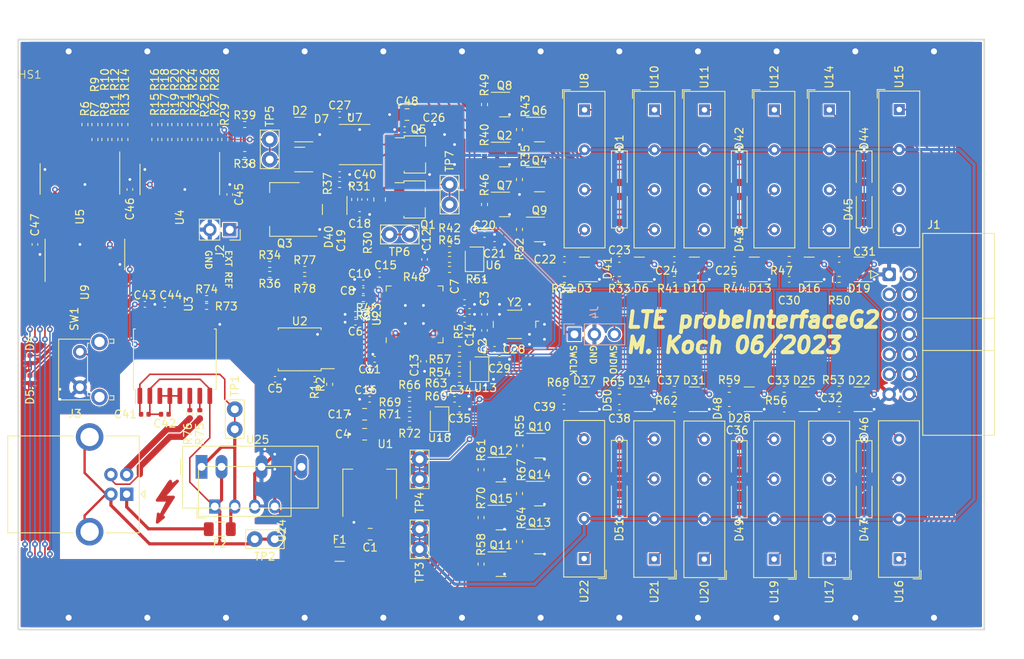
<source format=kicad_pcb>
(kicad_pcb (version 20221018) (generator pcbnew)
  (title_block (title "LTE probeInterfaceG2") (date "2023-06-21") (company "M. Koch"))
  (layers (0 "F.Cu" signal) (31 "B.Cu" signal) (34 "B.Paste" user) (35 "F.Paste" user) (36 "B.SilkS" user "B.Silkscreen") (37 "F.SilkS" user "F.Silkscreen") (38 "B.Mask" user) (39 "F.Mask" user) (44 "Edge.Cuts" user))
  (net 0 "")
  (net 1 "GND")
  (net 2 "VBUS")
  (net 3 "/XIN")
  (net 4 "/XOUT")
  (net 5 "+3V3")
  (net 6 "+1V1")
  (net 7 "/~{USB_BOOT}")
  (net 8 "/GPIO15")
  (net 9 "/GPIO14")
  (net 10 "/GPIO13")
  (net 11 "/GPIO12")
  (net 12 "/GPIO11")
  (net 13 "/GPIO10")
  (net 14 "/GPIO9")
  (net 15 "/GPIO8")
  (net 16 "/GPIO7")
  (net 17 "/GPIO6")
  (net 18 "/GPIO5")
  (net 19 "/GPIO4")
  (net 20 "/GPIO3")
  (net 21 "/GPIO2")
  (net 22 "/GPIO1")
  (net 23 "/GPIO0")
  (net 24 "/GPIO25")
  (net 25 "/GPIO24")
  (net 26 "/GPIO23")
  (net 27 "/GPIO22")
  (net 28 "/GPIO21")
  (net 29 "/GPIO20")
  (net 30 "/GPIO19")
  (net 31 "/GPIO18")
  (net 32 "/GPIO17")
  (net 33 "/GPIO16")
  (net 34 "/RUN")
  (net 35 "/SWCLK")
  (net 36 "/QSPI_SS")
  (net 37 "VDD")
  (net 38 "Net-(Q1-C)")
  (net 39 "/QSPI_SD3")
  (net 40 "/QSPI_SCLK")
  (net 41 "/QSPI_SD0")
  (net 42 "/QSPI_SD2")
  (net 43 "/QSPI_SD1")
  (net 44 "/USB_D+")
  (net 45 "/USB_D-")
  (net 46 "Net-(C3-Pad1)")
  (net 47 "/io1/int")
  (net 48 "Net-(C22-Pad2)")
  (net 49 "/io2/int")
  (net 50 "Net-(C23-Pad2)")
  (net 51 "/io3/int")
  (net 52 "Net-(C24-Pad2)")
  (net 53 "/io4/int")
  (net 54 "Net-(C25-Pad2)")
  (net 55 "Net-(D2-COM)")
  (net 56 "/io5/int")
  (net 57 "Net-(C30-Pad2)")
  (net 58 "/io6/int")
  (net 59 "Net-(C31-Pad2)")
  (net 60 "/io7/int")
  (net 61 "Net-(C32-Pad2)")
  (net 62 "/io8/int")
  (net 63 "Net-(C33-Pad2)")
  (net 64 "/io9/int")
  (net 65 "Net-(C36-Pad2)")
  (net 66 "/io10/int")
  (net 67 "Net-(C37-Pad2)")
  (net 68 "/io11/int")
  (net 69 "Net-(C38-Pad2)")
  (net 70 "/io12/int")
  (net 71 "Net-(C39-Pad2)")
  (net 72 "Net-(D1-A)")
  (net 73 "Net-(D7-A)")
  (net 75 "/dacout")
  (net 76 "Net-(D41-A)")
  (net 77 "Net-(D40-A)")
  (net 79 "Net-(J3-VBUS)")
  (net 80 "/PP1")
  (net 81 "/PP2")
  (net 82 "/PP3")
  (net 83 "/PP4")
  (net 84 "/PP5")
  (net 85 "/PP6")
  (net 86 "/PP7")
  (net 87 "/PP8")
  (net 88 "/PP9")
  (net 89 "/PP10")
  (net 90 "/PP11")
  (net 91 "/PP12")
  (net 92 "Net-(J2-Pin_1)")
  (net 93 "Net-(Q1-B)")
  (net 94 "/K1")
  (net 95 "/K2")
  (net 96 "/K3")
  (net 97 "/K4")
  (net 98 "/K5")
  (net 99 "/K6")
  (net 100 "/K7")
  (net 101 "/K8")
  (net 102 "Net-(R6-Pad1)")
  (net 103 "/DAC0")
  (net 104 "Net-(R10-Pad1)")
  (net 105 "/DAC1")
  (net 106 "Net-(R10-Pad2)")
  (net 107 "/DAC2")
  (net 108 "Net-(R12-Pad2)")
  (net 109 "/DAC3")
  (net 110 "Net-(R14-Pad2)")
  (net 111 "/DAC4")
  (net 112 "Net-(R16-Pad2)")
  (net 113 "/DAC5")
  (net 114 "Net-(R18-Pad2)")
  (net 115 "/DAC6")
  (net 116 "Net-(R20-Pad2)")
  (net 117 "/DAC7")
  (net 118 "Net-(R22-Pad2)")
  (net 119 "/DAC8")
  (net 120 "Net-(R24-Pad2)")
  (net 121 "/DAC9")
  (net 122 "Net-(R26-Pad2)")
  (net 123 "/DAC10")
  (net 124 "/DAC11")
  (net 125 "Net-(U7A--)")
  (net 126 "Net-(U4-QH')")
  (net 127 "Net-(U5-QH')")
  (net 128 "/K9")
  (net 129 "/K10")
  (net 130 "/K11")
  (net 131 "/K12")
  (net 133 "Net-(D42-A)")
  (net 134 "Net-(D43-A)")
  (net 135 "Net-(D44-A)")
  (net 136 "Net-(D45-A)")
  (net 137 "Net-(D46-A)")
  (net 138 "Net-(D47-A)")
  (net 139 "Net-(D48-A)")
  (net 140 "Net-(D49-A)")
  (net 141 "Net-(D50-A)")
  (net 142 "Net-(D51-A)")
  (net 143 "Net-(U23-USB_DP)")
  (net 144 "Net-(U23-USB_DM)")
  (net 145 "/SWDIO")
  (net 146 "Net-(D4-A)")
  (net 147 "/GPIO26")
  (net 148 "/GPIO27")
  (net 149 "/GPIO28")
  (net 150 "/GPIO29")
  (net 151 "Net-(U6-A4)")
  (net 152 "Net-(U6-A3)")
  (net 153 "Net-(U6-A2)")
  (net 154 "Net-(U6-A1)")
  (net 155 "Net-(U13-A4)")
  (net 156 "Net-(U13-A3)")
  (net 157 "Net-(U13-A2)")
  (net 158 "Net-(U13-A1)")
  (net 159 "Net-(U18-A4)")
  (net 160 "Net-(U18-A3)")
  (net 161 "Net-(U18-A2)")
  (net 162 "Net-(U18-A1)")
  (net 163 "Net-(U24-+Vin)")
  (net 164 "Net-(J3-GND)")
  (net 165 "Net-(U3-PDEN)")
  (net 166 "Net-(U24-+Vout)")
  (net 167 "/USBi_D-")
  (net 168 "/USBi_D+")
  (net 169 "Net-(U3-DD+)")
  (net 170 "Net-(U3-DD-)")
  (net 171 "Net-(U3-UD+)")
  (net 172 "Net-(U3-PIN)")
  (net 173 "Net-(U3-UD-)")
  (net 174 "Net-(D5-A)")
  (footprint "Capacitor_SMD:C_0805_2012Metric" (layer "F.Cu") (at 131.115 127.975 180)
    (fp_text reference "C4")
    (fp_text value "10u")
  )
  (footprint "Connector_IDC:IDC-Header_2x07_P2.54mm_Horizontal" (layer "F.Cu") (at 197.79 107.655)
    (fp_text reference "J1")
    (fp_text value "Conn_02x07_Odd_Even")
  )
  (footprint "Capacitor_SMD:C_0402_1005Metric" (layer "F.Cu") (at 130.945 108.735 180)
    (fp_text reference "C10")
    (fp_text value "1u")
  )
  (footprint "Capacitor_SMD:C_0402_1005Metric" (layer "F.Cu") (at 130.945 109.735 180)
    (fp_text reference "C8")
    (fp_text value "1u")
  )
  (footprint "Capacitor_SMD:C_0402_1005Metric" (layer "F.Cu") (at 138.608 118.704 -90)
    (fp_text reference "C13")
    (fp_text value "100n")
  )
  (footprint "Capacitor_SMD:C_0402_1005Metric" (layer "F.Cu") (at 119.725 120.99)
    (fp_text reference "C5")
    (fp_text value "100n")
  )
  (footprint "Resistor_SMD:R_0402_1005Metric" (layer "F.Cu") (at 126.67 121.625 90)
    (fp_text reference "R2")
    (fp_text value "10k")
  )
  (footprint "Package_TO_SOT_SMD:SOT-223-3_TabPin2" (layer "F.Cu") (at 131.75 134.325 90)
    (fp_text reference "U1")
    (fp_text value "NCP1117-3.3_SOT223")
  )
  (footprint "Package_SO:SOIC-8_5.23x5.23mm_P1.27mm" (layer "F.Cu") (at 122.86 117.18 180)
    (fp_text reference "U2")
    (fp_text value "W25Q128JVS")
  )
  (footprint "Capacitor_SMD:C_0402_1005Metric" (layer "F.Cu") (at 146.355 112.735 90)
    (fp_text reference "C3")
    (fp_text value "14p")
  )
  (footprint "Capacitor_SMD:C_0402_1005Metric" (layer "F.Cu") (at 124.765 120.99 180)
    (fp_text reference "R1")
    (fp_text value "1k")
  )
  (footprint "Capacitor_SMD:C_0402_1005Metric" (layer "F.Cu") (at 129.945 112.735 180)
    (fp_text reference "C9")
    (fp_text value "100n")
  )
  (footprint "Capacitor_SMD:C_0402_1005Metric" (layer "F.Cu") (at 138.735 105.75 90)
    (fp_text reference "C12")
    (fp_text value "100n")
  )
  (footprint "Capacitor_SMD:C_0402_1005Metric" (layer "F.Cu") (at 144.45 112.354)
    (fp_text reference "C14")
    (fp_text value "100n")
  )
  (footprint "Resistor_SMD:R_0402_1005Metric" (layer "F.Cu") (at 130.945 111.735 180)
    (fp_text reference "R3")
    (fp_text value "27")
  )
  (footprint "Capacitor_SMD:C_0402_1005Metric" (layer "F.Cu") (at 143.815 111.235)
    (fp_text reference "C7")
    (fp_text value "100n")
  )
  (footprint "Capacitor_SMD:C_0805_2012Metric" (layer "F.Cu") (at 131.8125 140.675 180)
    (fp_text reference "C1")
    (fp_text value "10u")
  )
  (footprint "Capacitor_SMD:C_0402_1005Metric" (layer "F.Cu") (at 132.385 118.45 180)
    (fp_text reference "C11")
    (fp_text value "100n")
  )
  (footprint "Capacitor_SMD:C_0402_1005Metric" (layer "F.Cu") (at 131.75 123.53 180)
    (fp_text reference "C16")
    (fp_text value "100n")
  )
  (footprint "Capacitor_SMD:C_0402_1005Metric" (layer "F.Cu") (at 146.355 114.778 -90)
    (fp_text reference "C2")
    (fp_text value "14p")
  )
  (footprint "Resistor_SMD:R_0402_1005Metric" (layer "F.Cu") (at 130.945 110.735 180)
    (fp_text reference "R4")
    (fp_text value "27")
  )
  (footprint "Capacitor_SMD:C_0402_1005Metric" (layer "F.Cu") (at 129.945 113.735 180)
    (fp_text reference "C6")
    (fp_text value "100n")
  )
  (footprint "Capacitor_SMD:C_0402_1005Metric" (layer "F.Cu") (at 133.02 107.655 180)
    (fp_text reference "C15")
    (fp_text value "100n")
  )
  (footprint "Capacitor_SMD:C_0402_1005Metric" (layer "F.Cu") (at 143.815 113.37)
    (fp_text reference "R5")
    (fp_text value "1k")
  )
  (footprint "Capacitor_SMD:C_0805_2012Metric" (layer "F.Cu") (at 131.115 125.435 180)
    (fp_text reference "C17")
    (fp_text value "10u")
  )
  (footprint "Resistor_SMD:R_0402_1005Metric" (layer "F.Cu") (at 141.91 103.21)
    (fp_text reference "R42")
    (fp_text value "820")
  )
  (footprint "Package_TO_SOT_SMD:SOT-223" (layer "F.Cu") (at 120.955 99.4 180)
    (fp_text reference "Q3")
    (fp_text value "X0202NN")
  )
  (footprint "Resistor_SMD:R_0402_1005Metric" (layer "F.Cu") (at 143.18 117.18)
    (fp_text reference "R54")
    (fp_text value "820")
  )
  (footprint "TestPoint:TestPoint_Bridge_Pitch2.54mm_Drill1.0mm" (layer "F.Cu") (at 138.1 133.69 90)
    (fp_text reference "TP4")
    (fp_text value "TestPoint")
  )
  (footprint "Resistor_SMD:R_0402_1005Metric" (layer "F.Cu") (at 185.09 105.75 180)
    (fp_text reference "R47")
    (fp_text value "47R")
  )
  (footprint "Resistor_SMD:R_0402_1005Metric" (layer "F.Cu") (at 115.875 92.415 180)
    (fp_text reference "R38")
    (fp_text value "10k")
  )
  (footprint "Symbol:Symbol_Highvoltage_Type1_CopperTop_Small" (layer "F.Cu") (at 105.1435 137.119)
    (fp_text reference "SYM1" hide)
    (fp_text value "SYM_Flash_Small")
  )
  (footprint "Package_TO_SOT_SMD:SOT-23" (layer "F.Cu") (at 166.04 107.02 180)
    (fp_text reference "D6")
    (fp_text value "BAT54S")
  )
  (footprint "Relay_THT:Relay_SPST_StandexMeder_SIL_Form1A" (layer "F.Cu") (at 159.02 143.775 90)
    (fp_text reference "U22")
    (fp_text value "HE3621A0500")
  )
  (footprint "Package_TO_SOT_SMD:SOT-89-3" (layer "F.Cu") (at 137.465 98.13)
    (fp_text reference "Q1")
    (fp_text value "BCX56")
  )
  (footprint "Package_TO_SOT_SMD:SOT-23" (layer "F.Cu") (at 180.645 107.02 180)
    (fp_text reference "D13")
    (fp_text value "BAT54S")
  )
  (footprint "Capacitor_SMD:C_0402_1005Metric" (layer "F.Cu") (at 103.175 111.465)
    (fp_text reference "C43")
    (fp_text value "100n")
  )
  (footprint "Capacitor_SMD:C_0402_1005Metric" (layer "F.Cu") (at 130.48 100.035)
    (fp_text reference "C18")
    (fp_text value "1u")
  )
  (footprint "Resistor_SMD:R_0402_1005Metric" (layer "F.Cu") (at 112.065 90.51 -90)
    (fp_text reference "R27")
    (fp_text value "10k")
  )
  (footprint "Resistor_SMD:R_0402_1005Metric" (layer "F.Cu") (at 163.5 108.29 180)
    (fp_text reference "R33")
    (fp_text value "47R")
  )
  (footprint "Resistor_SMD:R_0402_1005Metric" (layer "F.Cu") (at 136.83 124.165)
    (fp_text reference "R69")
    (fp_text value "820")
  )
  (footprint "Resistor_SMD:R_0402_1005Metric" (layer "F.Cu") (at 98.095 88.605 90)
    (fp_text reference "R10")
    (fp_text value "10k")
  )
  (footprint "Resistor_SMD:R_0402_1005Metric" (layer "F.Cu") (at 106.985 88.605 90)
    (fp_text reference "R20")
    (fp_text value "10k")
  )
  (footprint "Resistor_SMD:R_0402_1005Metric" (layer "F.Cu") (at 123.495 107.02)
    (fp_text reference "R77")
    (fp_text value "10k")
  )
  (footprint "Resistor_SMD:R_0402_1005Metric" (layer "F.Cu") (at 170.485 108.29 180)
    (fp_text reference "R41")
    (fp_text value "47R")
  )
  (footprint "Relay_THT:Relay_SPST_StandexMeder_SIL_Form1A" (layer "F.Cu") (at 167.9625 86.7375 -90)
    (fp_text reference "U10")
    (fp_text value "HE3621A0500")
  )
  (footprint "Capacitor_SMD:C_0402_1005Metric" (layer "F.Cu") (at 131.115 98.13 -90)
    (fp_text reference "C19")
    (fp_text value "100p")
  )
  (footprint "Relay_THT:Relay_SPST_StandexMeder_SIL_Form1A" (layer "F.Cu") (at 183.2025 86.7375 -90)
    (fp_text reference "U12")
    (fp_text value "HE3621A0500")
  )
  (footprint "TestPoint:TestPoint_Bridge_Pitch2.54mm_Drill1.0mm" (layer "F.Cu") (at 114.605 124.8 -90)
    (fp_text reference "TP1")
    (fp_text value "TestPoint")
  )
  (footprint "Diode_SMD:D_SOD-123" (layer "F.Cu") (at 194.615 94.32 -90)
    (fp_text reference "D44")
    (fp_text value "1N4148W")
  )
  (footprint "Resistor_SMD:R_0402_1005Metric" (layer "F.Cu") (at 156.46 122.589 180)
    (fp_text reference "R68")
    (fp_text value "47R")
  )
  (footprint "Resistor_SMD:R_0402_1005Metric" (layer "F.Cu") (at 150.8 101.94 -90)
    (fp_text reference "R52")
    (fp_text value "10k")
  )
  (footprint "case:1455J1201" (layer "F.Cu") (at 148.49 115.3)
    (fp_text reference "HS1")
    (fp_text value "1455J1201")
    (fp_rect (start -61.4 -37.5) (end 61.4 37.5) (stroke (width 0.2)) (fill none) (layer "Edge.Cuts"))
  )
  (footprint "Resistor_SMD:R_0402_1005Metric" (layer "F.Cu") (at 145.919 132.472 -90)
    (fp_text reference "R61")
    (fp_text value "10k")
  )
  (footprint "Diode_SMD:D_SOD-123" (layer "F.Cu") (at 194.615 131.15 -90)
    (fp_text reference "D46")
    (fp_text value "1N4148W")
  )
  (footprint "Relay_THT:Relay_SPST_StandexMeder_SIL_Form1A" (layer "F.Cu") (at 199.0775 86.7 -90)
    (fp_text reference "U15")
    (fp_text value "HE3621A0500")
  )
  (footprint "Package_TO_SOT_SMD:SOT-23" (layer "F.Cu") (at 148.895 92.415)
    (fp_text reference "Q2")
    (fp_text value "BSS138")
  )
  (footprint "Package_TO_SOT_SMD:SOT-23" (layer "F.Cu") (at 173.025 123.53 180)
    (fp_text reference "D31")
    (fp_text value "BAT54S")
  )
  (footprint "Capacitor_SMD:C_0402_1005Metric" (layer "F.Cu") (at 191.44 105.75 180)
    (fp_text reference "C31")
    (fp_text value "1000p")
  )
  (footprint "Relay_THT:Relay_SPST_StandexMeder_SIL_Form1A" (layer "F.Cu") (at 190.17 143.85 90)
    (fp_text reference "U17")
    (fp_text value "HE3621A0500")
  )
  (footprint "Diode_SMD:D_SOD-123" (layer "F.Cu") (at 178.74 94.32 -90)
    (fp_text reference "D42")
    (fp_text value "1N4148W")
  )
  (footprint "Resistor_SMD:R_0402_1005Metric" (layer "F.Cu") (at 141.91 105.75)
    (fp_text reference "R48")
    (fp_text value "820")
  )
  (footprint "Capacitor_SMD:C_0402_1005Metric" (layer "F.Cu") (at 147.625 103.845)
    (fp_text reference "C21")
    (fp_text value "100n")
  )
  (footprint "Resistor_SMD:R_0805_2012Metric" (layer "F.Cu") (at 133.02 98.13 -90)
    (fp_text reference "R30")
    (fp_text value "10R")
  )
  (footprint "Button_Switch_THT:SW_Tactile_SPST_Angled_PTS645Vx58-2LFS" (layer "F.Cu") (at 94.9175 121.995 90)
    (fp_text reference "SW1")
    (fp_text value "SW_Push")
  )
  (footprint "Resistor_SMD:R_0402_1005Metric" (layer "F.Cu") (at 104.445 90.51 -90)
    (fp_text reference "R15")
    (fp_text value "10k")
  )
  (footprint "Relay_THT:Relay_SPST_StandexMeder_SIL_Form1A" (layer "F.Cu") (at 174.295 143.85 90)
    (fp_text reference "U20")
    (fp_text value "HE3621A0500")
  )
  (footprint "Resistor_SMD:R_0402_1005Metric" (layer "F.Cu") (at 113.335 90.51 -90)
    (fp_text reference "R29")
    (fp_text value "10k")
  )
  (footprint "Crystal:Crystal_SMD_Abracon_ABM3B-4Pin_5.0x3.2mm" (layer "F.Cu") (at 150.165 114.005 180)
    (fp_text reference "Y2")
    (fp_text value "12.000MHz 12p")
  )
  (footprint "Package_SO:SOIC-8_3.9x4.9mm_P1.27mm" (layer "F.Cu") (at 129.845 91.145 180)
    (fp_text reference "U7")
    (fp_text value "MCP6002-xSN")
  )
  (footprint "Capacitor_SMD:C_0402_1005Metric" (layer "F.Cu") (at 89.205 103.845 -90)
    (fp_text reference "C47")
    (fp_text value "100n")
  )
  (footprint "Package_TO_SOT_SMD:SOT-23" (layer "F.Cu") (at 153.34 135.52)
    (fp_text reference "Q14")
    (fp_text value "BSS138")
  )
  (footprint "Resistor_SMD:R_0402_1005Metric" (layer "F.Cu") (at 115.875 88.605 180)
    (fp_text reference "R39")
    (fp_text value "10k")
  )
  (footprint "Capacitor_SMD:C_0402_1005Metric" (layer "F.Cu") (at 147.625 117.18)
    (fp_text reference "C28")
    (fp_text value "100n")
  )
  (footprint "Resistor_SMD:R_0402_1005Metric" (layer "F.Cu") (at 177.47 122.26 180)
    (fp_text reference "R59")
    (fp_text value "47R")
  )
  (footprint "Resistor_SMD:R_0402_1005Metric" (layer "F.Cu") (at 143.18 118.45)
    (fp_text reference "R57")
    (fp_text value "820")
  )
  (footprint "Diode_SMD:D_SOD-123" (layer "F.Cu") (at 178.74 136.23 90)
    (fp_text reference "D49")
    (fp_text value "1N4148W")
  )
  (footprint "Capacitor_SMD:C_0402_1005Metric" (layer "F.Cu") (at 185.09 108.29 180)
    (fp_text reference "C30")
    (fp_text value "1000p")
  )
  (footprint "Package_TO_SOT_SMD:SOT-23" (layer "F.Cu") (at 122.86 89.24 180)
    (fp_text reference "D2")
    (fp_text value "BAT54S")
  )
  (footprint "Capacitor_SMD:C_0402_1005Metric" (layer "F.Cu") (at 170.485 124.8 180)
    (fp_text reference "C37")
    (fp_text value "1000p")
  )
  (footprint "Resistor_SMD:R_0402_1005Metric" (layer "F.Cu") (at 111.0236 110.7284)
    (fp_text reference "R74")
    (fp_text value "24R")
  )
  (footprint "Resistor_SMD:R_0402_1005Metric" (layer "F.Cu") (at 119.05 107.655)
    (fp_text reference "R36")
    (fp_text value "10k")
  )
  (footprint "Package_TO_SOT_SMD:SOT-23" (layer "F.Cu") (at 159.055 107.02 180)
    (fp_text reference "D3")
    (fp_text value "BAT54S")
  )
  (footprint "Capacitor_SMD:C_0402_1005Metric" (layer "F.Cu") (at 148.26 118.45)
    (fp_text reference "C29")
    (fp_text value "100n")
  )
  (footprint "TestPoint:TestPoint_Bridge_Pitch2.54mm_Drill1.0mm" (layer "F.Cu") (at 138.1 142.58 90)
    (fp_text reference "TP3")
    (fp_text value "TestPoint")
  )
  (footprint "Package_TO_SOT_SMD:SOT-23" (layer "F.Cu") (at 166.04 123.53 180)
    (fp_text reference "D34")
    (fp_text value "BAT54S")
  )
  (footprint "TestPoint:TestPoint_Bridge_Pitch2.54mm_Drill1.0mm" (layer "F.Cu") (at 119.05 90.51 -90)
    (fp_text reference "TP5")
    (fp_text value "TestPoint")
  )
  (footprint "Resistor_SMD:R_0402_1005Metric" (layer "F.Cu") (at 143.18 119.72)
    (fp_text reference "R60")
    (fp_text value "820")
  )
  (footprint "Package_TO_SOT_SMD:SOT-23" (layer "F.Cu") (at 193.98 123.53 180)
    (fp_text reference "D22")
    (fp_text value "BAT54S")
  )
  (footprint "Resistor_SMD:R_0402_1005Metric" (layer "F.Cu") (at 110.795 90.51 -90)
    (fp_text reference "R25")
    (fp_text value "10k")
  )
  (footprint "Resistor_SMD:R_0402_1005Metric" (layer "F.Cu") (at 109.525 88.605 90)
    (fp_text reference "R24")
    (fp_text value "10k")
  )
  (footprint "Resistor_SMD:R_0402_1005Metric" (layer "F.Cu") (at 110.16 125.435 90)
    (fp_text reference "R75")
    (fp_text value "24R")
  )
  (footprint "Resistor_SMD:R_0402_1005Metric" (layer "F.Cu") (at 108.89 125.435 90)
    (fp_text reference "R76")
    (fp_text value "24R")
  )
  (footprint "Capacitor_SMD:C_0402_1005Metric" (layer "F.Cu") (at 156.515 105.75 180)
    (fp_text reference "C22")
    (fp_text value "1000p")
  )
  (footprint "Resistor_SMD:R_0402_1005Metric" (layer "F.Cu") (at 191.44 108.29 180)
    (fp_text reference "R50")
    (fp_text value "47R")
  )
  (footprint "Capacitor_SMD:C_0402_1005Metric" (layer "F.Cu") (at 127.94 87.335)
    (fp_text reference "C27")
    (fp_text value "1000p")
  )
  (footprint "Resistor_SMD:R_0402_1005Metric" (layer "F.Cu") (at 109.525 90.51 -90)
    (fp_text reference "R23")
    (fp_text value "10k")
  )
  (footprint "Package_TO_SOT_SMD:SOT-23" (layer "F.Cu") (at 186.995 123.53 180)
    (fp_text reference "D25")
    (fp_text value "BAT54S")
  )
  (footprint "Capacitor_SMD:C_0402_1005Metric" (layer "F.Cu") (at 146.355 102.575)
    (fp_text reference "C20")
    (fp_text value "100n")
  )
  (footprint "Resistor_SMD:R_0402_1005Metric" (layer "F.Cu") (at 150.835 129.424 -90)
    (fp_text reference "R55")
    (fp_text value "10k")
  )
  (footprint "Capacitor_SMD:C_0402_1005Metric" (layer "F.Cu") (at 191.44 124.8 180)
    (fp_text reference "C32")
    (fp_text value "1000p")
  )
  (footprint "Resistor_SMD:R_0402_1005Metric" (layer "F.Cu") (at 150.8 135.52 -90)
    (fp_text reference "R67")
    (fp_text value "10k")
  )
  (footprint "Resistor_SMD:R_0402_1005Metric" (layer "F.Cu") (at 150.8 141.616 -90)
    (fp_text reference "R64")
    (fp_text value "10k")
  )
  (footprint "Fuse:Fuse_1206_3216Metric" (layer "F.Cu") (at 127.94 143.215 180)
    (fp_text reference "F1")
    (fp_text value "Polyfuse 500mA")
  )
  (footprint "Resistor_SMD:R_0402_1005Metric" (layer "F.Cu") (at 170.485 122.26 180)
    (fp_text reference "R62")
    (fp_text value "47R")
  )
  (footprint "Diode_SMD:D_SOD-123" (layer "F.Cu") (at 178.74 131.15 -90)
    (fp_text reference "D48")
    (fp_text value "1N4148W")
  )
  (footprint "Package_TO_SOT_SMD:SOT-23" (layer "F.Cu") (at 187.63 107.02 180)
    (fp_text reference "D16")
    (fp_text value "BAT54S")
  )
  (footprint "LED_SMD:LED_0402_1005Metric" (layer "F.Cu") (at 88.57 120.99 90)
    (fp_text reference "D5")
    (fp_text value "LED rd")
  )
  (footprint "Relay_THT:Relay_SPST_StandexMeder_SIL_Form1A" (layer "F.Cu") (at 190.1875 86.7375 -90)
    (fp_text reference "U14")
    (fp_text value "HE3621A0500")
  )
  (footprint "Package_TO_SOT_SMD:SOT-23" (layer "F.Cu") (at 153.34 141.616)
    (fp_text reference "Q13")
    (fp_text value "BSS138")
  )
  (footprint "Resistor_SMD:R_0402_1005Metric" (layer "F.Cu") (at 110.795 88.605 90)
    (fp_text reference "R26")
    (fp_text value "10k")
  )
  (footprint "Resistor_SMD:R_0402_1005Metric" (layer "F.Cu") (at 119.05 106.385)
    (fp_text reference "R34")
    (fp_text value "10k")
  )
  (footprint "Capacitor_SMD:C_0402_1005Metric" (layer "F.Cu") (at 156.46 124.494 180)
    (fp_text reference "C39")
    (fp_text value "1000p")
  )
  (footprint "Resistor_SMD:R_0402_1005Metric" (layer "F.Cu") (at 146.355 98.765 -90)
    (fp_text reference "R46")
    (fp_text value "10k")
  )
  (footprint "Resistor_SMD:R_0402_1005Metric" (layer "F.Cu") (at 108.255 88.605 90)
    (fp_text reference "R22")
    (fp_text value "10k")
  )
  (footprint "Package_TO_SOT_SMD:SOT-23" (layer "F.Cu") (at 173.025 107.02 180)
    (fp_text reference "D10")
    (fp_text value "BAT54S")
  )
  (footprint "Package_TO_SOT_SMD:SOT-89-3" (layer "F.Cu") (at 137.5075 92.415)
    (fp_text reference "Q5")
    (fp_text value "BCX56")
  )
  (footprint "Capacitor_SMD:C_0402_1005Metric" (layer "F.Cu") (at 163.5 105.75 180)
    (fp_text reference "C23")
    (fp_text value "1000p")
  )
  (footprint "Resistor_SMD:R_0402_1005Metric" (layer "F.Cu") (at 99.365 88.605 90)
    (fp_text reference "R12")
    (fp_text value "10k")
  )
  (footprint "Capacitor_SMD:C_0402_1005Metric" (layer "F.Cu") (at 127.94 94.955)
    (fp_text reference "C40")
    (fp_text value "100n")
  )
  (footprint "TestPoint:TestPoint_Bridge_Pitch2.54mm_Drill1.0mm" (layer "F.Cu") (at 136.83 102.575 180)
    (fp_text reference "TP6")
    (fp_text value "TestPoint")
  )
  (footprint "Package_TO_SOT_SMD:SOT-23" (layer "F.Cu") (at 148.459 144.485)
    (fp_text reference "Q11")
    (fp_text value "BSS138")
  )
  (footprint "Capacitor_SMD:C_0402_1005Metric" (layer "F.Cu") (at 184.455 124.8 180)
    (fp_text reference "C33")
    (fp_text value "1000p")
  )
  (footprint "Relay_THT:Relay_SPST_StandexMeder_SIL_Form1A" (layer "F.Cu") (at 183.1675 143.85 90)
    (fp_text reference "U19")
    (fp_text value "HE3621A0500")
  )
  (footprint "Capacitor_SMD:C_0402_1005Metric" (layer "F.Cu") (at 101.27 96.86 90)
    (fp_text reference "C46")
    (fp_text value "100n")
  )
  (footprint "Diode_SMD:D_SOD-123" (layer "F.Cu") (at 163.4825 136.1925 90)
    (fp_text reference "D51")
    (fp_text value "1N4148W")
  )
  (footprint "Package_TO_SOT_SMD:SOT-23" (layer "F.Cu") (at 159.055 123.53 180)
    (fp_text reference "D37")
    (fp_text value "BAT54S")
  )
  (footprint "Diode_SMD:D_SOD-123" (layer "F.Cu") (at 194.615 136.23 90)
    (fp_text reference "D47")
    (fp_text value "1N4148W")
  )
  (footprint "Resistor_SMD:R_0402_1005Metric" (layer "F.Cu") (at 127.94 96.225)
    (fp_text reference "R31")
    (fp_text value "100R")
  )
  (footprint "Package_TO_SOT_SMD:SOT-23" (layer "F.Cu") (at 180.01 123.53 180)
    (fp_text reference "D28")
    (fp_text value "BAT54S")
  )
  (footprint "Package_TO_SOT_SMD:SOT-23" (layer "F.Cu") (at 153.34 89.24)
    (fp_text reference "Q6")
    (fp_text value "BSS138")
  )
  (footprint "levelShifter:XQFN16" (layer "F.Cu") (at 140.64 126.07)
    (fp_text reference "U18")
    (fp_text value "SN74AXC4T774RSVR")
  )
  (footprint "Resistor_SMD:R_0402_1005Metric" (layer "F.Cu") (at 146.355 92.415 -90)
    (fp_text reference "R40")
    (fp_text value "10k")
  )
  (footprint "TestPoint:TestPoint_Bridge_Pitch2.54mm_Drill1.0mm" (layer "F.Cu") (at 119.685 141.31 180)
    (fp_text reference "TP2")
    (fp_text value "TestPoint")
  )
  (footprint "Package_TO_SOT_SMD:SOT-23" (layer "F.Cu") (at 153.34 95.59)
    (fp_text reference "Q4")
    (fp_text value "BSS138")
  )
  (footprint "Capacitor_SMD:C_0402_1005Metric" (layer "F.Cu") (at 170.485 105.75 180)
    (fp_text reference "C24")
    (fp_text value "1000p")
  )
  (footprint "levelShifter:XQFN16" (layer "F.Cu") (at 145.72 119.72)
    (fp_text reference "U13")
    (fp_text value "SN74AXC4T774RSVR")
  )
  (footprint "Converter_DCDC:Converter_DCDC_Murata_CRE1xxxxxx3C_THT" (layer "F.Cu") (at 112.065 137.16375 90)
    (fp_text reference "U24")
    (fp_text value "TBA 1-0511")
  )
  (footprint "Resistor_SMD:R_0402_1005Metric" (layer "F.Cu") (at 95.555 88.605 -90)
    (fp_text reference "R6")
    (fp_text value "10k")
  )
  (footprint "Resistor_SMD:R_0402_1005Metric" (layer "F.Cu") (at 136.83 122.895)
    (fp_text reference "R66")
    (fp_text value "820")
  )
  (footprint "TestPoint:TestPoint_Bridge_Pitch2.54mm_Drill1.0mm" (layer "F.Cu") (at 141.91 98.765 90)
    (fp_text reference "TP7")
    (fp_text value "TestPoint")
  )
  (footprint "Relay_THT:Relay_SPST_StandexMeder_SIL_Form1A" (layer "F.Cu") (at 159.0725 86.7375 -90)
    (fp_text reference "U8")
    (fp_text value "HE3621A0500")
  )
  (footprint "Resistor_SMD:R_0402_1005Metric" (layer "F.Cu") (at 111.0236 111.719)
    (fp_text reference "R73")
    (fp_text value "24R")
  )
  (footprint "Resistor_SMD:R_0402_1005Metric" (layer "F.Cu") (at 123.495 108.29)
    (fp_text reference "R78")
    (fp_text value "10k")
  )
  (footprint "Resistor_SMD:R_0402_1005Metric" (layer "F.Cu") (at 129.845 98.13 -90)
    (fp_text reference "R37")
    (fp_text value "10k")
  )
  (footprint "Resistor_SMD:R_0402_1005Metric" (layer "F.Cu") (at 141.91 107.02)
    (fp_text reference "R51")
    (fp_text value "820")
  )
  (footprint "Resistor_SMD:R_0402_1005Metric" (layer "F.Cu") (at 145.919 144.485 -90)
    (fp_text reference "R58")
    (fp_text value "10k")
  )
  (footprint "Resistor_SMD:R_0402_1005Metric" (layer "F.Cu") (at 106.985 90.51 -90)
    (fp_text reference "R19")
    (fp_text value "10k")
  )
  (footprint "Diode_SMD:D_SOD-123" (layer "F.Cu") (at 163.5 99.4 90)
    (fp_text reference "D41")
    (fp_text value "1N4148W")
  )
  (footprint "Resistor_SMD:R_0402_1005Metric" (layer "F.Cu") (at 105.715 88.605 90)
    (fp_text reference "R18")
    (fp_text value "10k")
  )
  (footprint "Resistor_SMD:R_0402_1005Metric" (layer "F.Cu") (at 105.715 90.51 -90)
    (fp_text reference "R17")
    (fp_text value "10k")
  )
  (footprint "Package_SO:SO-16_3.9x9.9mm_P1.27mm" (layer "F.Cu") (at 107.62 95.59 -90)
    (fp_text reference "U4")
    (fp_text value "74HCT595")
  )
  (footprint "Resistor_SMD:R_0402_1005Metric" (layer "F.Cu") (at 112.065 88.605 90)
    (fp_text reference "R28")
    (fp_text value "10k")
  )
  (footprint "Resistor_SMD:R_0402_1005Metric" (layer "F.Cu") (at 184.455 122.26 180)
    (fp_text reference "R56")
    (fp_text value "47R")
  )
  (footprint "Diode_SMD:D_SOD-123" (layer "F.Cu") (at 163.5 94.32 -90)
    (fp_text reference "D1")
    (fp_text value "1N4148W")
  )
  (footprint "Resistor_SMD:R_0402_1005Metric" (layer "F.Cu") (at 96.825 88.605 90)
    (fp_text reference "R9")
    (fp_text value "10k")
  )
  (footprint "Diode_SMD:D_SOD-123" (layer "F.Cu") (at 194.615 99.4 90)
    (fp_text reference "D45")
    (fp_text value "1N4148W")
  )
  (footprint "Capacitor_SMD:C_0402_1005Metric" (layer "F.Cu") (at 105.715 111.465 180)
    (fp_text reference "C44")
    (fp_text value "100n")
  )
  (footprint "Relay_THT:Relay_SPST_StandexMeder_SIL_Form1A" (layer "F.Cu") (at 167.9275 143.8125 90)
    (fp_text reference "U21")
    (fp_text value "HE3621A0500")
  )
  (footprint "Package_SO:SO-16_3.9x9.9mm_P1.27mm" (layer "F.Cu") (at 94.92 95.52 -90)
    (fp_text reference "U5")
    (fp_text value "74HCT595")
  )
  (footprint "LED_SMD:LED_0402_1005Metric" (layer "F.Cu") (at 88.57 118.45 90)
    (fp_text reference "D4")
    (fp_text value " LED gr")
  )
  (footprint "Connector_PinSocket_2.54mm:PinSocket_1x02_P2.54mm_Vertical" (layer "F.Cu") (at 113.97 101.965 -90)
    (fp_text reference "J2")
    (fp_text value "Conn_02x01")
  )
  (footprint "Resistor_SMD:R_0402_1005Metric" (layer "F.Cu") (at 100.635 90.51 -90)
    (fp_text reference "R13")
    (fp_text value "10k")
  )
  (footprint "Resistor_SMD:R_0402_1005Metric" (layer "F.Cu") (at 178.105 108.29 180)
    (fp_text reference "R44")
    (fp_text value "47R")
  )
  (footprint "Relay_THT:Relay_SPST_StandexMeder_SIL_Form1A" (layer "F.Cu") (at 174.3125 86.7375 -90)
    (fp_text reference "U11")
    (fp_text value "HE3621A0500")
  )
  (footprint "Resistor_SMD:R_0402_1005Metric" (layer "F.Cu") (at 146.355 86.065 -90)
    (fp_text reference "R49")
    (fp_text value "10k")
  )
  (footprint "Package_TO_SOT_SMD:SOT-23" (layer "F.Cu") (at 193.98 107.02 180)
    (fp_text reference "D19")
    (fp_text value "BAT54S")
  )
  (footprint "Capacitor_SMD:C_0402_1005Metric" (layer "F.Cu") (at 142.545 123.53)
    (fp_text reference "C34")
    (fp_text value "100n")
  )
  (footprint "Package_DFN_QFN:QFN-56-1EP_7x7mm_P0.4mm_EP3.2x3.2mm" (layer "F.Cu") (at 137.465 112.735 90)
    (fp_text reference "U23")
    (fp_text value "RP2040")
  )
  (footprint "Capacitor_SMD:C_0402_1005Metric" (layer "F.Cu") (at 113.97 97.495 90)
    (fp_text reference "C45")
    (fp_text value "100n")
  )
  (footprint "Capacitor_SMD:C_0402_1005Metric" (layer "F.Cu") (at 136.195 89.24 180)
    (fp_text reference "C26")
    (fp_text value "1u")
  )
  (footprint "Package_TO_SOT_SMD:SOT-23" (layer "F.Cu") (at 127.305 99.4 -90)
    (fp_text reference "D40")
    (fp_text value "BZX84C3V6")
  )
  (footprint "Diode_SMD:D_SOD-123" (layer "F.Cu") (at 178.74 99.4 90)
    (fp_text reference "D43")
    (fp_text value "1N4148W")
  )
  (footprint "Resistor_SMD:R_0402_1005Metric" (layer "F.Cu") (at 145.919 138.568 -90)
    (fp_text reference "R70")
    (fp_text value "10k")
  )
  (footprint "Resistor_SMD:R_0402_1005Metric" (layer "F.Cu") (at 143.18 120.99)
    (fp_text reference "R63")
    (fp_text value "820")
  )
  (footprint "Capacitor_SMD:C_0402_1005Metric" (layer "F.Cu") (at 103.175 125.435)
    (fp_text reference "C41")
    (fp_text value "100n")
  )
  (footprint "Resistor_SMD:R_0402_1005Metric" (layer "F.Cu") (at 98.095 90.51 -90)
    (fp_text reference "R8")
    (fp_text value "10k")
  )
  (footprint "Package_TO_SOT_SMD:SOT-23" (layer "F.Cu") (at 148.459 132.472)
    (fp_text reference "Q12")
    (fp_text value "BSS138")
  )
  (footprint "Capacitor_SMD:C_0402_1005Metric" (layer "F.Cu") (at 177.47 124.8 180)
    (fp_text reference "C36")
    (fp_text value "1000p")
  )
  (footprint "Diode_SMD:D_SOD-123" (layer "F.Cu") (at 163.4825 131.1125 -90)
    (fp_text reference "D50")
    (fp_text value "1N4148W")
  )
  (footprint "Package_TO_SOT_SMD:SOT-23" (layer "F.Cu") (at 153.375 129.424)
    (fp_text reference "Q10")
    (fp_text value "BSS138")
  )
  (footprint "Capacitor_SMD:C_0402_1005Metric" (layer "F.Cu") (at 163.5 124.546 180)
    (fp_text reference "C38")
    (fp_text value "1000p")
  )
  (footprint "Resistor_SMD:R_0402_1005Metric" (layer "F.Cu") (at 141.91 104.48)
    (fp_text reference "R45")
    (fp_text value "820")
  )
  (footprint "Package_SO:SOIC-16W_7.5x10.3mm_P1.27mm" (layer "F.Cu") (at 106.985 118.45 90)
    (fp_text reference "U3")
    (fp_text value "ADUM3160")
  )
  (footprint "Converter_DCDC:Converter_DCDC_TRACO_TMR-1-xxxx_Single_THT" (layer "F.Cu") (at 110.3875 132.12125)
    (fp_text reference "U25")
    (fp_text value "TBA 2-0511")
  )
  (footprint "Resistor_SMD:R_0402_1005Metric" (layer "F.Cu") (at 99.365 90.51 -90)
    (fp_text reference "R11")
    (fp_text value "10k")
  )
  (footprint "Connector_USB:USB_B_OST_USB-B1HSxx_Horizontal" (layer "F.Cu") (at 100.8625 135.595 180)
    (fp_text reference "J3")
    (fp_text value "USB_B")
  )
  (footprint "Resistor_SMD:R_0402_1005Metric" (layer "F.Cu") (at 150.8 89.24 -90)
    (fp_text reference "R43")
    (fp_text value "10k")
  )
  (footprint "Resistor_SMD:R_0402_1005Metric" (layer "F.Cu") (at 104.445 88.605 90)
    (fp_text reference "R16")
    (fp_text value "10k")
  )
  (footprint "Resistor_SMD:R_0402_1005Metric" (layer "F.Cu") (at 150.8 95.59 -90)
    (fp_text reference "R35")
    (fp_text value "10k")
  )
  (footprint "Capacitor_SMD:C_0805_2012Metric" (layer "F.Cu") (at 136.51 87.335 180)
    (fp_text reference "C48")
    (fp_text value "10u")
  )
  (footprint "Capacitor_SMD:C_0402_1005Metric" (layer "F.Cu") (at 143.18 124.8)
    (fp_text reference "C35")
    (fp_text value "100n")
  )
  (footprint "Package_TO_SOT_SMD:SOT-23" (layer "F.Cu") (at 153.34 101.94)
    (fp_text reference "Q9")
    (fp_text value "BSS138")
  )
  (footprint "Relay_THT:Relay_SPST_StandexMeder_SIL_Form1A" (layer "F.Cu") (at 199.0425 143.8125 90)
    (fp_text reference "U16")
    (fp_text value "HE3621A0500")
  )
  (footprint "Resistor_SMD:R_0402_1005Metric" (layer "F.Cu") (at 136.83 126.705)
    (fp_text reference "R72")
    (fp_text value "820")
  )
  (footprint "Package_SO:SO-16_3.9x9.9mm_P1.27mm" (layer "F.Cu") (at 95.555 105.115 90)
    (fp_text reference "U9")
    (fp_text value "74HCT595")
  )
  (footprint "Resistor_SMD:R_0402_1005Metric" (layer "F.Cu") (at 136.83 125.435)
    (fp_text reference "R71")
    (fp_text value "820")
  )
  (footprint "Package_TO_SOT_SMD:SOT-23" (layer "F.Cu") (at 148.895 98.765)
    (fp_text reference "Q7")
    (fp_text value "BSS138")
  )
  (footprint "Fuse:Fuse_1206_3216Metric" (layer "F.Cu") (at 112.7 140.04)
    (fp_text reference "F2")
    (fp_text value "1A slow")
  )
  (footprint "Resistor_SMD:R_0402_1005Metric" (layer "F.Cu") (at 191.44 122.26 180)
    (fp_text reference "R53")
    (fp_text value "47R")
  )
  (footprint "levelShifter:XQFN16" (layer "F.Cu") (at 145.085 105.75)
    (fp_text reference "U6")
    (fp_text value "SN74AXC4T774RSVR")
  )
  (footprint "Capacitor_SMD:C_0402_1005Metric" (layer "F.Cu") (at 178.105 105.75 180)
    (fp_text reference "C25")
    (fp_text value "1000p")
  )
  (footprint "Resistor_SMD:R_0402_1005Metric" (layer "F.Cu") (at 163.5 122.514 180)
    (fp_text reference "R65")
    (fp_text value "47R")
  )
  (footprint "Package_TO_SOT_SMD:SOT-23" (layer "F.Cu") (at 148.459 138.568)
    (fp_text reference "Q15")
    (fp_text value "BSS138")
  )
  (footprint "Resistor_SMD:R_0402_1005Metric" (layer "F.Cu") (at 156.515 108.29 180)
    (fp_text reference "R32")
    (fp_text value "47R")
  )
  (footprint "Package_TO_SOT_SMD:SOT-23" (layer "F.Cu") (at 148.895 86.065)
    (fp_text reference "Q8")
    (fp_text value "BSS138")
  )
  (footprint "Resistor_SMD:R_0402_1005Metric" (layer "F.Cu") (at 96.825 90.51 -90)
    (fp_text reference "R7")
    (fp_text value "10k")
  )
  (footprint "Resistor_SMD:R_0402_1005Metric" (layer "F.Cu") (at 108.255 90.51 -90)
    (fp_text reference "R21")
    (fp_text value "10k")
  )
  (footprint "Capacitor_SMD:C_0402_1005Metric" (layer "F.Cu") (at 105.715 125.435 180)
    (fp_text reference "C42")
    (fp_text value "100n")
  )
  (footprint "Package_TO_SOT_SMD:SOT-23" (layer "F.Cu") (at 122.86 93.05 180)
    (fp_text reference "D7")
    (fp_text value "BAT54S")
  )
  (footprint "Resistor_SMD:R_0402_1005Metric" (layer "F.Cu") (at 100.635 88.605 90)
    (fp_text reference "R14")
    (fp_text value "10k")
  )
  (footprint "Connector_PinHeader_2.54mm:PinHeader_1x03_P2.54mm_Vertical" (layer "B.Cu") (at 157.785 115.275 -90)
    (fp_text reference "J4")
    (fp_text value "Debug")
  )
  (gr_text "SWCLK" (at 157.15 116.545 -90) (layer "F.SilkS") (effects (font (size 0.8 0.8)) (justify left bottom)))
  (gr_text "GND" (at 159.69 116.545 -90) (layer "F.SilkS") (effects (font (size 0.8 0.8)) (justify left bottom)))
  (gr_text "GND" (at 110.795 104.48 270) (layer "F.SilkS") (effects (font (size 0.8 0.8)) (justify left bottom)))
  (gr_text "EXT REF" (at 113.335 104.48 270) (layer "F.SilkS") (effects (font (size 0.8 0.8)) (justify left bottom)))
  (gr_text "SWDIO" (at 162.23 116.545 -90) (layer "F.SilkS") (effects (font (size 0.8 0.8)) (justify left bottom)))
  (gr_text "LTE probeInterfaceG2\nM. Koch 06/2023" (at 164.135 117.815) (layer "F.SilkS") (effects (font (size 2 2) (thickness 0.5) bold italic) (justify left bottom)))
  (segment (start 130.48 89.24) (end 130.48 88.605) (width 0.2) (layer "F.Cu") (net 1))
  (segment (start 118.07875 132.12125) (end 119.685 130.515) (width 0.4) (layer "F.Cu") (net 1))
  (segment (start 131.905 118.45) (end 131.905 118.070497) (width 0.15) (layer "F.Cu") (net 1))
  (segment (start 89.205 104.48) (end 89.84 105.115) (width 0.2) (layer "F.Cu") (net 1))
  (segment (start 149.21 87.015) (end 149.53 87.335) (width 0.2) (layer "F.Cu") (net 1))
  (segment (start 87.935 122.895) (end 88.57 123.53) (width 0.2) (layer "F.Cu") (net 1))
  (segment (start 96.19 94.955) (end 95.555 95.59) (width 0.2) (layer "F.Cu") (net 1))
  (segment (start 89.205 104.325) (end 89.205 104.48) (width 0.2) (layer "F.Cu") (net 1))
  (segment (start 141.24 127.305) (end 141.91 127.975) (width 0.2) (layer "F.Cu") (net 1))
  (segment (start 148.627 133.422) (end 148.895 133.69) (width 0.2) (layer "F.Cu") (net 1))
  (segment (start 147.9575 93.365) (end 146.795 93.365) (width 0.2) (layer "F.Cu") (net 1))
  (segment (start 144.93 112.58) (end 145.085 112.735) (width 0.2) (layer "F.Cu") (net 1))
  (segment (start 187.9325 124.48) (end 188.58 124.48) (width 0.2) (layer "F.Cu") (net 1))
  (segment (start 146.355 112.25) (end 146.355 111.4695) (width 0.2) (layer "F.Cu") (net 1))
  (segment (start 146.795 93.365) (end 146.355 92.925) (width 0.2) (layer "F.Cu") (net 1))
  (segment (start 129.465 113.735) (end 128.630008 113.735) (width 0.2) (layer "F.Cu") (net 1))
  (segment (start 145.92 121.19) (end 145.92 120.895) (width 0.2) (layer "F.Cu") (net 1))
  (segment (start 100 107.69) (end 100 106.385) (width 0.2) (layer "F.Cu") (net 1))
  (segment (start 119.38625 132.12125) (end 119.685 132.42) (width 0.4) (layer "F.Cu") (net 1))
  (segment (start 143.08475 114.64) (end 142.17975 113.735) (width 0.2) (layer "F.Cu") (net 1))
  (segment (start 152.4025 142.566) (end 153.326 142.566) (width 0.2) (layer "F.Cu") (net 1))
  (segment (start 167.625 107.97) (end 167.945 108.29) (width 0.2) (layer "F.Cu") (net 1))
  (segment (start 143.025 123.53) (end 143.962655 123.53) (width 0.2) (layer "F.Cu") (net 1))
  (segment (start 147.9575 99.715) (end 146.795 99.715) (width 0.2) (layer "F.Cu") (net 1))
  (segment (start 96.19 89.75) (end 96.19 94.955) (width 0.2) (layer "F.Cu") (net 1))
  (segment (start 146.359 133.422) (end 145.919 132.982) (width 0.2) (layer "F.Cu") (net 1))
  (segment (start 104.445 111.465) (end 105.235 111.465) (width 0.2) (layer "F.Cu") (net 1))
  (segment (start 140.84 128.41) (end 140.64 128.61) (width 0.2) (layer "F.Cu") (net 1))
  (segment (start 147.5215 139.518) (end 148.373 139.518) (width 0.2) (layer "F.Cu") (net 1))
  (segment (start 125.16 101.7) (end 125.4 101.94) (width 0.2) (layer "F.Cu") (net 1))
  (segment (start 131.27 123.53) (end 130.48 123.53) (width 0.2) (layer "F.Cu") (net 1))
  (segment (start 151.24 102.89) (end 150.8 102.45) (width 0.2) (layer "F.Cu") (net 1))
  (segment (start 120.205 120.99) (end 120.955 120.99) (width 0.2) (layer "F.Cu") (net 1))
  (segment (start 146.355 115.76) (end 146.355 115.891497) (width 0.2) (layer "F.Cu") (net 1))
  (segment (start 181.5825 107.97) (end 182.23 107.97) (width 0.2) (layer "F.Cu") (net 1))
  (segment (start 145.285 106.925) (end 145.285 108.09) (width 0.2) (layer "F.Cu") (net 1))
  (segment (start 130.02 109.735) (end 129.845 109.56) (width 0.2) (layer "F.Cu") (net 1))
  (segment (start 132.32 89.24) (end 131.115 89.24) (width 0.2) (layer "F.Cu") (net 1))
  (segment (start 146.355 115.91) (end 146.355 115.263) (width 0.2) (layer "F.Cu") (net 1))
  (segment (start 117.145 132.98375) (end 118.0075 132.12125) (width 0.4) (layer "F.Cu") (net 1))
  (segment (start 188.58 124.48) (end 188.9 124.8) (width 0.2) (layer "F.Cu") (net 1))
  (segment (start 152.4025 136.47) (end 153.58 136.47) (width 0.2) (layer "F.Cu") (net 1))
  (segment (start 118.0075 132.12125) (end 118.07875 132.12125) (width 0.4) (layer "F.Cu") (net 1))
  (segment (start 194.9175 107.97) (end 195.565 107.97) (width 0.2) (layer "F.Cu") (net 1))
  (segment (start 146.355 108.29) (end 145.685 107.62) (width 0.2) (layer "F.Cu") (net 1))
  (segment (start 153.326 142.566) (end 153.975 143.215) (width 0.2) (layer "F.Cu") (net 1))
  (segment (start 143.66 124.8) (end 144.45 124.8) (width 0.2) (layer "F.Cu") (net 1))
  (segment (start 147.5215 133.422) (end 146.359 133.422) (width 0.2) (layer "F.Cu") (net 1))
  (segment (start 103.81 111.62) (end 103.655 111.465) (width 0.2) (layer "F.Cu") (net 1))
  (segment (start 182.23 107.97) (end 182.55 108.29) (width 0.2) (layer "F.Cu") (net 1))
  (segment (start 160.64 107.97) (end 160.96 108.29) (width 0.2) (layer "F.Cu") (net 1))
  (segment (start 152.4025 96.54) (end 151.24 96.54) (width 0.2) (layer "F.Cu") (net 1))
  (segment (start 89.355 122.26) (end 92.38 122.26) (width 0.2) (layer "F.Cu") (net 1))
  (segment (start 148.74 118.45) (end 149.53 118.45) (width 0.2) (layer "F.Cu") (net 1))
  (segment (start 118.0075 130.2875) (end 118.415 129.88) (width 0.4) (layer "F.Cu") (net 1))
  (segment (start 130.875 140.3) (end 129.75 139.175) (width 0.2) (layer "F.Cu") (net 1))
  (segment (start 130.465 108.735) (end 130.29 108.735) (width 0.2) (layer "F.Cu") (net 1))
  (segment (start 147.9575 87.015) (end 146.795 87.015) (width 0.2) (layer "F.Cu") (net 1))
  (segment (start 151.24 90.19) (end 150.8 89.75) (width 0.2) (layer "F.Cu") (net 1))
  (segment (start 147.498 120.99) (end 146.415 120.99) (width 0.2) (layer "F.Cu") (net 1))
  (segment (start 189.215 107.97) (end 189.535 108.29) (width 0.2) (layer "F.Cu") (net 1))
  (segment (start 151.24 96.54) (end 150.8 96.1) (width 0.2) (layer "F.Cu") (net 1))
  (segment (start 116.385 92.415) (end 116.385 93.56) (width 0.2) (layer "F.Cu") (net 1))
  (segment (start 95.555 89.115) (end 96.19 89.75) (width 0.2) (layer "F.Cu") (net 1))
  (segment (start 148.105 117.18) (end 148.26 117.18) (width 0.2) (layer "F.Cu") (net 1))
  (segment (start 128.42 94.955) (end 129.21 94.955) (width 0.2) (layer "F.Cu") (net 1))
  (segment (start 126.46 115.275) (end 125.13 115.275) (width 0.2) (layer "F.Cu") (net 1))
  (segment (start 135.56 87.335) (end 134.29 87.335) (width 0.2) (layer "F.Cu") (net 1))
  (segment (start 147.5215 145.435) (end 148.575 145.435) (width 0.2) (layer "F.Cu") (net 1))
  (segment (start 143.962655 123.53) (end 144.354155 123.1385) (width 0.2) (layer "F.Cu") (net 1))
  (segment (start 195.565 124.48) (end 195.885 124.8) (width 0.2) (layer "F.Cu") (net 1))
  (segment (start 147.9575 99.715) (end 149.21 99.715) (width 0.2) (layer "F.Cu") (net 1))
  (segment (start 174.61 107.97) (end 174.93 108.29) (width 0.2) (layer "F.Cu") (net 1))
  (segment (start 94.92 102.54) (end 94.92 103.845) (width 0.2) (layer "F.Cu") (net 1))
  (segment (start 125.085 90.19) (end 125.4 89.875) (width 0.2) (layer "F.Cu") (net 1))
  (segment (start 138.735 105.27) (end 138.735 104.9055) (width 0.2) (layer "F.Cu") (net 1))
  (segment (start 130.165 125.435) (end 129.21 125.435) (width 0.2) (layer "F.Cu") (net 1))
  (segment (start 152.4025 96.54) (end 151.755 96.54) (width 0.2) (layer "F.Cu") (net 1))
  (segment (start 95.555 98.095) (end 95.555 96.225) (width 0.2) (layer "F.Cu") (net 1))
  (segment (start 129.465 112.735) (end 128.63 112.735) (width 0.2) (layer "F.Cu") (net 1))
  (segment (start 103.655 111.465) (end 104.445 111.465) (width 0.2) (layer "F.Cu") (net 1))
  (segment (start 129.45 138.875) (end 129.75 139.175) (width 0.2) (layer "F.Cu") (net 1))
  (segment (start 128.42 87.335) (end 129.21 87.335) (width 0.2) (layer "F.Cu") (net 1))
  (segment (start 117.145 137.16375) (end 117.145 132.98375) (width 0.4) (layer "F.Cu") (net 1))
  (segment (start 146.795 99.715) (end 146.355 99.275) (width 0.2) (layer "F.Cu") (net 1))
  (segment (start 138.84 105.165) (end 138.84 104.87) (width 0.2) (layer "F.Cu") (net 1))
  (segment (start 166.9775 107.97) (end 167.625 107.97) (width 0.2) (layer "F.Cu") (net 1))
  (segment (start 112.495 113.8) (end 112.7 114.005) (width 0.2) (layer "F.Cu") (net 1))
  (segment (start 148.575 145.435) (end 148.895 145.755) (width 0.2) (layer "F.Cu") (net 1))
  (segment (start 87.935 119.57) (end 87.935 122.895) (width 0.2) (layer "F.Cu") (net 1))
  (segment (start 142.17975 113.735) (end 140.8675 113.735) (width 0.2) (layer "F.Cu") (net 1))
  (segment (start 152.4025 102.89) (end 151.24 102.89) (width 0.2) (layer "F.Cu") (net 1))
  (segment (start 131.115 89.24) (end 130.48 89.24) (width 0.2) (layer "F.Cu") (net 1))
  (segment (start 124.105 101.7) (end 125.16 101.7) (width 0.2) (layer "F.Cu") (net 1))
  (segment (start 144.93 112.354) (end 144.93 112.58) (width 0.2) (layer "F.Cu") (net 1))
  (segment (start 130.96 100.035) (end 131.75 100.035) (width 0.2) (layer "F.Cu") (net 1))
  (segment (start 152.4375 130.374) (end 151.275 130.374) (width 0.2) (layer "F.Cu") (net 1))
  (segment (start 95.555 95.59) (end 95.555 96.225) (width 0.2) (layer "F.Cu") (net 1))
  (segment (start 145.285 108.09) (end 145.085 108.29) (width 0.2) (layer "F.Cu") (net 1))
  (segment (start 125.13 115.275) (end 125.11 115.255) (width 0.2) (layer "F.Cu") (net 1))
  (segment (start 118.0075 132.12125) (end 118.0075 130.2875) (width 0.4) (layer "F.Cu") (net 1))
  (segment (start 130.465 109.735) (end 130.02 109.735) (width 0.2) (layer "F.Cu") (net 1))
  (segment (start 167.625 124.48) (end 167.945 124.8) (width 0.2) (layer "F.Cu") (net 1))
  (segment (start 130.165 127.975) (end 130.165 126.07) (width 0.2) (layer "F.Cu") (net 1))
  (segment (start 149.21 99.715) (end 149.53 100.035) (width 0.2) (layer "F.Cu") (net 1))
  (segment (start 130.29 108.735) (end 129.845 108.29) (width 0.2) (layer "F.Cu") (net 1))
  (segment (start 173.9625 107.97) (end 174.61 107.97) (width 0.2) (layer "F.Cu") (net 1))
  (segment (start 123.7975 90.19) (end 125.085 90.19) (width 0.2) (layer "F.Cu") (net 1))
  (segment (start 90.475 92.945) (end 90.475 94.32) (width 0.2) (layer "F.Cu") (net 1))
  (segment (start 103.175 93.015) (end 103.175 94.32) (width 0.2) (layer "F.Cu") (net 1))
  (segment (start 129.45 137.475) (end 129.45 138.875) (width 0.2) (layer "F.Cu") (net 1))
  (segment (start 180.9475 124.48) (end 181.595 124.48) (width 0.2) (layer "F.Cu") (net 1))
  (segment (start 128.45 96.225) (end 129.21 96.225) (width 0.2) (layer "F.Cu") (net 1))
  (segment (start 149.21 93.365) (end 149.53 93.685) (width 0.2) (layer "F.Cu") (net 1))
  (segment (start 108.255 98.165) (end 108.255 96.86) (width 0.2) (layer "F.Cu") (net 1))
  (segment (start 144.855 111.235) (end 145.085 111.465) (width 0.2) (layer "F.Cu") (net 1))
  (segment (start 159.9925 124.48) (end 160.64 124.48) (width 0.2) (layer "F.Cu") (net 1))
  (segment (start 146.415 120.99) (end 146.32 120.895) (width 0.2) (layer "F.Cu") (net 1))
  (segment (start 138.735 104.9055) (end 138.7705 104.87) (width 0.2) (layer "F.Cu") (net 1))
  (segment (start 147.5215 145.435) (end 146.359 145.435) (width 0.2) (layer "F.Cu") (net 1))
  (segment (start 166.9775 124.48) (end 167.625 124.48) (width 0.2) (layer "F.Cu") (net 1))
  (segment (start 147.9575 87.015) (end 149.21 87.015) (width 0.2) (layer "F.Cu") (net 1))
  (segment (start 103.81 113.8) (end 103.81 111.62) (width 0.2) (layer "F.Cu") (net 1))
  (segment (start 101.27 96.38) (end 101.27 95.59) (width 0.2) (layer "F.Cu") (net 1))
  (segment (start 151.755 90.19) (end 150.8 91.145) (width 0.2) (layer "F.Cu") (net 1))
  (segment (start 153.199 130.374) (end 152.4375 130.374) (width 0.2) (layer "F.Cu") (net 1))
  (segment (start 146.355 111.4695) (end 146.3435 111.458) (width 0.2) (layer "F.Cu") (net 1))
  (segment (start 130.875 140.675) (end 130.875 140.3) (width 0.2) (layer "F.Cu") (net 1))
  (segment (start 147.48 113.162) (end 147.48 112.502) (width 0.2) (layer "F.Cu") (net 1))
  (segment (start 138.52 119.759) (end 138.735 119.974) (width 0.2) (layer "F.Cu") (net 1))
  (segment (start 147.9575 93.365) (end 149.21 93.365) (width 0.2) (layer "F.Cu") (net 1))
  (segment (start 147.5215 139.518) (end 146.359 139.518) (width 0.2) (layer "F.Cu") (net 1))
  (segment (start 159.9925 107.97) (end 160.64 107.97) (width 0.2) (layer "F.Cu") (net 1))
  (segment (start 131.905 118.070497) (end 132.160497 117.815) (width 0.15) (layer "F.Cu") (net 1))
  (segment (start 147.5215 133.422) (end 148.627 133.422) (width 0.2) (layer "F.Cu") (net 1))
  (segment (start 153.02 102.89) (end 152.4025 102.89) (width 0.2) (layer "F.Cu") (net 1))
  (segment (start 88.57 123.53) (end 92.38 123.53) (width 0.2) (layer "F.Cu") (net 1))
  (segment (start 146.835 102.575) (end 147.625 102.575) (width 0.2) (layer "F.Cu") (net 1))
  (segment (start 118.0075 132.12125) (end 119.38625 132.12125) (width 0.4) (layer "F.Cu") (net 1))
  (segment (start 148.373 139.518) (end 148.895 140.04) (width 0.2) (layer "F.Cu") (net 1))
  (segment (start 151.755 96.54) (end 150.8 97.495) (width 0.2) (layer "F.Cu") (net 1))
  (segment (start 152.4025 90.19) (end 151.755 90.19) (width 0.2) (layer "F.Cu") (net 1))
  (segment (start 146.359 139.518) (end 145.919 139.078) (width 0.2) (layer "F.Cu") (net 1))
  (segment (start 173.9625 124.48) (end 174.61 124.48) (width 0.2) (layer "F.Cu") (net 1))
  (segment (start 138.735 105.27) (end 138.84 105.165) (width 0.2) (layer "F.Cu") (net 1))
  (segment (start 116.385 93.56) (end 116.51 93.685) (width 0.2) (layer "F.Cu") (net 1))
  (segment (start 194.9175 124.48) (end 195.565 124.48) (width 0.2) (layer "F.Cu") (net 1))
  (segment (start 146.359 145.435) (end 145.919 144.995) (width 0.2) (layer "F.Cu") (net 1))
  (segment (start 146.482 121.752) (end 145.92 121.19) (width 0.2) (layer "F.Cu") (net 1))
  (segment (start 111.43 113.8) (end 112.495 113.8) (width 0.2) (layer "F.Cu") (net 1))
  (segment (start 160.64 124.48) (end 160.96 124.8) (width 0.2) (layer "F.Cu") (net 1))
  (segment (start 152.4025 90.19) (end 151.24 90.19) (width 0.2) (layer "F.Cu") (net 1))
  (segment (start 153.975 131.15) (end 153.199 130.374) (width 0.2) (layer "F.Cu") (net 1))
  (segment (start 113.97 97.015) (end 113.97 96.225) (width 0.2) (layer "F.Cu") (net 1))
  (segment (start 148.105 103.845) (end 148.895 103.845) (width 0.2) (layer "F.Cu") (net 1))
  (segment (start 174.61 124.48) (end 174.93 124.8) (width 0.2) (layer "F.Cu") (net 1))
  (segment (start 152.4025 136.47) (end 151.24 136.47) (width 0.2) (layer "F.Cu") (net 1))
  (segment (start 151.24 142.566) (end 150.8 142.126) (width 0.2) (layer "F.Cu") (net 1))
  (segment (start 152.4025 142.566) (end 151.24 142.566) (width 0.2) (layer "F.Cu") (net 1))
  (segment (start 145.085 114.64) (end 143.08475 114.64) (width 0.2) (layer "F.Cu") (net 1))
  (segment (start 88.57 118.935) (end 87.935 119.57) (width 0.2) (layer "F.Cu") (net 1))
  (segment (start 130.165 127.975) (end 129.21 127.975) (width 0.2) (layer "F.Cu") (net 1))
  (segment (start 151.24 136.47) (end 150.8 136.03) (width 0.2) (layer "F.Cu") (net 1))
  (segment (start 195.565 107.97) (end 195.885 108.29) (width 0.2) (layer "F.Cu") (net 1))
  (segment (start 151.275 130.374) (end 150.835 129.934) (width 0.2) (layer "F.Cu") (net 1))
  (segment (start 153.58 136.47) (end 153.975 136.865) (width 0.2) (layer "F.Cu") (net 1))
  (segment (start 153.975 103.845) (end 153.02 102.89) (width 0.2) (layer "F.Cu") (net 1))
  (segment (start 188.5675 107.97) (end 189.215 107.97) (width 0.2) (layer "F.Cu") (net 1))
  (segment (start 130.48 88.605) (end 129.21 87.335) (width 0.2) (layer "F.Cu") (net 1))
  (segment (start 138.52 119.189) (end 138.52 119.759) (width 0.2) (layer "F.Cu") (net 1))
  (segment (start 135.715 89.24) (end 134.925 89.24) (width 0.2) (layer "F.Cu") (net 1))
  (segment (start 141.24 127.245) (end 141.24 127.305) (width 0.2) (layer "F.Cu") (net 1))
  (segment (start 132.54 107.655) (end 131.75 107.655) (width 0.2) (layer "F.Cu") (net 1))
  (segment (start 88.57 121.475) (end 89.355 122.26) (width 0.2) (layer "F.Cu") (net 1))
  (segment (start 144.3 111.235) (end 144.855 111.235) (width 0.2) (layer "F.Cu") (net 1))
  (segment (start 146.795 87.015) (end 146.355 86.575) (width 0.2) (layer "F.Cu") (net 1))
  (segment (start 181.595 124.48) (end 181.915 124.8) (width 0.2) (layer "F.Cu") (net 1))
  (segment (start 145.685 107.62) (end 145.685 106.925) (width 0.2) (layer "F.Cu") (net 1))
  (segment (start 140.84 127.245) (end 140.84 128.41) (width 0.2) (layer "F.Cu") (net 1))
  (segment (start 148.26 117.18) (end 148.895 116.545) (width 0.2) (layer "F.Cu") (net 1))
  (via (at 141.91 127.975) (size 0.75) (drill 0.35) (layers "F.Cu" "B.Cu") (net 1))
  (via (at 119.685 132.42) (size 0.75) (drill 0.35) (layers "F.Cu" "B.Cu") (net 1))
  (via (at 136.29 113.9) (size 0.75) (drill 0.35) (layers "F.Cu" "B.Cu") (net 1))
  (via (at 149.53 100.035) (size 0.75) (drill 0.35) (layers "F.Cu" "B.Cu") (net 1))
  (via (at 125.13 115.275) (size 0.75) (drill 0.35) (layers "F.Cu" "B.Cu") (net 1))
  (via (at 148.26 112.735) (size 0.75) (drill 0.35) (layers "F.Cu" "B.Cu") (net 1))
  (via (at 131.75 107.655) (size 0.75) (drill 0.35) (layers "F.Cu" "B.Cu") (net 1))
  (via (at 134.925 89.24) (size 0.75) (drill 0.35) (layers "F.Cu" "B.Cu") (net 1))
  (via (at 129.21 94.955) (size 0.75) (drill 0.35) (layers "F.Cu" "B.Cu") (net 1))
  (via (at 145.085 108.29) (size 0.75) (drill 0.35) (layers "F.Cu" "B.Cu") (net 1))
  (via (at 129.75 139.175) (size 0.75) (drill 0.35) (layers "F.Cu" "B.Cu") (net 1))
  (via (at 148.895 116.545) (size 0.75) (drill 0.35) (layers "F.Cu" "B.Cu") (net 1))
  (via (at 140.64 128.61) (size 0.75) (drill 0.35) (layers "F.Cu" "B.Cu") (net 1))
  (via (at 153.975 143.215) (size 0.75) (drill 0.35) (layers "F.Cu" "B.Cu") (net 1))
  (via (at 128.63 112.735) (size 0.75) (drill 0.35) (layers "F.Cu" "B.Cu") (net 1))
  (via (at 148.895 133.69) (size 0.75) (drill 0.35) (layers "F.Cu" "B.Cu") (net 1))
  (via (at 131.75 100.035) (size 0.75) (drill 0.35) (layers "F.Cu" "B.Cu") (net 1))
  (via (at 153.975 114.005) (size 0.75) (drill 0.35) (layers "F.Cu" "B.Cu") (net 1))
  (via (at 129.845 109.56) (size 0.75) (drill 0.35) (layers "F.Cu" "B.Cu") (net 1))
  (via (at 104.445 111.465) (size 0.75) (drill 0.35) (layers "F.Cu" "B.Cu") (net 1))
  (via (at 94.92 103.845) (size 0.75) (drill 0.35) (layers "F.Cu" "B.Cu") (net 1))
  (via (at 120.955 120.99) (size 0.75) (drill 0.35) (layers "F.Cu" "B.Cu") (net 1))
  (via (at 167.945 108.29) (size 0.75) (drill 0.35) (layers "F.Cu" "B.Cu") (net 1))
  (via (at 148.895 145.755) (size 0.75) (drill 0.35) (layers "F.Cu" "B.Cu") (net 1))
  (via (at 149.53 93.685) (size 0.75) (drill 0.35) (layers "F.Cu" "B.Cu") (net 1))
  (via (at 138.735 119.974) (size 0.75) (drill 0.35) (layers "F.Cu" "B.Cu") (net 1))
  (via (at 138.59 111.6) (size 0.75) (drill 0.35) (layers "F.Cu" "B.Cu") (net 1))
  (via (at 136.29 111.6) (size 0.75) (drill 0.35) (layers "F.Cu" "B.Cu") (net 1))
  (via (at 144.45 124.8) (size 0.75) (drill 0.35) (layers "F.Cu" "B.Cu") (net 1))
  (via (at 144.354155 123.1385) (size 0.75) (drill 0.35) (layers "F.Cu" "B.Cu") (net 1))
  (via (at 92.38 122.26) (size 0.75) (drill 0.35) (layers "F.Cu" "B.Cu") (net 1))
  (via (at 147.498 120.99) (size 0.75) (drill 0.35) (layers "F.Cu" "B.Cu") (net 1))
  (via (at 138.59 113.9) (size 0.75) (drill 0.35) (layers "F.Cu" "B.Cu") (net 1))
  (via (at 152.07 116.545) (size 0.75) (drill 0.35) (layers "F.Cu" "B.Cu") (net 1))
  (via (at 129.21 127.975) (size 0.75) (drill 0.35) (layers "F.Cu" "B.Cu") (net 1))
  (via (at 138.7705 104.87) (size 0.75) (drill 0.35) (layers "F.Cu" "B.Cu") (net 1))
  (via (at 129.21 96.225) (size 0.75) (drill 0.35) (layers "F.Cu" "B.Cu") (net 1))
  (via (at 130.48 89.24) (size 0.75) (drill 0.35) (layers "F.Cu" "B.Cu") (net 1))
  (via (at 125.4 101.94) (size 0.75) (drill 0.35) (layers "F.Cu" "B.Cu") (net 1))
  (via (at 132.160497 117.815) (size 0.75) (drill 0.35) (layers "F.Cu" "B.Cu") (net 1))
  (via (at 149.53 87.335) (size 0.75) (drill 0.35) (layers "F.Cu" "B.Cu") (net 1))
  (via (at 116.51 93.685) (size 0.75) (drill 0.35) (layers "F.Cu" "B.Cu") (net 1))
  (via (at 160.96 124.8) (size 0.75) (drill 0.35) (layers "F.Cu" "B.Cu") (net 1))
  (via (at 146.482 121.752) (size 0.75) (drill 0.35) (layers "F.Cu" "B.Cu") (net 1))
  (via (at 150.8 91.145) (size 0.75) (drill 0.35) (layers "F.Cu" "B.Cu") (net 1))
  (via (at 189.535 108.29) (size 0.75) (drill 0.35) (layers "F.Cu" "B.Cu") (net 1))
  (via (at 153.975 103.845) (size 0.75) (drill 0.35) (layers "F.Cu" "B.Cu") (net 1))
  (via (at 146.355 111.465) (size 0.75) (drill 0.35) (layers "F.Cu" "B.Cu") (net 1))
  (via (at 195.885 108.29) (size 0.75) (drill 0.35) (layers "F.Cu" "B.Cu") (net 1))
  (via (at 174.93 124.8) (size 0.75) (drill 0.35) (layers "F.Cu" "B.Cu") (net 1))
  (via (at 153.975 131.15) (size 0.75) (drill 0.35) (layers "F.Cu" "B.Cu") (net 1))
  (via (at 129.21 125.435) (size 0.75) (drill 0.35) (layers "F.Cu" "B.Cu") (net 1))
  (via (at 89.84 105.115) (size 0.75) (drill 0.35) (layers "F.Cu" "B.Cu") (net 1))
  (via (at 145.085 111.465) (size 0.75) (drill 0.35) (layers "F.Cu" "B.Cu") (net 1))
  (via (at 153.975 115.91) (size 0.75) (drill 0.35) (layers "F.Cu" "B.Cu") (net 1))
  (via (at 95.555 96.225) (size 0.75) (drill 0.35) (layers "F.Cu" "B.Cu") (net 1))
  (via (at 174.93 108.29) (size 0.75) (drill 0.35) (layers "F.Cu" "B.Cu") (net 1))
  (via (at 147.625 102.575) (size 0.75) (drill 0.35) (layers "F.Cu" "B.Cu") (net 1))
  (via (at 119.685 130.515) (size 0.75) (drill 0.35) (layers "F.Cu" "B.Cu") (net 1))
  (via (at 148.895 103.845) (size 0.75) (drill 0.35) (layers "F.Cu" "B.Cu") (net 1))
  (via (at 113.97 96.225) (size 0.75) (drill 0.35) (layers "F.Cu" "B.Cu") (net 1))
  (via (at 146.355 108.29) (size 0.75) (drill 0.35) (layers "F.Cu" "B.Cu") (net 1))
  (via (at 129.845 108.29) (size 0.75) (drill 0.35) (layers "F.Cu" "B.Cu") (net 1))
  (via (at 103.175 94.32) (size 0.75) (drill 0.35) (layers "F.Cu" "B.Cu") (net 1))
  (via (at 112.7 114.005) (size 0.75) (drill 0.35) (layers "F.Cu" "B.Cu") (net 1))
  (via (at 152.07 115.275) (size 0.75) (drill 0.35) (layers "F.Cu" "B.Cu") (net 1))
  (via (at 160.96 108.29) (size 0.75) (drill 0.35) (layers "F.Cu" "B.Cu") (net 1))
  (via (at 152.07 111.465) (size 0.75) (drill 0.35) (layers "F.Cu" "B.Cu") (net 1))
  (via (at 195.885 124.8) (size 0.75) (drill 0.35) (layers "F.Cu" "B.Cu") (net 1))
  (via (at 153.975 136.865) (size 0.75) (drill 0.35) (layers "F.Cu" "B.Cu") (net 1))
  (via (at 145.085 112.735) (size 0.75) (drill 0.35) (layers "F.Cu" "B.Cu") (net 1))
  (via (at 90.475 94.32) (size 0.75) (drill 0.35) (layers "F.Cu" "B.Cu") (net 1))
  (via (at 149.53 118.45) (size 0.75) (drill 0.35) (layers "F.Cu" "B.Cu") (net 1))
  (via (at 167.945 124.8) (size 0.75) (drill 0.35) (layers "F.Cu" "B.Cu") (net 1))
  (via (at 125.4 89.875) (size 0.75) (drill 0.35) (layers "F.Cu" "B.Cu") (net 1))
  (via (at 146.355 115.91) (size 0.75) (drill 0.35) (layers "F.Cu" "B.Cu") (net 1))
  (via (at 100 106.385) (size 0.75) (drill 0.35) (layers "F.Cu" "B.Cu") (net 1))
  (via (at 130.48 123.53) (size 0.75) (drill 0.35) (layers "F.Cu" "B.Cu") (net 1))
  (via (at 188.9 124.8) (size 0.75) (drill 0.35) (layers "F.Cu" "B.Cu") (net 1))
  (via (at 134.29 87.335) (size 0.75) (drill 0.35) (layers "F.Cu" "B.Cu") (net 1))
  (via (at 145.085 114.64) (size 0.75) (drill 0.35) (layers "F.Cu" "B.Cu") (net 1))
  (via (at 148.895 140.04) (size 0.75) (drill 0.35) (layers "F.Cu" "B.Cu") (net 1))
  (via (at 129.21 87.335) (size 0.75) (drill 0.35) (layers "F.Cu" "B.Cu") (net 1))
  (via (at 150.8 97.495) (size 0.75) (drill 0.35) (layers "F.Cu" "B.Cu") (net 1))
  (via (at 92.38 123.53) (size 0.75) (drill 0.35) (layers "F.Cu" "B.Cu") (net 1))
  (via (at 128.630008 113.735) (size 0.75) (drill 0.35) (layers "F.Cu" "B.Cu") (net 1))
  (via (at 181.915 124.8) (size 0.75) (drill 0.35) (layers "F.Cu" "B.Cu") (net 1))
  (via (at 101.27 95.59) (size 0.75) (drill 0.35) (layers "F.Cu" "B.Cu") (net 1))
  (via (at 108.255 96.86) (size 0.75) (drill 0.35) (layers "F.Cu" "B.Cu") (net 1))
  (via (at 148.26 111.465) (size 0.75) (drill 0.35) (layers "F.Cu" "B.Cu") (net 1))
  (via (at 182.55 108.29) (size 0.75) (drill 0.35) (layers "F.Cu" "B.Cu") (net 1))
  (via (at 118.415 129.88) (size 0.75) (drill 0.35) (layers "F.Cu" "B.Cu") (net 1))
  (segment (start 163.4825 129.4625) (end 163.4825 128.6275) (width 0.2) (layer "F.Cu") (net 2))
  (segment (start 138.1 91.145) (end 136.83 92.415) (width 0.4) (layer "F.Cu") (net 2))
  (segment (start 93.015 118.45) (end 93.65 119.085) (width 0.2) (layer "F.Cu") (net 2))
  (segment (start 134.05 137.475) (end 134.05 139.3875) (width 0.2) (layer "F.Cu") (net 2))
  (segment (start 163.4825 137.8425) (end 163.4825 138.6775) (width 0.2) (layer "F.Cu") (net 2))
  (segment (start 138.1 87.975) (end 137.46 87.335) (width 0.4) (layer "F.Cu") (net 2))
  (segment (start 127.46 94.955) (end 127.46 93.14) (width 0.2) (layer "F.Cu") (net 2))
  (segment (start 133.3975 140.04) (end 138.1 140.04) (width 0.2) (layer "F.Cu") (net 2))
  (segment (start 163.4825 138.6775) (end 163.5 138.695) (width 0.2) (layer "F.Cu") (net 2))
  (segment (start 127.46 94.8) (end 127.46 94.955) (width 0.2) (layer "F.Cu") (net 2))
  (segment (start 102.54 111.62) (end 102.695 111.465) (width 0.2) (layer "F.Cu") (net 2))
  (segment (start 94.92 114.005) (end 93.015 115.91) (width 0.2) (layer "F.Cu") (net 2))
  (segment (start 194.615 137.88) (end 194.615 138.77) (width 0.2) (layer "F.Cu") (net 2))
  (segment (start 163.5 92.67) (end 163.5 91.78) (width 0.2) (layer "F.Cu") (net 2))
  (segment (start 93.65 119.085) (end 100 119.085) (width 0.2) (layer "F.Cu") (net 2))
  (segment (start 131.115 91.145) (end 127.46 94.8) (width 0.2) (layer "F.Cu") (net 2))
  (segment (start 126.035 137.5) (end 129.34 140.805) (width 0.2) (layer "F.Cu") (net 2))
  (segment (start 140.64 93.685) (end 139.37 94.955) (width 0.4) (layer "F.Cu") (net 2))
  (segment (start 133.655 91.145) (end 131.115 91.145) (width 0.2) (layer "F.Cu") (net 2))
  (segment (start 93.015 115.91) (end 93.015 118.45) (width 0.2) (layer "F.Cu") (net 2))
  (segment (start 163.5 101.05) (end 163.5 101.94) (width 0.2) (layer "F.Cu") (net 2))
  (segment (start 99.365 114.005) (end 94.92 114.005) (width 0.2) (layer "F.Cu") (net 2))
  (segment (start 178.74 129.5) (end 178.74 128.61) (width 0.2) (layer "F.Cu") (net 2))
  (segment (start 136.04 89.875) (end 134.925 89.875) (width 0.2) (layer "F.Cu") (net 2))
  (segment (start 136.675 89.24) (end 136.04 89.875) (width 0.2) (layer "F.Cu") (net 2))
  (segment (start 178.74 137.88) (end 178.74 138.77) (width 0.2) (layer "F.Cu") (net 2))
  (segment (start 178.74 92.67) (end 178.74 91.78) (width 0.2) (layer "F.Cu") (net 2))
  (segment (start 132.75 140.675) (end 130.21 143.215) (width 0.2) (layer "F.Cu") (net 2))
  (segment (start 142.545 93.685) (end 140.64 93.685) (width 0.4) (layer "F.Cu") (net 2))
  (segment (start 113.97 117.18) (end 119.685 122.895) (width 0.2) (layer "F.Cu") (net 2))
  (segment (start 140.005 88.605) (end 141.275 89.875) (width 0.4) (layer "F.Cu") (net 2))
  (segment (start 194.615 101.05) (end 194.615 101.94) (width 0.2) (layer "F.Cu") (net 2))
  (segment (start 127.46 93.14) (end 127.37 93.05) (width 0.2) (layer "F.Cu") (net 2))
  (segment (start 126.035 125.435) (end 126.035 137.5) (width 0.2) (layer "F.Cu") (net 2))
  (segment (start 134.925 89.875) (end 133.655 91.145) (width 0.2) (layer "F.Cu") (net 2))
  (segment (start 134.05 139.3875) (end 132.7625 140.675) (width 0.2) (layer "F.Cu") (net 2))
  (segment (start 194.615 92.67) (end 194.615 91.78) (width 0.2) (layer "F.Cu") (net 2))
  (segment (start 136.83 92.415) (end 135.645 92.415) (width 0.4) (layer "F.Cu") (net 2))
  (segment (start 123.495 122.895) (end 126.035 125.435) (width 0.2) (layer "F.Cu") (net 2))
  (segment (start 138.1 140.04) (end 138.1 142.58) (width 0.2) (layer "F.Cu") (net 2))
  (segment (start 102.54 113.8) (end 102.54 111.62) (width 0.2) (layer "F.Cu") (net 2))
  (segment (start 142.545 91.145) (end 142.545 93.685) (width 0.4) (layer "F.Cu") (net 2))
  (segment (start 101.905 111.465) (end 99.365 114.005) (width 0.2) (layer "F.Cu") (net 2))
  (segment (start 100 119.085) (end 101.905 117.18) (width 0.2) (layer "F.Cu") (net 2))
  (segment (start 119.685 122.895) (end 123.495 122.895) (width 0.2) (layer "F.Cu") (net 2))
  (segment (start 141.275 89.875) (end 142.545 91.145) (width 0.4) (layer "F.Cu") (net 2))
  (segment (start 132.7625 140.675) (end 133.3975 140.04) (width 0.2) (layer "F.Cu") (net 2))
  (segment (start 137.46 87.335) (end 138.735 87.335) (width 0.4) (layer "F.Cu") (net 2))
  (segment (start 129.34 140.805) (end 129.34 143.215) (width 0.2) (layer "F.Cu") (net 2))
  (segment (start 101.905 111.465) (end 102.695 111.465) (width 0.2) (layer "F.Cu") (net 2))
  (segment (start 138.1 89.24) (end 136.675 89.24) (width 0.4) (layer "F.Cu") (net 2))
  (segment (start 163.4825 128.6275) (end 163.5 128.61) (width 0.2) (layer "F.Cu") (net 2))
  (segment (start 135.645 92.415) (end 135.4475 92.415) (width 0.2) (layer "F.Cu") (net 2))
  (segment (start 101.905 117.18) (end 113.97 117.18) (width 0.2) (layer "F.Cu") (net 2))
  (segment (start 130.21 143.215) (end 129.34 143.215) (width 0.2) (layer "F.Cu") (net 2))
  (segment (start 178.74 101.05) (end 178.74 101.94) (width 0.2) (layer "F.Cu") (net 2))
  (segment (start 138.735 87.335) (end 140.005 88.605) (width 0.4) (layer "F.Cu") (net 2))
  (segment (start 138.1 89.24) (end 138.1 87.975) (width 0.4) (layer "F.Cu") (net 2))
  (segment (start 194.615 129.5) (end 194.615 128.61) (width 0.2) (layer "F.Cu") (net 2))
  (segment (start 138.1 89.24) (end 138.1 91.145) (width 0.4) (layer "F.Cu") (net 2))
  (via (at 163.5 138.695) (size 0.75) (drill 0.35) (layers "F.Cu" "B.Cu") (net 2))
  (via (at 142.545 93.685) (size 0.75) (drill 0.35) (layers "F.Cu" "B.Cu") (net 2))
  (via (at 194.615 138.77) (size 0.75) (drill 0.35) (layers "F.Cu" "B.Cu") (net 2))
  (via (at 163.5 91.78) (size 0.75) (drill 0.35) (layers "F.Cu" "B.Cu") (net 2))
  (via (at 178.74 91.78) (size 0.75) (drill 0.35) (layers "F.Cu" "B.Cu") (net 2))
  (via (at 194.615 101.94) (size 0.75) (drill 0.35) (layers "F.Cu" "B.Cu") (net 2))
  (via (at 141.275 89.875) (size 0.75) (drill 0.35) (layers "F.Cu" "B.Cu") (net 2))
  (via (at 178.74 128.61) (size 0.75) (drill 0.35) (layers "F.Cu" "B.Cu") (net 2))
  (via (at 142.545 91.145) (size 0.75) (drill 0.35) (layers "F.Cu" "B.Cu") (net 2))
  (via (at 163.5 101.94) (size 0.75) (drill 0.35) (layers "F.Cu" "B.Cu") (net 2))
  (via (at 178.74 101.94) (size 0.75) (drill 0.35) (layers "F.Cu" "B.Cu") (net 2))
  (via (at 140.005 88.605) (size 0.75) (drill 0.35) (layers "F.Cu" "B.Cu") (net 2))
  (via (at 178.74 138.77) (size 0.75) (drill 0.35) (layers "F.Cu" "B.Cu") (net 2))
  (via (at 194.615 91.78) (size 0.75) (drill 0.35) (layers "F.Cu" "B.Cu") (net 2))
  (via (at 138.1 89.24) (size 0.75) (drill 0.35) (layers "F.Cu" "B.Cu") (net 2))
  (via (at 163.5 128.61) (size 0.75) (drill 0.35) (layers "F.Cu" "B.Cu") (net 2))
  (via (at 101.905 111.465) (size 0.75) (drill 0.35) (layers "F.Cu" "B.Cu") (net 2))
  (via (at 194.615 128.61) (size 0.75) (drill 0.35) (layers "F.Cu" "B.Cu") (net 2))
  (via (at 139.37 94.955) (size 0.75) (drill 0.35) (layers "F.Cu" "B.Cu") (net 2))
  (segment (start 159.02 138.695) (end 163.5 138.695) (width 0.4) (layer "B.Cu") (net 2))
  (segment (start 194.615 138.77) (end 199.005 138.77) (width 0.4) (layer "B.Cu") (net 2))
  (segment (start 190.17 138.77) (end 194.615 138.77) (width 0.4) (layer "B.Cu") (net 2))
  (segment (start 158.3725 92.5175) (end 141.3775 92.5175) (width 0.4) (layer "B.Cu") (net 2))
  (segment (start 167.89 138.695) (end 167.9275 138.7325) (width 0.2) (layer "B.Cu") (net 2))
  (segment (start 208.585 136.23) (end 208.585 93.685) (width 0.4) (layer "B.Cu") (net 2))
  (segment (start 178.74 128.61) (end 178.74 138.77) (width 0.2) (layer "B.Cu") (net 2))
  (segment (start 163.5 101.94) (end 163.5 91.78) (width 0.2) (layer "B.Cu") (net 2))
  (segment (start 159.0725 91.8175) (end 158.3725 92.5175) (width 0.4) (layer "B.Cu") (net 2))
  (segment (start 194.615 101.94) (end 194.615 91.78) (width 0.2) (layer "B.Cu") (net 2))
  (segment (start 183.2025 91.8175) (end 174.3125 91.8175) (width 0.4) (layer "B.Cu") (net 2))
  (segment (start 194.615 128.61) (end 194.615 138.77) (width 0.2) (layer "B.Cu") (net 2))
  (segment (start 208.585 93.685) (end 206.68 91.78) (width 0.4) (layer "B.Cu") (net 2))
  (segment (start 206.0825 138.7325) (end 208.585 136.23) (width 0.4) (layer "B.Cu") (net 2))
  (segment (start 163.5 138.695) (end 167.89 138.695) (width 0.4) (layer "B.Cu") (net 2))
  (segment (start 199.0775 91.78) (end 190.225 91.78) (width 0.4) (layer "B.Cu") (net 2))
  (segment (start 174.3125 91.8175) (end 167.9625 91.8175) (width 0.4) (layer "B.Cu") (net 2))
  (segment (start 183.1675 138.77) (end 190.17 138.77) (width 0.4) (layer "B.Cu") (net 2))
  (segment (start 138.1 142.58) (end 142.545 147.025) (width 0.4) (layer "B.Cu") (net 2))
  (segment (start 199.005 138.77) (end 199.0425 138.7325) (width 0.4) (layer "B.Cu") (net 2))
  (segment (start 190.1875 91.8175) (end 183.2025 91.8175) (width 0.4) (layer "B.Cu") (net 2))
  (segment (start 199.0425 138.7325) (end 206.0825 138.7325) (width 0.4) (layer "B.Cu") (net 2))
  (segment (start 178.74 101.94) (end 178.74 91.78) (width 0.2) (layer "B.Cu") (net 2))
  (segment (start 167.9275 138.7325) (end 174.2575 138.7325) (width 0.4) (layer "B.Cu") (net 2))
  (segment (start 178.74 138.77) (end 183.1675 138.77) (width 0.4) (layer "B.Cu") (net 2))
  (segment (start 159.02 140.71) (end 159.02 138.695) (width 0.4) (layer "B.Cu") (net 2))
  (segment (start 141.3775 92.5175) (end 138.1 89.24) (width 0.4) (layer "B.Cu") (net 2))
  (segment (start 142.545 147.025) (end 152.705 147.025) (width 0.4) (layer "B.Cu") (net 2))
  (segment (start 190.225 91.78) (end 190.1875 91.8175) (width 0.4) (layer "B.Cu") (net 2))
  (segment (start 152.705 147.025) (end 159.02 140.71) (width 0.4) (layer "B.Cu") (net 2))
  (segment (start 174.2575 138.7325) (end 174.295 138.77) (width 0.2) (layer "B.Cu") (net 2))
  (segment (start 163.5 128.61) (end 163.5 138.695) (width 0.2) (layer "B.Cu") (net 2))
  (segment (start 167.9625 91.8175) (end 159.0725 91.8175) (width 0.4) (layer "B.Cu") (net 2))
  (segment (start 174.295 138.77) (end 178.74 138.77) (width 0.4) (layer "B.Cu") (net 2))
  (segment (start 206.68 91.78) (end 199.0775 91.78) (width 0.4) (layer "B.Cu") (net 2))
  (segment (start 146.355 114.293) (end 146.067 114.005) (width 0.2) (layer "F.Cu") (net 3))
  (segment (start 143.037861 114.005) (end 142.367861 113.335) (width 0.2) (layer "F.Cu") (net 3))
  (segment (start 142.367861 113.335) (end 140.8675 113.335) (width 0.2) (layer "F.Cu") (net 3))
  (segment (start 146.355 114.293) (end 146.505 114.143) (width 0.2) (layer "F.Cu") (net 3))
  (segment (start 147.6 114.64) (end 148.165 115.205) (width 0.2) (layer "F.Cu") (net 3))
  (segment (start 146.29 114.4665) (end 147.4265 114.4665) (width 0.2) (layer "F.Cu") (net 3))
  (segment (start 146.067 114.005) (end 143.037861 114.005) (width 0.2) (layer "F.Cu") (net 3))
  (segment (start 147.4265 114.4665) (end 148.165 115.205) (width 0.2) (layer "F.Cu") (net 3))
  (segment (start 140.8675 112.935) (end 142.53 112.935) (width 0.2) (layer "F.Cu") (net 4))
  (segment (start 142.53 112.935) (end 142.965 113.37) (width 0.2) (layer "F.Cu") (net 4))
  (segment (start 142.965 113.37) (end 143.33 113.37) (width 0.2) (layer "F.Cu") (net 4))
  (segment (start 99.365 98.095) (end 100.515 98.095) (width 0.2) (layer "F.Cu") (net 5))
  (segment (start 98.73 102.54) (end 98.73 103.845) (width 0.2) (layer "F.Cu") (net 5))
  (segment (start 120.515 122.26) (end 126.515 122.26) (width 0.2) (layer "F.Cu") (net 5))
  (segment (start 131.75 137.475) (end 131.75 131.175) (width 0.2) (layer "F.Cu") (net 5))
  (segment (start 134.0275 110.535) (end 134.42375 110.535) (width 0.2) (layer "F.Cu") (net 5))
  (segment (start 130.425 112.735) (end 131.192534 112.735) (width 0.2) (layer "F.Cu") (net 5))
  (segment (start 89.205 103.365) (end 90.03 102.54) (width 0.2) (layer "F.Cu") (net 5))
  (segment (start 131.595 122.105) (end 131.75 122.26) (width 0.2) (layer "F.Cu") (net 5))
  (segment (start 91.745 96.86) (end 94.92 96.86) (width 0.2) (layer "F.Cu") (net 5))
  (segment (start 134.987372 115.047372) (end 134.987372 114.840549) (width 0.2) (layer "F.Cu") (net 5))
  (segment (start 143.33 112.354) (end 143.149 112.535) (width 0.2) (layer "F.Cu") (net 5))
  (segment (start 143.34191 112.354) (end 143.33745 112.35846) (width 0.2) (layer "F.Cu") (net 5))
  (segment (start 132.065 127.975) (end 131.75 128.29) (width 0.2) (layer "F.Cu") (net 5))
  (segment (start 131.75 128.29) (end 131.75 131.175) (width 0.2) (layer "F.Cu") (net 5))
  (segment (start 126.515 122.26) (end 126.67 122.105) (width 0.2) (layer "F.Cu") (net 5))
  (segment (start 145.285 103.165) (end 145.875 102.575) (width 0.2) (layer "F.Cu") (net 5))
  (segment (start 139.965 115.275) (end 139.84 115.15) (width 0.2) (layer "F.Cu") (net 5))
  (segment (start 123.7975 88.29) (end 124.445 88.29) (width 0.2) (layer "F.Cu") (net 5))
  (segment (start 138.1 133.69) (end 138.1 131.15) (width 0.2) (layer "F.Cu") (net 5))
  (segment (start 141.91 131.15) (end 138.1 131.15) (width 0.2) (layer "F.Cu") (net 5))
  (segment (start 102.385 96.225) (end 103.81 96.225) (width 0.2) (layer "F.Cu") (net 5))
  (segment (start 108.89 95.59) (end 110.16 96.86) (width 0.2) (layer "F.Cu") (net 5))
  (segment (start 132.23 124.165) (end 132.23 122.74) (width 0.2) (layer "F.Cu") (net 5))
  (segment (start 126.67 122.105) (end 131.595 122.105) (width 0.2) (layer "F.Cu") (net 5))
  (segment (start 131.75 131.175) (end 131.75 128.175) (width 0.2) (layer "F.Cu") (net 5))
  (segment (start 144.45 128.61) (end 141.91 131.15) (width 0.2) (layer "F.Cu") (net 5))
  (segment (start 110.16 100.035) (end 112.7 100.035) (width 0.2) (layer "F.Cu") (net 5))
  (segment (start 134.865 109.2975) (end 134.865 110.075) (width 0.2) (layer "F.Cu") (net 5))
  (segment (start 141.77 123.53) (end 142.065 123.53) (width 0.2) (layer "F.Cu") (net 5))
  (segment (start 138.1 115.275) (end 135.300736 115.275) (width 0.2) (layer "F.Cu") (net 5))
  (segment (start 138.8055 107.089059) (end 138.735 107.018559) (width 0.2) (layer "F.Cu") (net 5))
  (segment (start 139.715 115.275) (end 138.1 115.275) (width 0.2) (layer "F.Cu") (net 5))
  (segment (start 118.83 120.99) (end 114.385 116.545) (width 0.2) (layer "F.Cu") (net 5))
  (segment (start 123.18 88.29) (end 123.7975 88.29) (width 0.2) (layer "F.Cu") (net 5))
  (segment (start 147.145 117.18) (end 146.355 117.18) (width 0.2) (layer "F.Cu") (net 5))
  (segment (start 140.84 124.895) (end 140.84 124.46) (width 0.2) (layer "F.Cu") (net 5))
  (segment (start 119.245 120.99) (end 118.83 120.99) (width 0.2) (layer "F.Cu") (net 5))
  (segment (start 97.46 105.115) (end 94.335165 105.115) (width 0.2) (layer "F.Cu") (net 5))
  (segment (start 145.92 118.545) (end 145.92 118.11) (width 0.2) (layer "F.Cu") (net 5))
  (segment (start 91.745 98.095) (end 91.745 98.765) (width 0.2) (layer "F.Cu") (net 5))
  (segment (start 91.745 98.765) (end 94.285 101.305) (width 0.2) (layer "F.Cu") (net 5))
  (segment (start 133.229998 112.135) (end 132.979999 112.384999) (width 0.2) (layer "F.Cu") (net 5))
  (segment (start 119.26 120.97) (end 119.24 120.99) (width 0.2) (layer "F.Cu") (net 5))
  (segment (start 101.27 107.02) (end 101.27 106.385) (width 0.2) (layer "F.Cu") (net 5))
  (segment (start 138.465 109.2975) (end 138.465 107.486059) (width 0.2) (layer "F.Cu") (net 5))
  (segment (start 94.285 103.895165) (end 93.700165 104.48) (width 0.2) (layer "F.Cu") (net 5))
  (segment (start 135.125736 115.1) (end 135.04 115.1) (width 0.2) (layer "F.Cu") (net 5))
  (segment (start 98.73 103.845) (end 97.46 105.115) (width 0.2) (layer "F.Cu") (net 5))
  (segment (start 94.92 99.4) (end 96.19 99.4) (width 0.2) (layer "F.Cu") (net 5))
  (segment (start 145.92 118.11) (end 146.215 117.815) (width 0.2) (layer "F.Cu") (net 5))
  (segment (start 138.735 107.018559) (end 138.735 106.23) (width 0.2) (layer "F.Cu") (net 5))
  (segment (start 138.465 109.2975) (end 138.465 109.759264) (width 0.2) (layer "F.Cu") (net 5))
  (segment (start 138.465 107.486059) (end 138.862 107.089059) (width 0.2) (layer "F.Cu") (net 5))
  (segment (start 146.215 117.815) (end 146.51 117.815) (width 0.2) (layer "F.Cu") (net 5))
  (segment (start 91.745 98.095) (end 91.745 96.86) (width 0.2) (layer "F.Cu") (net 5))
  (segment (start 134.0275 110.135) (end 133.313178 110.135) (width 0.2) (layer "F.Cu") (net 5))
  (segment (start 139.84 115.15) (end 139.715 115.275) (width 0.2) (layer "F.Cu") (net 5))
  (segment (start 135.215 115.275) (end 134.987372 115.047372) (width 0.2) (layer "F.Cu") (net 5))
  (segment (start 101.27 106.385) (end 98.73 103.845) (width 0.2) (layer "F.Cu") (net 5))
  (segment (start 113.78 98.165) (end 113.97 97.975) (width 0.2) (layer "F.Cu") (net 5))
  (segment (start 112.065 98.165) (end 113.78 98.165) (width 0.2) (layer "F.Cu") (net 5))
  (segment (start 133.313178 110.135) (end 132.879089 109.700911) (width 0.2) (layer "F.Cu") (net 5))
  (segment (start 110.16 96.86) (end 110.16 99.4) (width 0.2) (layer "F.Cu") (net 5))
  (segment (start 113.97 97.975) (end 113.97 98.765) (width 0.2) (layer "F.Cu") (net 5))
  (segment (start 96.19 99.4) (end 96.19 96.86) (width 0.2) (layer "F.Cu") (net 5))
  (segment (start 131.913178 108.735) (end 131.425 108.735) (width 0.2) (layer "F.Cu") (net 5))
  (segment (start 132.065 124.33) (end 132.23 124.165) (width 0.2) (layer "F.Cu") (net 5))
  (segment (start 114.605 97.34) (end 114.605 87.97) (width 0.2) (layer "F.Cu") (net 5))
  (segment (start 145.285 104.575) (end 145.285 103.165) (width 0.2) (layer "F.Cu") (net 5))
  (segment (start 97.46 99.4) (end 99.365 99.4) (width 0.2) (layer "F.Cu") (net 5))
  (segment (start 140.005 115.275) (end 139.965 115.275) (width 0.2) (layer "F.Cu") (net 5))
  (segment (start 90.03 102.54) (end 91.11 102.54) (width 0.2) (layer "F.Cu") (net 5))
  (segment (start 114.385 116.545) (end 101.905 116.545) (width 0.2) (layer "F.Cu") (net 5))
  (segment (start 142.065 123.53) (end 141.91 123.53) (width 0.2) (layer "F.Cu") (net 5))
  (segment (start 131.542535 112.384999) (end 132.979999 112.384999) (width 0.2) (layer "F.Cu") (net 5))
  (segment (start 134.0275 110.535) (end 134.0275 110.135) (width 0.2) (layer "F.Cu") (net 5))
  (segment (start 132.879089 109.700911) (end 131.913178 108.735) (width 0.2) (layer "F.Cu") (net 5))
  (segment (start 132.065 127.975) (end 132.065 124.33) (width 0.2) (layer "F.Cu") (net 5))
  (segment (start 134.865 109.2975) (end 134.865 109.02) (width 0.2) (layer "F.Cu") (net 5))
  (segment (start 113.97 97.975) (end 114.605 97.34) (width 0.2) (layer "F.Cu") (net 5))
  (segment (start 112.7 100.035) (end 113.97 98.765) (width 0.2) (layer "F.Cu") (net 5))
  (segment (start 122.225 87.335) (end 123.18 88.29) (width 0.2) (layer "F.Cu") (net 5))
  (segment (start 94.285 101.305) (end 94.285 103.895165) (width 0.2) (layer "F.Cu") (net 5))
  (segment (start 145.72 102.575) (end 145.085 101.94) (width 0.2) (layer "F.Cu") (net 5))
  (segment (start 138.465 118.169) (end 138.465 115.6645) (width 0.2) (layer "F.Cu") (net 5))
  (segment (start 131.75 122.26) (end 131.75 119.72) (width 0.2) (layer "F.Cu") (net 5))
  (segment (start 134.0275 112.135) (end 133.229998 112.135) (width 0.2) (layer "F.Cu") (net 5))
  (segment (start 138.1 131.15) (end 131.775 131.15) (width 0.2) (layer "F.Cu") (net 5))
  (segment (start 94.335165 105.115) (end 93.700165 104.48) (width 0.2) (layer "F.Cu") (net 5))
  (segment (start 133.13 112.535) (end 133.9925 112.535) (width 0.2) (layer "F.Cu") (net 5))
  (segment (start 146.51 117.815) (end 147.145 117.18) (width 0.2) (layer "F.Cu") (net 5))
  (segment (start 101.27 97.34) (end 102.385 96.225) (width 0.2) (layer "F.Cu") (net 5))
  (segment (start 104.445 98.165) (end 104.445 96.86) (width 0.2) (layer "F.Cu") (net 5))
  (segment (start 138.465 115.275) (end 138.1 115.275) (width 0.2) (layer "F.Cu") (net 5))
  (segment (start 131.75 119.87353) (end 134.865 116.75853) (width 0.2) (layer "F.Cu") (net 5))
  (segment (start 94.92 96.86) (end 94.92 99.4) (width 0.2) (layer "F.Cu") (net 5))
  (segment (start 145.875 102.575) (end 145.72 102.575) (width 0.2) (layer "F.Cu") (net 5))
  (segment (start 91.11 103.845) (end 91.11 102.54) (width 0.2) (layer "F.Cu") (net 5))
  (segment (start 91.745 104.48) (end 91.11 103.845) (width 0.2) (layer "F.Cu") (net 5))
  (segment (start 138.089264 110.135) (end 134.925 110.135) (width 0.2) (layer "F.Cu") (net 5))
  (segment (start 104.445 95.59) (end 108.89 95.59) (width 0.2) (layer "F.Cu") (net 5))
  (segment (start 132.23 122.74) (end 131.75 122.26) (width 0.2) (layer "F.Cu") (net 5))
  (segment (start 138.465 116.1725) (end 138.465 115.275) (width 0.2) (layer "F.Cu") (net 5))
  (segment (start 134.925 110.135) (end 134.0275 110.135) (width 0.2) (layer "F.Cu") (net 5))
  (segment (start 103.81 96.225) (end 104.445 95.59) (width 0.2) (layer "F.Cu") (net 5))
  (segment (start 115.24 87.335) (end 122.225 87.335) (width 0.2) (layer "F.Cu") (net 5))
  (segment (start 140.005 112.535) (end 140.005 115.275) (width 0.2) (layer "F.Cu") (net 5))
  (segment (start 104.445 96.86) (end 103.81 96.225) (width 0.2) (layer "F.Cu") (net 5))
  (segment (start 140.84 124.46) (end 141.77 123.53) (width 0.2) (layer "F.Cu") (net 5))
  (segment (start 132.979999 112.384999) (end 133.13 112.535) (width 0.2) (layer "F.Cu") (net 5))
  (segment (start 138.465 109.759264) (end 138.089264 110.135) (width 0.2) (layer "F.Cu") (net 5))
  (segment (start 131.192534 112.735) (end 131.542535 112.384999) (width 0.2) (layer "F.Cu") (net 5))
  (segment (start 134.865 116.75853) (end 134.865 116.1725) (width 0.2) (layer "F.Cu") (net 5))
  (segment (start 131.775 131.15) (end 131.75 131.175) (width 0.2) (layer "F.Cu") (net 5))
  (segment (start 134.865 109.02) (end 133.5 107.655) (width 0.2) (layer "F.Cu") (net 5))
  (segment (start 119.26 119.085) (end 119.26 120.97) (width 0.2) (layer "F.Cu") (net 5))
  (segment (start 114.605 87.97) (end 115.24 87.335) (width 0.2) (layer "F.Cu") (net 5))
  (segment (start 138.862 107.089059) (end 138.8055 107.089059) (width 0.2) (layer "F.Cu") (net 5))
  (segment (start 143.97 112.354) (end 143.34191 112.354) (width 0.2) (layer "F.Cu") (net 5))
  (segment (start 135.300736 115.275) (end 135.125736 115.1) (width 0.2) (layer "F.Cu") (net 5))
  (segment (start 97.46 96.86) (end 97.46 99.4) (width 0.2) (layer "F.Cu") (net 5))
  (segment (start 93.700165 104.48) (end 91.745 104.48) (width 0.2) (layer "F.Cu") (net 5))
  (segment (start 141.91 123.53) (end 141.275 122.895) (width 0.2) (layer "F.Cu") (net 5))
  (segment (start 134.865 110.075) (end 134.925 110.135) (width 0.2) (layer "F.Cu") (net 5))
  (segment (start 143.149 112.535) (end 140.005 112.535) (width 0.2) (layer "F.Cu") (net 5))
  (segment (start 110.16 99.4) (end 110.16 100.035) (width 0.2) (layer "F.Cu") (net 5))
  (segment (start 99.365 99.4) (end 99.365 98.095) (width 0.2) (layer "F.Cu") (net 5))
  (segment (start 135.300736 115.275) (end 135.215 115.275) (width 0.2) (layer "F.Cu") (net 5))
  (segment (start 96.19 96.86) (end 97.46 96.86) (width 0.2) (layer "F.Cu") (net 5))
  (segment (start 134.865 115.275) (end 134.865 116.1725) (width 0.2) (layer "F.Cu") (net 5))
  (segment (start 135.04 115.1) (end 134.865 115.275) (width 0.2) (layer "F.Cu") (net 5))
  (segment (start 100.515 98.095) (end 101.27 97.34) (width 0.2) (layer "F.Cu") (net 5))
  (segment (start 138.52 118.224) (end 138.465 118.169) (width 0.2) (layer "F.Cu") (net 5))
  (segment (start 119.245 120.99) (end 120.515 122.26) (width 0.2) (layer "F.Cu") (net 5))
  (via (at 91.745 96.86) (size 0.75) (drill 0.35) (layers "F.Cu" "B.Cu") (net 5))
  (via (at 131.75 119.72) (size 0.75) (drill 0.35) (layers "F.Cu" "B.Cu") (net 5))
  (via (at 101.27 107.02) (size 0.75) (drill 0.35) (layers "F.Cu" "B.Cu") (net 5))
  (via (at 103.81 96.225) (size 0.75) (drill 0.35) (layers "F.Cu" "B.Cu") (net 5))
  (via (at 101.905 116.545) (size 0.75) (drill 0.35) (layers "F.Cu" "B.Cu") (net 5))
  (via (at 98.73 103.845) (size 0.75) (drill 0.35) (layers "F.Cu" "B.Cu") (net 5))
  (via (at 141.275 122.895) (size 0.75) (drill 0.35) (layers "F.Cu" "B.Cu") (net 5))
  (via (at 144.45 128.61) (size 0.75) (drill 0.35) (layers "F.Cu" "B.Cu") (net 5))
  (via (at 139.84 115.15) (size 0.75) (drill 0.35) (layers "F.Cu" "B.Cu") (net 5))
  (via (at 146.355 117.18) (size 0.75) (drill 0.35) (layers "F.Cu" "B.Cu") (net 5))
  (via (at 131.192534 112.735) (size 0.75) (drill 0.35) (layers "F.Cu" "B.Cu") (net 5))
  (via (at 135.04 115.1) (size 0.75) (drill 0.35) (layers "F.Cu" "B.Cu") (net 5))
  (via (at 131.75 122.26) (size 0.75) (drill 0.35) (layers "F.Cu" "B.Cu") (net 5))
  (via (at 143.33745 112.35846) (size 0.75) (drill 0.35) (layers "F.Cu" "B.Cu") (net 5))
  (via (at 145.085 101.94) (size 0.75) (drill 0.35) (layers "F.Cu" "B.Cu") (net 5))
  (via (at 138.862 107.089059) (size 0.75) (drill 0.35) (layers "F.Cu" "B.Cu") (net 5))
  (via (at 132.879089 109.700911) (size 0.75) (drill 0.35) (layers "F.Cu" "B.Cu") (net 5))
  (segment (start 145.085 101.94) (end 148.366765 101.94) (width 0.2) (layer "B.Cu") (net 5))
  (segment (start 101.27 115.91) (end 101.27 107.02) (width 0.2) (layer "B.Cu") (net 5))
  (segment (start 131.75 119.72) (end 131.192534 119.162534) (width 0.2) (layer "B.Cu") (net 5))
  (segment (start 150.8 116.545) (end 149.53 116.545) (width 0.2) (layer "B.Cu") (net 5))
  (segment (start 141.91 131.15) (end 138.1 131.15) (width 0.2) (layer "B.Cu") (net 5))
  (segment (start 145.085 127.975) (end 145.085 122.514) (width 0.2) (layer "B.Cu") (net 5))
  (segment (start 141.656 122.514) (end 147.371 122.514) (width 0.2) (layer "B.Cu") (net 5))
  (segment (start 148.366765 101.94) (end 155.245 108.818235) (width 0.2) (layer "B.Cu") (net 5))
  (segment (start 101.905 116.545) (end 101.27 115.91) (width 0.2) (layer "B.Cu") (net 5))
  (segment (start 144.45 128.61) (end 141.91 131.15) (width 0.2) (layer "B.Cu") (net 5))
  (segment (start 132.879089 111.048445) (end 131.192534 112.735) (width 0.2) (layer "B.Cu") (net 5))
  (segment (start 151.435 117.18) (end 150.8 116.545) (width 0.2) (layer "B.Cu") (net 5))
  (segment (start 146.99 117.815) (end 146.355 117.18) (width 0.2) (layer "B.Cu") (net 5))
  (segment (start 145.085 122.514) (end 145.212 122.514) (width 0.2) (layer "B.Cu") (net 5))
  (segment (start 155.245 116.123529) (end 154.188529 117.18) (width 0.2) (layer "B.Cu") (net 5))
  (segment (start 144.45 128.61) (end 145.085 127.975) (width 0.2) (layer "B.Cu") (net 5))
  (segment (start 155.245 108.818235) (end 155.245 116.123529) (width 0.2) (layer "B.Cu") (net 5))
  (segment (start 131.192534 119.162534) (end 131.192534 112.735) (width 0.2) (layer "B.Cu") (net 5))
  (segment (start 150.165 119.72) (end 150.165 117.815) (width 0.2) (layer "B.Cu") (net 5))
  (segment (start 149.53 117.815) (end 150.165 117.815) (width 0.2) (layer "B.Cu") (net 5))
  (segment (start 154.188529 117.18) (end 151.435 117.18) (width 0.2) (layer "B.Cu") (net 5))
  (segment (start 141.275 122.895) (end 141.656 122.514) (width 0.2) (layer "B.Cu") (net 5))
  (segment (start 147.371 122.514) (end 150.165 119.72) (width 0.2) (layer "B.Cu") (net 5))
  (segment (start 149.53 116.545) (end 149.53 117.815) (width 0.2) (layer "B.Cu") (net 5))
  (segment (start 132.879089 109.700911) (end 132.879089 111.048445) (width 0.2) (layer "B.Cu") (net 5))
  (segment (start 150.165 117.815) (end 146.99 117.815) (width 0.2) (layer "B.Cu") (net 5))
  (segment (start 133.9925 112.935) (end 132.629994 112.935) (width 0.2) (layer "F.Cu") (net 6))
  (segment (start 135.33 111.435) (end 134.83 110.935) (width 0.2) (layer "F.Cu") (net 6))
  (segment (start 135.33 112.035) (end 135.33 111.435) (width 0.2) (layer "F.Cu") (net 6))
  (segment (start 133.9925 110.935) (end 134.83 110.935) (width 0.2) (layer "F.Cu") (net 6))
  (segment (start 135.67 114.64) (end 135.33 114.3) (width 0.2) (layer "F.Cu") (net 6))
  (segment (start 139.37 114.53) (end 139.26 114.64) (width 0.2) (layer "F.Cu") (net 6))
  (segment (start 143.33 111.235) (end 142.63 111.935) (width 0.2) (layer "F.Cu") (net 6))
  (segment (start 135.33 114.3) (end 135.33 112.735) (width 0.2) (layer "F.Cu") (net 6))
  (segment (start 139.26 114.64) (end 135.67 114.64) (width 0.2) (layer "F.Cu") (net 6))
  (segment (start 139.405 112.135) (end 139.37 112.17) (width 0.2) (layer "F.Cu") (net 6))
  (segment (start 135.33 112.935) (end 135.33 112.735) (width 0.2) (layer "F.Cu") (net 6))
  (segment (start 132.03 109.735) (end 131.43 109.735) (width 0.2) (layer "F.Cu") (net 6))
  (segment (start 142.43 112.135) (end 142.63 111.935) (width 0.2) (layer "F.Cu") (net 6))
  (segment (start 133.23 110.935) (end 132.03 109.735) (width 0.2) (layer "F.Cu") (net 6))
  (segment (start 135.33 112.735) (end 135.33 112.035) (width 0.2) (layer "F.Cu") (net 6))
  (segment (start 140.9025 112.135) (end 139.405 112.135) (width 0.2) (layer "F.Cu") (net 6))
  (segment (start 135.33 112.235) (end 135.33 112.035) (width 0.2) (layer "F.Cu") (net 6))
  (segment (start 140.8675 112.135) (end 142.43 112.135) (width 0.2) (layer "F.Cu") (net 6))
  (segment (start 134.0275 112.935) (end 135.33 112.935) (width 0.2) (layer "F.Cu") (net 6))
  (segment (start 132.1725 112.935) (end 132.629994 112.935) (width 0.2) (layer "F.Cu") (net 6))
  (segment (start 131.3725 113.735) (end 132.1725 112.935) (width 0.2) (layer "F.Cu") (net 6))
  (segment (start 139.37 112.17) (end 139.37 114.53) (width 0.2) (layer "F.Cu") (net 6))
  (segment (start 130.43 113.735) (end 131.3725 113.735) (width 0.2) (layer "F.Cu") (net 6))
  (segment (start 133.9925 110.935) (end 133.23 110.935) (width 0.2) (layer "F.Cu") (net 6))
  (segment (start 114.9225 115.91) (end 117.4625 118.45) (width 0.2) (layer "F.Cu") (net 7))
  (segment (start 117.4625 118.45) (end 121.745 118.45) (width 0.2) (layer "F.Cu") (net 7))
  (segment (start 95.2375 117.815) (end 99.365 117.815) (width 0.2) (layer "F.Cu") (net 7))
  (segment (start 99.365 117.815) (end 101.27 115.91) (width 0.2) (layer "F.Cu") (net 7))
  (segment (start 121.745 118.45) (end 124.285 120.99) (width 0.2) (layer "F.Cu") (net 7))
  (segment (start 101.27 115.91) (end 114.9225 115.91) (width 0.2) (layer "F.Cu") (net 7))
  (segment (start 94.9175 117.495) (end 95.2375 117.815) (width 0.2) (layer "F.Cu") (net 7))
  (segment (start 145.52 118.545) (end 145.52 116.345) (width 0.2) (layer "F.Cu") (net 8))
  (segment (start 144.45 115.275) (end 143.18 115.275) (width 0.2) (layer "F.Cu") (net 8))
  (segment (start 142.04 114.135) (end 140.9025 114.135) (width 0.2) (layer "F.Cu") (net 8))
  (segment (start 145.52 116.345) (end 144.45 115.275) (width 0.2) (layer "F.Cu") (net 8))
  (segment (start 143.18 115.275) (end 142.04 114.135) (width 0.2) (layer "F.Cu") (net 8))
  (segment (start 144.45 115.91) (end 143.18 115.91) (width 0.2) (layer "F.Cu") (net 9))
  (segment (start 145.12 118.545) (end 145.12 116.58) (width 0.2) (layer "F.Cu") (net 9))
  (segment (start 145.12 116.58) (end 144.45 115.91) (width 0.2) (layer "F.Cu") (net 9))
  (segment (start 143.18 115.91) (end 141.805 114.535) (width 0.2) (layer "F.Cu") (net 9))
  (segment (start 141.805 114.535) (end 140.9025 114.535) (width 0.2) (layer "F.Cu") (net 9))
  (segment (start 141.443 114.935) (end 140.9025 114.935) (width 0.2) (layer "F.Cu") (net 10))
  (segment (start 142.67 116.162) (end 141.443 114.935) (width 0.2) (layer "F.Cu") (net 10))
  (segment (start 142.67 117.18) (end 142.67 116.162) (width 0.2) (layer "F.Cu") (net 10))
  (segment (start 141.91 116.4825) (end 140.9025 115.475) (width 0.2) (layer "F.Cu") (net 11))
  (segment (start 142.67 118.45) (end 141.91 117.69) (width 0.2) (layer "F.Cu") (net 11))
  (segment (start 140.9025 115.475) (end 140.9025 115.335) (width 0.2) (layer "F.Cu") (net 11))
  (segment (start 141.91 117.69) (end 141.91 116.4825) (width 0.2) (layer "F.Cu") (net 11))
  (segment (start 141.402 118.452) (end 141.402 116.926) (width 0.2) (layer "F.Cu") (net 12))
  (segment (start 141.402 116.926) (end 140.6485 116.1725) (width 0.2) (layer "F.Cu") (net 12))
  (segment (start 142.67 119.72) (end 141.402 118.452) (width 0.2) (layer "F.Cu") (net 12))
  (segment (start 140.6485 116.1725) (end 140.065 116.1725) (width 0.2) (layer "F.Cu") (net 12))
  (segment (start 140.64 119.085) (end 140.64 117.721339) (width 0.2) (layer "F.Cu") (net 13))
  (segment (start 139.665 116.746339) (end 139.665 116.1725) (width 0.2) (layer "F.Cu") (net 13))
  (segment (start 142.545 120.99) (end 140.64 119.085) (width 0.2) (layer "F.Cu") (net 13))
  (segment (start 140.64 117.721339) (end 139.665 116.746339) (width 0.2) (layer "F.Cu") (net 13))
  (segment (start 142.67 120.99) (end 142.545 120.99) (width 0.2) (layer "F.Cu") (net 13))
  (segment (start 144.800736 121.625) (end 145.12 121.305736) (width 0.2) (layer "F.Cu") (net 14))
  (segment (start 140.005 117.815) (end 140.005 119.72) (width 0.2) (layer "F.Cu") (net 14))
  (segment (start 139.265 117.075) (end 140.005 117.815) (width 0.2) (layer "F.Cu") (net 14))
  (segment (start 141.91 121.625) (end 144.800736 121.625) (width 0.2) (layer "F.Cu") (net 14))
  (segment (start 145.12 121.305736) (end 145.12 120.895) (width 0.2) (layer "F.Cu") (net 14))
  (segment (start 139.265 116.1725) (end 139.265 117.075) (width 0.2) (layer "F.Cu") (net 14))
  (segment (start 140.005 119.72) (end 141.91 121.625) (width 0.2) (layer "F.Cu") (net 14))
  (segment (start 145.52 121.952) (end 145.52 120.895) (width 0.2) (layer "F.Cu") (net 15))
  (segment (start 139.37 117.946115) (end 139.37 119.932132) (width 0.2) (layer "F.Cu") (net 15))
  (segment (start 141.697868 122.26) (end 145.212 122.26) (width 0.2) (layer "F.Cu") (net 15))
  (segment (start 145.212 122.26) (end 145.52 121.952) (width 0.2) (layer "F.Cu") (net 15))
  (segment (start 139.37 119.932132) (end 141.697868 122.26) (width 0.2) (layer "F.Cu") (net 15))
  (segment (start 138.865 116.1725) (end 138.865 117.441115) (width 0.2) (layer "F.Cu") (net 15))
  (segment (start 138.865 117.441115) (end 139.37 117.946115) (width 0.2) (layer "F.Cu") (net 15))
  (segment (start 140.44 123.700184) (end 140.44 124.8) (width 0.2) (layer "F.Cu") (net 16))
  (segment (start 138.048 117.922457) (end 138.048 121.308184) (width 0.2) (layer "F.Cu") (net 16))
  (segment (start 138.065 117.905457) (end 138.048 117.922457) (width 0.2) (layer "F.Cu") (net 16))
  (segment (start 138.048 121.308184) (end 140.44 123.700184) (width 0.2) (layer "F.Cu") (net 16))
  (segment (start 138.065 116.1725) (end 138.065 117.905457) (width 0.2) (layer "F.Cu") (net 16))
  (segment (start 140.44 124.175736) (end 140.44 124.895) (width 0.2) (layer "F.Cu") (net 16))
  (segment (start 140.04 124.895) (end 140.04 124.2) (width 0.2) (layer "F.Cu") (net 17))
  (segment (start 137.665 121.825) (end 137.665 116.1725) (width 0.2) (layer "F.Cu") (net 17))
  (segment (start 140.04 124.2) (end 137.665 121.825) (width 0.2) (layer "F.Cu") (net 17))
  (segment (start 136.32 119.595) (end 136.32 122.895) (width 0.2) (layer "F.Cu") (net 18))
  (segment (start 137.265 118.65) (end 136.32 119.595) (width 0.2) (layer "F.Cu") (net 18))
  (segment (start 137.265 116.1725) (end 137.265 118.65) (width 0.2) (layer "F.Cu") (net 18))
  (segment (start 136.865 118.415) (end 135.56 119.72) (width 0.2) (layer "F.Cu") (net 19))
  (segment (start 135.56 123.405) (end 136.32 124.165) (width 0.2) (layer "F.Cu") (net 19))
  (segment (start 135.56 119.72) (end 135.56 123.405) (width 0.2) (layer "F.Cu") (net 19))
  (segment (start 136.865 116.1725) (end 136.865 118.415) (width 0.2) (layer "F.Cu") (net 19))
  (segment (start 134.925 119.72) (end 134.925 124.04) (width 0.2) (layer "F.Cu") (net 20))
  (segment (start 134.925 124.04) (end 136.32 125.435) (width 0.2) (layer "F.Cu") (net 20))
  (segment (start 136.465 116.1725) (end 136.465 118.18) (width 0.2) (layer "F.Cu") (net 20))
  (segment (start 136.465 118.18) (end 134.925 119.72) (width 0.2) (layer "F.Cu") (net 20))
  (segment (start 136.065 117.945) (end 136.065 116.1725) (width 0.2) (layer "F.Cu") (net 21))
  (segment (start 134.29 119.72) (end 136.065 117.945) (width 0.2) (layer "F.Cu") (net 21))
  (segment (start 136.32 126.705) (end 136.195 126.705) (width 0.2) (layer "F.Cu") (net 21))
  (segment (start 136.195 126.705) (end 134.29 124.8) (width 0.2) (layer "F.Cu") (net 21))
  (segment (start 134.29 124.8) (end 134.29 119.72) (width 0.2) (layer "F.Cu") (net 21))
  (segment (start 133.655 125.435) (end 133.655 119.72) (width 0.2) (layer "F.Cu") (net 22))
  (segment (start 140.035 127.31) (end 139.37 127.975) (width 0.2) (layer "F.Cu") (net 22))
  (segment (start 136.195 127.975) (end 133.655 125.435) (width 0.2) (layer "F.Cu") (net 22))
  (segment (start 140.04 127.245) (end 140.035 127.25) (width 0.2) (layer "F.Cu") (net 22))
  (segment (start 140.035 127.25) (end 140.035 127.31) (width 0.2) (layer "F.Cu") (net 22))
  (segment (start 139.37 127.975) (end 136.195 127.975) (width 0.2) (layer "F.Cu") (net 22))
  (segment (start 135.665 117.71) (end 135.665 116.1725) (width 0.2) (layer "F.Cu") (net 22))
  (segment (start 133.655 119.72) (end 135.665 117.71) (width 0.2) (layer "F.Cu") (net 22))
  (segment (start 139.51 128.61) (end 136.195 128.61) (width 0.2) (layer "F.Cu") (net 23))
  (segment (start 133.02 119.659727) (end 135.265 117.414727) (width 0.2) (layer "F.Cu") (net 23))
  (segment (start 136.195 128.61) (end 133.02 125.435) (width 0.2) (layer "F.Cu") (net 23))
  (segment (start 135.265 117.414727) (end 135.265 116.1725) (width 0.2) (layer "F.Cu") (net 23))
  (segment (start 140.44 127.245) (end 140.44 127.68) (width 0.2) (layer "F.Cu") (net 23))
  (segment (start 133.02 125.435) (end 133.02 119.659727) (width 0.2) (layer "F.Cu") (net 23))
  (segment (start 140.44 127.68) (end 139.51 128.61) (width 0.2) (layer "F.Cu") (net 23))
  (segment (start 96.19 102.54) (end 96.19 100.67) (width 0.2) (layer "F.Cu") (net 24))
  (segment (start 94.285 99.4) (end 94.285 98.095) (width 0.2) (layer "F.Cu") (net 24))
  (segment (start 108.89 105.115) (end 134.925 105.115) (width 0.2) (layer "F.Cu") (net 24))
  (segment (start 106.985 103.21) (end 108.89 105.115) (width 0.2) (layer "F.Cu") (net 24))
  (segment (start 105.08 100.67) (end 96.19 100.67) (width 0.2) (layer "F.Cu") (net 24))
  (segment (start 106.35 96.225) (end 105.715 96.225) (width 0.2) (layer "F.Cu") (net 24))
  (segment (start 106.985 98.165) (end 106.985 103.21) (width 0.2) (layer "F.Cu") (net 24))
  (segment (start 95.555 100.67) (end 94.285 99.4) (width 0.2) (layer "F.Cu") (net 24))
  (segment (start 134.925 105.115) (end 136.865 107.055) (width 0.2) (layer "F.Cu") (net 24))
  (segment (start 106.985 96.86) (end 106.35 96.225) (width 0.2) (layer "F.Cu") (net 24))
  (segment (start 105.715 96.225) (end 105.08 96.86) (width 0.2) (layer "F.Cu") (net 24))
  (segment (start 136.865 107.055) (end 136.865 109.2975) (width 0.2) (layer "F.Cu") (net 24))
  (segment (start 106.985 98.165) (end 106.985 96.86) (width 0.2) (layer "F.Cu") (net 24))
  (segment (start 96.19 100.67) (end 95.555 100.67) (width 0.2) (layer "F.Cu") (net 24))
  (segment (start 105.08 96.86) (end 105.08 100.67) (width 0.2) (layer "F.Cu") (net 24))
  (segment (start 137.265 106.185) (end 137.265 109.2975) (width 0.2) (layer "F.Cu") (net 25))
  (segment (start 108.255 103.21) (end 109.525 104.48) (width 0.2) (layer "F.Cu") (net 25))
  (segment (start 108.255 100.67) (end 108.255 103.21) (width 0.2) (layer "F.Cu") (net 25))
  (segment (start 109.525 98.165) (end 109.525 99.4) (width 0.2) (layer "F.Cu") (net 25))
  (segment (start 109.525 104.48) (end 135.56 104.48) (width 0.2) (layer "F.Cu") (net 25))
  (segment (start 135.56 104.48) (end 137.265 106.185) (width 0.2) (layer "F.Cu") (net 25))
  (segment (start 109.525 99.4) (end 108.255 100.67) (width 0.2) (layer "F.Cu") (net 25))
  (segment (start 143.815 101.94) (end 139.52875 101.94) (width 0.2) (layer "F.Cu") (net 26))
  (segment (start 137.665 103.80375) (end 137.665 109.2975) (width 0.2) (layer "F.Cu") (net 26))
  (segment (start 139.52875 101.94) (end 137.665 103.80375) (width 0.2) (layer "F.Cu") (net 26))
  (segment (start 144.885 104.575) (end 144.885 103.01) (width 0.2) (layer "F.Cu") (net 26))
  (segment (start 144.885 103.01) (end 143.815 101.94) (width 0.2) (layer "F.Cu") (net 26))
  (segment (start 138.065 104.515) (end 140.005 102.575) (width 0.2) (layer "F.Cu") (net 27))
  (segment (start 143.815 102.575) (end 144.485 103.245) (width 0.2) (layer "F.Cu") (net 27))
  (segment (start 140.005 102.575) (end 143.815 102.575) (width 0.2) (layer "F.Cu") (net 27))
  (segment (start 138.065 109.2975) (end 138.065 104.515) (width 0.2) (layer "F.Cu") (net 27))
  (segment (start 144.485 103.245) (end 144.485 104.575) (width 0.2) (layer "F.Cu") (net 27))
  (segment (start 138.865 108.053934) (end 139.624 107.294934) (width 0.2) (layer "F.Cu") (net 28))
  (segment (start 139.624 104.986) (end 141.4 103.21) (width 0.2) (layer "F.Cu") (net 28))
  (segment (start 138.865 109.2975) (end 138.865 108.053934) (width 0.2) (layer "F.Cu") (net 28))
  (segment (start 139.624 107.294934) (end 139.624 104.986) (width 0.2) (layer "F.Cu") (net 28))
  (segment (start 139.265 108.395) (end 140.132 107.528) (width 0.2) (layer "F.Cu") (net 29))
  (segment (start 139.265 109.2975) (end 139.265 108.395) (width 0.2) (layer "F.Cu") (net 29))
  (segment (start 140.132 107.528) (end 140.132 105.748) (width 0.2) (layer "F.Cu") (net 29))
  (segment (start 140.132 105.748) (end 141.4 104.48) (width 0.2) (layer "F.Cu") (net 29))
  (segment (start 139.665 109.2975) (end 139.665 108.63) (width 0.2) (layer "F.Cu") (net 30))
  (segment (start 140.64 106.51) (end 141.4 105.75) (width 0.2) (layer "F.Cu") (net 30))
  (segment (start 140.64 107.655) (end 140.64 106.51) (width 0.2) (layer "F.Cu") (net 30))
  (segment (start 139.665 108.63) (end 140.64 107.655) (width 0.2) (layer "F.Cu") (net 30))
  (segment (start 141.4 107.9625) (end 140.065 109.2975) (width 0.2) (layer "F.Cu") (net 31))
  (segment (start 141.4 107.02) (end 141.4 107.9625) (width 0.2) (layer "F.Cu") (net 31))
  (segment (start 143.529 106.925) (end 144.485 106.925) (width 0.2) (layer "F.Cu") (net 32))
  (segment (start 140.9025 109.5515) (end 143.529 106.925) (width 0.2) (layer "F.Cu") (net 32))
  (segment (start 140.9025 110.135) (end 140.9025 109.5515) (width 0.2) (layer "F.Cu") (net 32))
  (segment (start 144.463 107.782) (end 144.885 107.36) (width 0.2) (layer "F.Cu") (net 33))
  (segment (start 143.434 107.782) (end 144.463 107.782) (width 0.2) (layer "F.Cu") (net 33))
  (segment (start 141.443 110.535) (end 141.91 110.068) (width 0.2) (layer "F.Cu") (net 33))
  (segment (start 140.9025 110.535) (end 141.443 110.535) (width 0.2) (layer "F.Cu") (net 33))
  (segment (start 141.91 109.306) (end 143.434 107.782) (width 0.2) (layer "F.Cu") (net 33))
  (segment (start 141.91 110.068) (end 141.91 109.306) (width 0.2) (layer "F.Cu") (net 33))
  (segment (start 144.885 107.36) (end 144.885 106.925) (width 0.2) (layer "F.Cu") (net 33))
  (segment (start 152.705 110.83) (end 157.15 115.275) (width 0.2) (layer "F.Cu") (net 35))
  (segment (start 157.15 115.275) (end 157.785 115.275) (width 0.2) (layer "F.Cu") (net 35))
  (segment (start 140.9025 111.735) (end 141.64 111.735) (width 0.2) (layer "F.Cu") (net 35))
  (segment (start 143.18 110.195) (end 147.625 110.195) (width 0.2) (layer "F.Cu") (net 35))
  (segment (start 147.625 110.195) (end 148.26 110.83) (width 0.2) (layer "F.Cu") (net 35))
  (segment (start 148.26 110.83) (end 152.705 110.83) (width 0.2) (layer "F.Cu") (net 35))
  (segment (start 141.64 111.735) (end 143.18 110.195) (width 0.2) (layer "F.Cu") (net 35))
  (segment (start 133.595 115.335) (end 134.0275 115.335) (width 0.2) (layer "F.Cu") (net 36))
  (segment (start 126.46 120.935) (end 126.46 119.925) (width 0.2) (layer "F.Cu") (net 36))
  (segment (start 126.46 119.085) (end 129.845 119.085) (width 0.2) (layer "F.Cu") (net 36))
  (segment (start 126.46 119.085) (end 126.46 119.925) (width 0.2) (layer "F.Cu") (net 36))
  (segment (start 129.845 119.085) (end 133.595 115.335) (width 0.2) (layer "F.Cu") (net 36))
  (segment (start 134.03 115.335) (end 134.0575 115.335) (width 0.2) (layer "F.Cu") (net 36))
  (segment (start 133.83 115.335) (end 134.03 115.335) (width 0.2) (layer "F.Cu") (net 36))
  (segment (start 126.67 121.145) (end 126.46 120.935) (width 0.2) (layer "F.Cu") (net 36))
  (segment (start 126.46 119.925) (end 125.395 120.99) (width 0.2) (layer "F.Cu") (net 36))
  (segment (start 149.565 117.78) (end 148.45 117.78) (width 0.2) (layer "F.Cu") (net 37))
  (segment (start 148.45 117.78) (end 147.78 118.45) (width 0.2) (layer "F.Cu") (net 37))
  (segment (start 129.845 98.64) (end 129.845 100.19) (width 0.2) (layer "F.Cu") (net 37))
  (segment (start 136.83 102.575) (end 138.735 100.67) (width 0.2) (layer "F.Cu") (net 37))
  (segment (start 173.9625 122.58) (end 174.615 122.58) (width 0.2) (layer "F.Cu") (net 37))
  (segment (start 129.845 98.64) (end 128.1475 100.3375) (width 0.2) (layer "F.Cu") (net 37))
  (segment (start 181.5825 106.07) (end 182.235 106.07) (width 0.2) (layer "F.Cu") (net 37))
  (segment (start 167.63 122.58) (end 167.945 122.895) (width 0.2) (layer "F.Cu") (net 37))
  (segment (start 188.5675 106.07) (end 189.22 106.07) (width 0.2) (layer "F.Cu") (net 37))
  (segment (start 138.735 100.67) (end 143.815 100.67) (width 0.2) (layer "F.Cu") (net 37))
  (segment (start 124.105 99.4) (end 117.805 99.4) (width 0.2) (layer "F.Cu") (net 37))
  (segment (start 159.9925 122.58) (end 160.645 122.58) (width 0.2) (layer "F.Cu") (net 37))
  (segment (start 142.605 124.895) (end 142.7 124.8) (width 0.2) (layer "F.Cu") (net 37))
  (segment (start 195.57 106.07) (end 195.885 106.385) (width 0.2) (layer "F.Cu") (net 37))
  (segment (start 194.9175 122.58) (end 195.57 122.58) (width 0.2) (layer "F.Cu") (net 37))
  (segment (start 144.45 101.305) (end 147.625 101.305) (width 0.2) (layer "F.Cu") (net 37))
  (segment (start 147.78 103.21) (end 147.145 103.845) (width 0.2) (layer "F.Cu") (net 37))
  (segment (start 150.165 117.18) (end 149.565 117.78) (width 0.2) (layer "F.Cu") (net 37))
  (segment (start 145.72 123.53) (end 145.212 124.038) (width 0.2) (layer "F.Cu") (net 37))
  (segment (start 129.845 101.94) (end 129.845 100.19) (width 0.2) (layer "F.Cu") (net 37))
  (segment (start 143.815 100.67) (end 144.45 101.305) (width 0.2) (layer "F.Cu") (net 37))
  (segment (start 131.115 98.61) (end 129.875 98.61) (width 0.2) (layer "F.Cu") (net 37))
  (segment (start 134.29 102.575) (end 130.48 102.575) (width 0.2) (layer "F.Cu") (net 37))
  (segment (start 146.415 104.575) (end 147.145 103.845) (width 0.2) (layer "F.Cu") (net 37))
  (segment (start 133.6075 99.63) (end 133.02 99.0425) (width 0.2) (layer "F.Cu") (net 37))
  (segment (start 181.6 122.58) (end 181.915 122.895) (width 0.2) (layer "F.Cu") (net 37))
  (segment (start 145.212 124.038) (end 143.462 124.038) (width 0.2) (layer "F.Cu") (net 37))
  (segment (start 129.845 100.19) (end 130 100.035) (width 0.2) (layer "F.Cu") (net 37))
  (segment (start 148.895 102.575) (end 148.26 103.21) (width 0.2) (layer "F.Cu") (net 37))
  (segment (start 141.24 124.895) (end 142.605 124.895) (width 0.2) (layer "F.Cu") (net 37))
  (segment (start 155.88 109.56) (end 148.895 102.575) (width 0.2) (layer "F.Cu") (net 37))
  (segment (start 160.645 106.07) (end 160.96 106.385) (width 0.2) (layer "F.Cu") (net 37))
  (segment (start 167.63 106.07) (end 167.945 106.385) (width 0.2) (layer "F.Cu") (net 37))
  (segment (start 147.145 103.845) (end 147.145 104) (width 0.2) (layer "F.Cu") (net 37))
  (segment (start 173.9625 106.07) (end 174.615 106.07) (width 0.2) (layer "F.Cu") (net 37))
  (segment (start 131.5475 99.0425) (end 131.115 98.61) (width 0.2) (layer "F.Cu") (net 37))
  (segment (start 180.9475 122.58) (end 181.6 122.58) (width 0.2) (layer "F.Cu") (net 37))
  (segment (start 130.48 102.575) (end 129.845 101.94) (width 0.2) (layer "F.Cu") (net 37))
  (segment (start 134.29 102.575) (end 136.83 102.575) (width 0.2) (layer "F.Cu") (net 37))
  (segment (start 147.685 118.545) (end 147.78 118.45) (width 0.2) (layer "F.Cu") (net 37))
  (segment (start 133.02 99.0425) (end 131.5475 99.0425) (width 0.2) (layer "F.Cu") (net 37))
  (segment (start 124.105 99.4) (end 125.375 99.4) (width 0.2) (layer "F.Cu") (net 37))
  (segment (start 195.57 122.58) (end 195.885 122.895) (width 0.2) (layer "F.Cu") (net 37))
  (segment (start 166.9775 106.07) (end 167.63 106.07) (width 0.2) (layer "F.Cu") (net 37))
  (segment (start 159.9925 106.07) (end 160.645 106.07) (width 0.2) (layer "F.Cu") (net 37))
  (segment (start 166.9775 122.58) (end 167.63 122.58) (width 0.2) (layer "F.Cu") (net 37))
  (segment (start 160.645 122.58) (end 160.96 122.895) (width 0.2) (layer "F.Cu") (net 37))
  (segment (start 188.585 122.58) (end 188.9 122.895) (width 0.2) (layer "F.Cu") (net 37))
  (segment (start 189.22 106.07) (end 189.535 106.385) (width 0.2) (layer "F.Cu") (net 37))
  (segment (start 126.3125 100.3375) (end 127.305 100.3375) (width 0.2) (layer "F.Cu") (net 37))
  (segment (start 145.685 104.575) (end 146.415 104.575) (width 0.2) (layer "F.Cu") (net 37))
  (segment (start 143.462 124.038) (end 142.7 124.8) (width 0.2) (layer "F.Cu") (net 37))
  (segment (start 125.375 99.4) (end 126.3125 100.3375) (width 0.2) (layer "F.Cu") (net 37))
  (segment (start 135.515 99.63) (end 133.6075 99.63) (width 0.2) (layer "F.Cu") (net 37))
  (segment (start 146.32 118.545) (end 147.685 118.545) (width 0.2) (layer "F.Cu") (net 37))
  (segment (start 128.1475 100.3375) (end 127.305 100.3375) (width 0.2) (layer "F.Cu") (net 37))
  (segment (start 182.235 106.07) (end 182.55 106.385) (width 0.2) (layer "F.Cu") (net 37))
  (segment (start 147.625 101.305) (end 148.895 102.575) (width 0.2) (layer "F.Cu") (net 37))
  (segment (start 174.615 122.58) (end 174.93 122.895) (width 0.2) (layer "F.Cu") (net 37))
  (segment (start 129.875 98.61) (end 129.845 98.64) (width 0.2) (layer "F.Cu") (net 37))
  (segment (start 187.9325 122.58) (end 188.585 122.58) (width 0.2) (layer "F.Cu") (net 37))
  (segment (start 194.9175 106.07) (end 195.57 106.07) (width 0.2) (layer "F.Cu") (net 37))
  (segment (start 174.615 106.07) (end 174.93 106.385) (width 0.2) (layer "F.Cu") (net 37))
  (segment (start 148.26 103.21) (end 147.78 103.21) (width 0.2) (layer "F.Cu") (net 37))
  (via (at 188.9 122.895) (size 0.75) (drill 0.35) (layers "F.Cu" "B.Cu") (net 37))
  (via (at 181.915 122.895) (size 0.75) (drill 0.35) (layers "F.Cu" "B.Cu") (net 37))
  (via (at 195.885 122.895) (size 0.75) (drill 0.35) (layers "F.Cu" "B.Cu") (net 37))
  (via (at 167.945 122.895) (size 0.75) (drill 0.35) (layers "F.Cu" "B.Cu") (net 37))
  (via (at 150.165 117.18) (size 0.75) (drill 0.35) (layers "F.Cu" "B.Cu") (net 37))
  (via (at 182.55 106.385) (size 0.75) (drill 0.35) (layers "F.Cu" "B.Cu") (net 37))
  (via (at 160.96 122.895) (size 0.75) (drill 0.35) (layers "F.Cu" "B.Cu") (net 37))
  (via (at 155.88 109.56) (size 0.75) (drill 0.35) (layers "F.Cu" "B.Cu") (net 37))
  (via (at 145.72 123.53) (size 0.75) (drill 0.35) (layers "F.Cu" "B.Cu") (net 37))
  (via (at 167.945 106.385) (size 0.75) (drill 0.35) (layers "F.Cu" "B.Cu") (net 37))
  (via (at 174.93 106.385) (size 0.75) (drill 0.35) (layers "F.Cu" "B.Cu") (net 37))
  (via (at 174.93 122.895) (size 0.75) (drill 0.35) (layers "F.Cu" "B.Cu") (net 37))
  (via (at 160.96 106.385) (size 0.75) (drill 0.35) (layers "F.Cu" "B.Cu") (net 37))
  (via (at 189.535 106.385) (size 0.75) (drill 0.35) (layers "F.Cu" "B.Cu") (net 37))
  (via (at 195.885 106.385) (size 0.75) (drill 0.35) (layers "F.Cu" "B.Cu") (net 37))
  (segment (start 195.885 106.385) (end 193.345 108.925) (width 0.2) (layer "B.Cu") (net 37))
  (segment (start 183.15 121.66) (end 181.915 122.895) (width 0.2) (layer "B.Cu") (net 37))
  (segment (start 150.165 117.18) (end 150.8 117.815) (width 0.2) (layer "B.Cu") (net 37))
  (segment (start 169.1975 107.6375) (end 169.1975 109.56) (width 0.2) (layer "B.Cu") (net 37))
  (segment (start 164.135 109.56) (end 164.135 119.72) (width 0.2) (layer "B.Cu") (net 37))
  (segment (start 168.545 122.295) (end 167.945 122.895) (width 0.2) (layer "B.Cu") (net 37))
  (segment (start 196.485 122.295) (end 195.885 122.895) (width 0.2) (layer "B.Cu") (net 37))
  (segment (start 193.98 109.56) (end 196.485 112.065) (width 0.2) (layer "B.Cu") (net 37))
  (segment (start 145.72 123.53) (end 146.99 123.53) (width 0.2) (layer "B.Cu") (net 37))
  (segment (start 190.135 109.56) (end 190.135 121.66) (width 0.2) (layer "B.Cu") (net 37))
  (segment (start 168.545 109.56) (end 174.33 109.56) (width 0.2) (layer "B.Cu") (net 37))
  (segment (start 190.7875 109.56) (end 190.135 109.56) (width 0.2) (layer "B.Cu") (net 37))
  (segment (start 196.485 112.065) (end 196.485 122.295) (width 0.2) (layer "B.Cu") (net 37))
  (segment (start 174.33 109.56) (end 183.15 109.56) (width 0.2) (layer "B.Cu") (net 37))
  (segment (start 183.82 107.655) (end 183.82 109.56) (width 0.2) (layer "B.Cu") (net 37))
  (segment (start 169.1975 109.56) (end 168.545 109.56) (width 0.2) (layer "B.Cu") (net 37))
  (segment (start 155.88 109.56) (end 155.88 116.545) (width 0.2) (layer "B.Cu") (net 37))
  (segment (start 189.535 106.385) (end 190.7875 107.6375) (width 0.2) (layer "B.Cu") (net 37))
  (segment (start 174.33 122.295) (end 174.33 109.56) (width 0.2) (layer "B.Cu") (net 37))
  (segment (start 155.88 109.56) (end 164.135 109.56) (width 0.2) (layer "B.Cu") (net 37))
  (segment (start 183.15 109.56) (end 190.135 109.56) (width 0.2) (layer "B.Cu") (net 37))
  (segment (start 190.7875 107.6375) (end 190.7875 109.56) (width 0.2) (layer "B.Cu") (net 37))
  (segment (start 193.345 109.56) (end 193.98 109.56) (width 0.2) (layer "B.Cu") (net 37))
  (segment (start 182.55 106.385) (end 183.82 107.655) (width 0.2) (layer "B.Cu") (net 37))
  (segment (start 183.82 109.56) (end 183.15 109.56) (width 0.2) (layer "B.Cu") (net 37))
  (segment (start 164.135 109.56) (end 168.545 109.56) (width 0.2) (layer "B.Cu") (net 37))
  (segment (start 154.61 117.815) (end 150.8 117.815) (width 0.2) (layer "B.Cu") (net 37))
  (segment (start 150.8 119.72) (end 150.8 117.815) (width 0.2) (layer "B.Cu") (net 37))
  (segment (start 174.33 109.56) (end 173.66 109.56) (width 0.2) (layer "B.Cu") (net 37))
  (segment (start 167.945 106.385) (end 169.1975 107.6375) (width 0.2) (layer "B.Cu") (net 37))
  (segment (start 146.99 123.53) (end 150.8 119.72) (width 0.2) (layer "B.Cu") (net 37))
  (segment (start 155.88 116.545) (end 154.61 117.815) (width 0.2) (layer "B.Cu") (net 37))
  (segment (start 160.96 106.385) (end 164.135 109.56) (width 0.2) (layer "B.Cu") (net 37))
  (segment (start 190.135 121.66) (end 188.9 122.895) (width 0.2) (layer "B.Cu") (net 37))
  (segment (start 164.135 119.72) (end 160.96 122.895) (width 0.2) (layer "B.Cu") (net 37))
  (segment (start 173.66 109.56) (end 173.66 107.655) (width 0.2) (layer "B.Cu") (net 37))
  (segment (start 174.93 122.895) (end 174.33 122.295) (width 0.2) (layer "B.Cu") (net 37))
  (segment (start 183.15 109.56) (end 183.15 121.66) (width 0.2) (layer "B.Cu") (net 37))
  (segment (start 168.545 109.56) (end 168.545 122.295) (width 0.2) (layer "B.Cu") (net 37))
  (segment (start 190.135 109.56) (end 193.345 109.56) (width 0.2) (layer "B.Cu") (net 37))
  (segment (start 173.66 107.655) (end 174.93 106.385) (width 0.2) (layer "B.Cu") (net 37))
  (segment (start 193.345 108.925) (end 193.345 109.56) (width 0.2) (layer "B.Cu") (net 37))
  (segment (start 131.115 94.255) (end 132.32 93.05) (width 0.2) (layer "F.Cu") (net 38))
  (segment (start 131.595 98.13) (end 131.115 97.65) (width 0.2) (layer "F.Cu") (net 38))
  (segment (start 136.195 98.13) (end 131.595 98.13) (width 0.2) (layer "F.Cu") (net 38))
  (segment (start 131.115 97.65) (end 131.115 94.255) (width 0.2) (layer "F.Cu") (net 38))
  (segment (start 133.02 93.05) (end 132.32 93.05) (width 0.2) (layer "F.Cu") (net 38))
  (segment (start 135.5575 90.915) (end 135.155 90.915) (width 0.2) (layer "F.Cu") (net 38))
  (segment (start 135.155 90.915) (end 133.02 93.05) (width 0.2) (layer "F.Cu") (net 38))
  (segment (start 127.7 114.005) (end 117.78 114.005) (width 0.2) (layer "F.Cu") (net 39))
  (segment (start 117.78 114.005) (end 117.145 114.64) (width 0.2) (layer "F.Cu") (net 39))
  (segment (start 133.9925 113.335) (end 132.42 113.335) (width 0.2) (layer "F.Cu") (net 39))
  (segment (start 117.78 117.815) (end 119.26 117.815) (width 0.2) (layer "F.Cu") (net 39))
  (segment (start 117.145 117.18) (end 117.78 117.815) (width 0.2) (layer "F.Cu") (net 39))
  (segment (start 130.92 114.835) (end 128.53 114.835) (width 0.2) (layer "F.Cu") (net 39))
  (segment (start 128.53 114.835) (end 127.7 114.005) (width 0.2) (layer "F.Cu") (net 39))
  (segment (start 117.145 114.64) (end 117.145 117.18) (width 0.2) (layer "F.Cu") (net 39))
  (segment (start 132.42 113.335) (end 130.92 114.835) (width 0.2) (layer "F.Cu") (net 39))
  (segment (start 131.115 115.275) (end 127.94 115.275) (width 0.2) (layer "F.Cu") (net 40))
  (segment (start 118.415 116.545) (end 119.26 116.545) (width 0.2) (layer "F.Cu") (net 40))
  (segment (start 127.305 114.64) (end 118.415 114.64) (width 0.2) (layer "F.Cu") (net 40))
  (segment (start 118.7 116.545) (end 119.26 116.545) (width 0.2) (layer "F.Cu") (net 40))
  (segment (start 127.94 115.275) (end 127.305 114.64) (width 0.2) (layer "F.Cu") (net 40))
  (segment (start 132.655 113.735) (end 131.115 115.275) (width 0.2) (layer "F.Cu") (net 40))
  (segment (start 118.415 114.64) (end 117.78 115.275) (width 0.2) (layer "F.Cu") (net 40))
  (segment (start 117.78 115.91) (end 118.415 116.545) (width 0.2) (layer "F.Cu") (net 40))
  (segment (start 134.0025 113.735) (end 132.655 113.735) (width 0.2) (layer "F.Cu") (net 40))
  (segment (start 117.78 115.275) (end 117.78 115.91) (width 0.2) (layer "F.Cu") (net 40))
  (segment (start 119.32033 115.275) (end 119.26 115.275) (width 0.2) (layer "F.Cu") (net 41))
  (segment (start 131.115 115.91) (end 119.95533 115.91) (width 0.2) (layer "F.Cu") (net 41))
  (segment (start 132.89 114.135) (end 131.115 115.91) (width 0.2) (layer "F.Cu") (net 41))
  (segment (start 134.0025 114.135) (end 132.89 114.135) (width 0.2) (layer "F.Cu") (net 41))
  (segment (start 119.95533 115.91) (end 119.32033 115.275) (width 0.2) (layer "F.Cu") (net 41))
  (segment (start 133.125 114.535) (end 131.115 116.545) (width 0.2) (layer "F.Cu") (net 42))
  (segment (start 131.115 116.545) (end 126.46 116.545) (width 0.2) (layer "F.Cu") (net 42))
  (segment (start 134.0025 114.535) (end 133.125 114.535) (width 0.2) (layer "F.Cu") (net 42))
  (segment (start 134.0025 114.935) (end 133.36 114.935) (width 0.2) (layer "F.Cu") (net 43))
  (segment (start 130.48 117.815) (end 126.46 117.815) (width 0.2) (layer "F.Cu") (net 43))
  (segment (start 133.36 114.935) (end 130.48 117.815) (width 0.2) (layer "F.Cu") (net 43))
  (segment (start 111.5426 111.71) (end 111.5336 111.719) (width 0.8) (layer "F.Cu") (net 44))
  (segment (start 130.46 111.735) (end 130.435 111.71) (width 0.8) (layer "F.Cu") (net 44))
  (segment (start 130.435 111.71) (end 111.5426 111.71) (width 0.8) (layer "F.Cu") (net 44))
  (segment (start 130.46 110.735) (end 111.5402 110.735) (width 0.8) (layer "F.Cu") (net 45))
  (segment (start 111.5402 110.735) (end 111.5336 110.7284) (width 0.8) (layer "F.Cu") (net 45))
  (segment (start 146.355 113.22) (end 146.643 113.508) (width 0.2) (layer "F.Cu") (net 46))
  (segment (start 146.355 113.22) (end 146.355 113.4175) (width 0.2) (layer "F.Cu") (net 46))
  (segment (start 151.1385 113.8315) (end 152.165 112.805) (width 0.2) (layer "F.Cu") (net 46))
  (segment (start 146.9665 113.8315) (end 151.1385 113.8315) (width 0.2) (layer "F.Cu") (net 46))
  (segment (start 146.205 113.37) (end 144.3 113.37) (width 0.2) (layer "F.Cu") (net 46))
  (segment (start 146.355 113.22) (end 146.205 113.37) (width 0.2) (layer "F.Cu") (net 46))
  (segment (start 146.355 113.22) (end 146.9665 113.8315) (width 0.2) (layer "F.Cu") (net 46))
  (segment (start 145.86 105.15) (end 148.422 105.15) (width 0.2) (layer "F.Cu") (net 47))
  (segment (start 158.1175 106.8725) (end 158.1175 107.02) (width 0.2) (layer "F.Cu") (net 47))
  (segment (start 158.1175 107.02) (end 157.025 108.1125) (width 0.2) (layer "F.Cu") (net 47))
  (segment (start 157.025 108.1125) (end 157.025 108.29) (width 0.2) (layer "F.Cu") (net 47))
  (segment (start 152.705 107.655) (end 155.88 110.83) (width 0.2) (layer "F.Cu") (net 47))
  (segment (start 148.422 105.15) (end 150.927 107.655) (width 0.2) (layer "F.Cu") (net 47))
  (segment (start 155.88 110.83) (end 157.785 110.83) (width 0.2) (layer "F.Cu") (net 47))
  (segment (start 157.785 110.83) (end 158.1175 110.4975) (width 0.2) (layer "F.Cu") (net 47))
  (segment (start 158.1175 110.4975) (end 158.1175 107.02) (width 0.2) (layer "F.Cu") (net 47))
  (segment (start 156.995 105.75) (end 158.1175 106.8725) (width 0.2) (layer "F.Cu") (net 47))
  (segment (start 150.927 107.655) (end 152.705 107.655) (width 0.2) (layer "F.Cu") (net 47))
  (segment (start 156.005 105.78) (end 156.035 105.75) (width 0.2) (layer "F.Cu") (net 48))
  (segment (start 156.005 108.29) (end 156.005 105.78) (width 0.2) (layer "F.Cu") (net 48))
  (segment (start 156.035 105.015) (end 156.035 105.75) (width 0.2) (layer "F.Cu") (net 48))
  (segment (start 159.0725 101.9775) (end 156.035 105.015) (width 0.2) (layer "F.Cu") (net 48))
  (segment (start 165.1025 109.2275) (end 165.1025 107.02) (width 0.2) (layer "F.Cu") (net 49))
  (segment (start 162.865 111.465) (end 165.1025 109.2275) (width 0.2) (layer "F.Cu") (net 49))
  (segment (start 145.86 105.55) (end 147.8695 105.55) (width 0.2) (layer "F.Cu") (net 49))
  (segment (start 150.6095 108.29) (end 152.705 108.29) (width 0.2) (layer "F.Cu") (net 49))
  (segment (start 164.01 108.29) (end 164.01 108.1125) (width 0.2) (layer "F.Cu") (net 49))
  (segment (start 152.705 108.29) (end 155.88 111.465) (width 0.2) (layer "F.Cu") (net 49))
  (segment (start 147.8695 105.55) (end 150.6095 108.29) (width 0.2) (layer "F.Cu") (net 49))
  (segment (start 155.88 111.465) (end 162.865 111.465) (width 0.2) (layer "F.Cu") (net 49))
  (segment (start 164.01 108.1125) (end 165.1025 107.02) (width 0.2) (layer "F.Cu") (net 49))
  (segment (start 163.98 105.75) (end 163.98 105.8975) (width 0.2) (layer "F.Cu") (net 49))
  (segment (start 163.98 105.8975) (end 165.1025 107.02) (width 0.2) (layer "F.Cu") (net 49))
  (segment (start 163.02 105.75) (end 166.7925 101.9775) (width 0.2) (layer "F.Cu") (net 50))
  (segment (start 162.99 108.29) (end 162.99 105.78) (width 0.2) (layer "F.Cu") (net 50))
  (segment (start 162.99 105.78) (end 163.02 105.75) (width 0.2) (layer "F.Cu") (net 50))
  (segment (start 166.7925 101.9775) (end 167.9625 101.9775) (width 0.2) (layer "F.Cu") (net 50))
  (segment (start 172.0875 111.1325) (end 172.0875 107.02) (width 0.2) (layer "F.Cu") (net 51))
  (segment (start 170.995 108.1125) (end 172.0875 107.02) (width 0.2) (layer "F.Cu") (net 51))
  (segment (start 170.965 105.8975) (end 172.0875 107.02) (width 0.2) (layer "F.Cu") (net 51))
  (segment (start 149.911 108.925) (end 152.705 108.925) (width 0.2) (layer "F.Cu") (net 51))
  (segment (start 170.965 105.75) (end 170.965 105.8975) (width 0.2) (layer "F.Cu") (net 51))
  (segment (start 145.86 105.95) (end 146.936 105.95) (width 0.2) (layer "F.Cu") (net 51))
  (segment (start 152.705 108.925) (end 155.88 112.1) (width 0.2) (layer "F.Cu") (net 51))
  (segment (start 155.88 112.1) (end 171.12 112.1) (width 0.2) (layer "F.Cu") (net 51))
  (segment (start 146.936 105.95) (end 149.911 108.925) (width 0.2) (layer "F.Cu") (net 51))
  (segment (start 170.995 108.29) (end 170.995 108.1125) (width 0.2) (layer "F.Cu") (net 51))
  (segment (start 171.12 112.1) (end 172.0875 111.1325) (width 0.2) (layer "F.Cu") (net 51))
  (segment (start 170.005 105.75) (end 173.7775 101.9775) (width 0.2) (layer "F.Cu") (net 52))
  (segment (start 169.975 105.78) (end 170.005 105.75) (width 0.2) (layer "F.Cu") (net 52))
  (segment (start 169.975 108.29) (end 169.975 105.78) (width 0.2) (layer "F.Cu") (net 52))
  (segment (start 173.7775 101.9775) (end 174.3125 101.9775) (width 0.2) (layer "F.Cu") (net 52))
  (segment (start 145.86 106.35) (end 146.437125 106.35) (width 0.2) (layer "F.Cu") (net 53))
  (segment (start 178.585 105.75) (end 178.585 105.8975) (width 0.2) (layer "F.Cu") (net 53))
  (segment (start 152.705 109.56) (end 155.88 112.735) (width 0.2) (layer "F.Cu") (net 53))
  (segment (start 178.585 105.8975) (end 179.7075 107.02) (width 0.2) (layer "F.Cu") (net 53))
  (segment (start 146.437125 106.35) (end 149.647125 109.56) (width 0.2) (layer "F.Cu") (net 53))
  (segment (start 179.7075 110.4975) (end 179.7075 107.02) (width 0.2) (layer "F.Cu") (net 53))
  (segment (start 149.647125 109.56) (end 152.705 109.56) (width 0.2) (layer "F.Cu") (net 53))
  (segment (start 177.47 112.735) (end 179.7075 110.4975) (width 0.2) (layer "F.Cu") (net 53))
  (segment (start 178.615 108.29) (end 178.615 108.1125) (width 0.2) (layer "F.Cu") (net 53))
  (segment (start 178.615 108.1125) (end 179.7075 107.02) (width 0.2) (layer "F.Cu") (net 53))
  (segment (start 155.88 112.735) (end 177.47 112.735) (width 0.2) (layer "F.Cu") (net 53))
  (segment (start 181.3975 101.9775) (end 183.2025 101.9775) (width 0.2) (layer "F.Cu") (net 54))
  (segment (start 177.595 108.29) (end 177.595 105.78) (width 0.2) (layer "F.Cu") (net 54))
  (segment (start 177.625 105.75) (end 181.3975 101.9775) (width 0.2) (layer "F.Cu") (net 54))
  (segment (start 177.595 105.78) (end 177.625 105.75) (width 0.2) (layer "F.Cu") (net 54))
  (segment (start 121.2875 88.605) (end 121.9225 89.24) (width 0.2) (layer "F.Cu") (net 55))
  (segment (start 127.46 87.335) (end 127.46 89.15) (width 0.2) (layer "F.Cu") (net 55))
  (segment (start 116.385 88.605) (end 121.2875 88.605) (width 0.2) (layer "F.Cu") (net 55))
  (segment (start 121.9225 89.24) (end 127.37 89.24) (width 0.2) (layer "F.Cu") (net 55))
  (segment (start 127.46 89.15) (end 127.37 89.24) (width 0.2) (layer "F.Cu") (net 55))
  (segment (start 146.495 119.12) (end 150.765 119.12) (width 0.2) (layer "F.Cu") (net 56))
  (segment (start 185.6 105.9275) (end 186.6925 107.02) (width 0.2) (layer "F.Cu") (net 56))
  (segment (start 152.705 117.18) (end 184.455 117.18) (width 0.2) (layer "F.Cu") (net 56))
  (segment (start 185.6 105.75) (end 185.6 105.9275) (width 0.2) (layer "F.Cu") (net 56))
  (segment (start 150.765 119.12) (end 152.705 117.18) (width 0.2) (layer "F.Cu") (net 56))
  (segment (start 186.995 114.64) (end 186.995 107.3225) (width 0.2) (layer "F.Cu") (net 56))
  (segment (start 185.57 108.1425) (end 186.6925 107.02) (width 0.2) (layer "F.Cu") (net 56))
  (segment (start 186.995 107.3225) (end 186.6925 107.02) (width 0.2) (layer "F.Cu") (net 56))
  (segment (start 184.455 117.18) (end 186.995 114.64) (width 0.2) (layer "F.Cu") (net 56))
  (segment (start 185.57 108.29) (end 185.57 108.1425) (width 0.2) (layer "F.Cu") (net 56))
  (segment (start 184.61 108.29) (end 184.61 105.78) (width 0.2) (layer "F.Cu") (net 57))
  (segment (start 184.61 105.78) (end 184.58 105.75) (width 0.2) (layer "F.Cu") (net 57))
  (segment (start 188.3525 101.9775) (end 190.1875 101.9775) (width 0.2) (layer "F.Cu") (net 57))
  (segment (start 184.58 105.75) (end 188.3525 101.9775) (width 0.2) (layer "F.Cu") (net 57))
  (segment (start 192.71 107.3525) (end 193.0425 107.02) (width 0.2) (layer "F.Cu") (net 58))
  (segment (start 191.95 108.29) (end 191.95 108.1125) (width 0.2) (layer "F.Cu") (net 58))
  (segment (start 191.92 105.8975) (end 193.0425 107.02) (width 0.2) (layer "F.Cu") (net 58))
  (segment (start 189.535 117.815) (end 192.71 114.64) (width 0.2) (layer "F.Cu") (net 58))
  (segment (start 152.705 117.815) (end 189.535 117.815) (width 0.2) (layer "F.Cu") (net 58))
  (segment (start 192.71 114.64) (end 192.71 107.3525) (width 0.2) (layer "F.Cu") (net 58))
  (segment (start 191.95 108.1125) (end 193.0425 107.02) (width 0.2) (layer "F.Cu") (net 58))
  (segment (start 191.92 105.75) (end 191.92 105.8975) (width 0.2) (layer "F.Cu") (net 58))
  (segment (start 151 119.52) (end 152.705 117.815) (width 0.2) (layer "F.Cu") (net 58))
  (segment (start 146.495 119.52) (end 151 119.52) (width 0.2) (layer "F.Cu") (net 58))
  (segment (start 190.96 105.75) (end 190.96 105.404228) (width 0.2) (layer "F.Cu") (net 59))
  (segment (start 190.96 105.404228) (end 192.519228 103.845) (width 0.2) (layer "F.Cu") (net 59))
  (segment (start 190.93 108.29) (end 190.93 105.78) (width 0.2) (layer "F.Cu") (net 59))
  (segment (start 197.1725 103.845) (end 199.0775 101.94) (width 0.2) (layer "F.Cu") (net 59))
  (segment (start 192.519228 103.845) (end 197.1725 103.845) (width 0.2) (layer "F.Cu") (net 59))
  (segment (start 190.93 105.78) (end 190.96 105.75) (width 0.2) (layer "F.Cu") (net 59))
  (segment (start 193.0425 123.3525) (end 191.95 122.26) (width 0.2) (layer "F.Cu") (net 60))
  (segment (start 191.44 118.45) (end 193.345 120.355) (width 0.2) (layer "F.Cu") (net 60))
  (segment (start 193.0425 123.53) (end 193.0425 123.3525) (width 0.2) (layer "F.Cu") (net 60))
  (segment (start 193.345 120.355) (end 193.345 123.2275) (width 0.2) (layer "F.Cu") (net 60))
  (segment (start 152.705 118.45) (end 191.44 118.45) (width 0.2) (layer "F.Cu") (net 60))
  (segment (start 151.235 119.92) (end 152.705 118.45) (width 0.2) (layer "F.Cu") (net 60))
  (segment (start 193.345 123.2275) (end 193.0425 123.53) (width 0.2) (layer "F.Cu") (net 60))
  (segment (start 193.0425 123.6775) (end 191.92 124.8) (width 0.2) (layer "F.Cu") (net 60))
  (segment (start 146.495 119.92) (end 151.235 119.92) (width 0.2) (layer "F.Cu") (net 60))
  (segment (start 193.0425 123.53) (end 193.0425 123.6775) (width 0.2) (layer "F.Cu") (net 60))
  (segment (start 197.81 127.34) (end 199.0425 128.5725) (width 0.2) (layer "F.Cu") (net 61))
  (segment (start 190.96 124.8) (end 193.5 127.34) (width 0.2) (layer "F.Cu") (net 61))
  (segment (start 193.5 127.34) (end 197.81 127.34) (width 0.2) (layer "F.Cu") (net 61))
  (segment (start 190.93 124.77) (end 190.96 124.8) (width 0.2) (layer "F.Cu") (net 61))
  (segment (start 190.93 122.26) (end 190.93 124.77) (width 0.2) (layer "F.Cu") (net 61))
  (segment (start 186.0575 123.3525) (end 184.965 122.26) (width 0.2) (layer "F.Cu") (net 62))
  (segment (start 152.705 119.085) (end 184.455 119.085) (width 0.2) (layer "F.Cu") (net 62))
  (segment (start 151.47 120.32) (end 152.705 119.085) (width 0.2) (layer "F.Cu") (net 62))
  (segment (start 146.495 120.32) (end 151.47 120.32) (width 0.2) (layer "F.Cu") (net 62))
  (segment (start 186.0575 123.53) (end 186.0575 123.3525) (width 0.2) (layer "F.Cu") (net 62))
  (segment (start 186.0575 123.6775) (end 184.935 124.8) (width 0.2) (layer "F.Cu") (net 62))
  (segment (start 185.725 123.1975) (end 186.0575 123.53) (width 0.2) (layer "F.Cu") (net 62))
  (segment (start 186.0575 123.53) (end 186.0575 123.6775) (width 0.2) (layer "F.Cu") (net 62))
  (segment (start 185.725 120.355) (end 185.725 123.1975) (width 0.2) (layer "F.Cu") (net 62))
  (segment (start 184.455 119.085) (end 185.725 120.355) (width 0.2) (layer "F.Cu") (net 62))
  (segment (start 183.975 124.8) (end 187.785 128.61) (width 0.2) (layer "F.Cu") (net 63))
  (segment (start 187.785 128.61) (end 190.17 128.61) (width 0.2) (layer "F.Cu") (net 63))
  (segment (start 183.945 124.77) (end 183.975 124.8) (width 0.2) (layer "F.Cu") (net 63))
  (segment (start 183.945 122.26) (end 183.945 124.77) (width 0.2) (layer "F.Cu") (net 63))
  (segment (start 179.0725 123.6775) (end 177.95 124.8) (width 0.2) (layer "F.Cu") (net 64))
  (segment (start 153.34 119.72) (end 177.47 119.72) (width 0.2) (layer "F.Cu") (net 64))
  (segment (start 179.0725 123.53) (end 179.0725 123.6775) (width 0.2) (layer "F.Cu") (net 64))
  (segment (start 177.47 119.72) (end 179.0725 121.3225) (width 0.2) (layer "F.Cu") (net 64))
  (segment (start 147.59 125.47) (end 153.34 119.72) (width 0.2) (layer "F.Cu") (net 64))
  (segment (start 179.0725 123.53) (end 179.0725 123.3525) (width 0.2) (layer "F.Cu") (net 64))
  (segment (start 141.415 125.47) (end 147.59 125.47) (width 0.2) (layer "F.Cu") (net 64))
  (segment (start 179.0725 123.3525) (end 177.98 122.26) (width 0.2) (layer "F.Cu") (net 64))
  (segment (start 179.0725 121.3225) (end 179.0725 123.53) (width 0.2) (layer "F.Cu") (net 64))
  (segment (start 180.8 128.61) (end 183.1675 128.61) (width 0.2) (layer "F.Cu") (net 65))
  (segment (start 176.96 122.26) (end 176.96 124.77) (width 0.2) (layer "F.Cu") (net 65))
  (segment (start 176.96 124.77) (end 176.99 124.8) (width 0.2) (layer "F.Cu") (net 65))
  (segment (start 176.99 124.8) (end 180.8 128.61) (width 0.2) (layer "F.Cu") (net 65))
  (segment (start 172.0875 123.53) (end 172.0875 123.3525) (width 0.2) (layer "F.Cu") (net 66))
  (segment (start 172.0875 123.6775) (end 170.965 124.8) (width 0.2) (layer "F.Cu") (net 66))
  (segment (start 148.46 125.87) (end 153.975 120.355) (width 0.2) (layer "F.Cu") (net 66))
  (segment (start 172.0875 120.6875) (end 172.0875 123.53) (width 0.2) (layer "F.Cu") (net 66))
  (segment (start 153.975 120.355) (end 171.755 120.355) (width 0.2) (layer "F.Cu") (net 66))
  (segment (start 172.0875 123.3525) (end 170.995 122.26) (width 0.2) (layer "F.Cu") (net 66))
  (segment (start 141.415 125.87) (end 148.46 125.87) (width 0.2) (layer "F.Cu") (net 66))
  (segment (start 172.0875 123.53) (end 172.0875 123.6775) (width 0.2) (layer "F.Cu") (net 66))
  (segment (start 171.755 120.355) (end 172.0875 120.6875) (width 0.2) (layer "F.Cu") (net 66))
  (segment (start 173.815 128.61) (end 174.295 128.61) (width 0.2) (layer "F.Cu") (net 67))
  (segment (start 169.975 122.26) (end 169.975 124.77) (width 0.2) (layer "F.Cu") (net 67))
  (segment (start 170.005 124.8) (end 173.815 128.61) (width 0.2) (layer "F.Cu") (net 67))
  (segment (start 169.975 124.77) (end 170.005 124.8) (width 0.2) (layer "F.Cu") (net 67))
  (segment (start 149.33 126.27) (end 154.61 120.99) (width 0.2) (layer "F.Cu") (net 68))
  (segment (start 141.415 126.27) (end 149.33 126.27) (width 0.2) (layer "F.Cu") (net 68))
  (segment (start 165.1025 123.53) (end 165.026 123.53) (width 0.2) (layer "F.Cu") (net 68))
  (segment (start 165.026 123.53) (end 164.01 122.514) (width 0.2) (layer "F.Cu") (net 68))
  (segment (start 154.61 120.99) (end 164.77 120.99) (width 0.2) (layer "F.Cu") (net 68))
  (segment (start 164.77 120.99) (end 165.1025 121.3225) (width 0.2) (layer "F.Cu") (net 68))
  (segment (start 165.1025 123.53) (end 164.996 123.53) (width 0.2) (layer "F.Cu") (net 68))
  (segment (start 164.996 123.53) (end 163.98 124.546) (width 0.2) (layer "F.Cu") (net 68))
  (segment (start 165.1025 121.3225) (end 165.1025 123.53) (width 0.2) (layer "F.Cu") (net 68))
  (segment (start 163.02 124.546) (end 167.0465 128.5725) (width 0.2) (layer "F.Cu") (net 69))
  (segment (start 167.0465 128.5725) (end 167.9275 128.5725) (width 0.2) (layer "F.Cu") (net 69))
  (segment (start 162.99 122.514) (end 162.99 124.516) (width 0.2) (layer "F.Cu") (net 69))
  (segment (start 162.99 124.516) (end 163.02 124.546) (width 0.2) (layer "F.Cu") (net 69))
  (segment (start 158.1175 123.53) (end 157.904 123.53) (width 0.2) (layer "F.Cu") (net 70))
  (segment (start 141.415 126.67) (end 150.2 126.67) (width 0.2) (layer "F.Cu") (net 70))
  (segment (start 157.785 121.625) (end 158.1175 121.9575) (width 0.2) (layer "F.Cu") (net 70))
  (segment (start 150.2 126.67) (end 155.245 121.625) (width 0.2) (layer "F.Cu") (net 70))
  (segment (start 157.911 123.53) (end 156.97 122.589) (width 0.2) (layer "F.Cu") (net 70))
  (segment (start 158.1175 121.9575) (end 158.1175 123.53) (width 0.2) (layer "F.Cu") (net 70))
  (segment (start 155.245 121.625) (end 157.785 121.625) (width 0.2) (layer "F.Cu") (net 70))
  (segment (start 158.1175 123.53) (end 157.911 123.53) (width 0.2) (layer "F.Cu") (net 70))
  (segment (start 157.904 123.53) (end 156.94 124.494) (width 0.2) (layer "F.Cu") (net 70))
  (segment (start 155.98 125.495) (end 159.02 128.535) (width 0.2) (layer "F.Cu") (net 71))
  (segment (start 155.95 124.464) (end 155.98 124.494) (width 0.2) (layer "F.Cu") (net 71))
  (segment (start 155.95 122.589) (end 155.95 124.464) (width 0.2) (layer "F.Cu") (net 71))
  (segment (start 155.98 124.494) (end 155.98 125.495) (width 0.2) (layer "F.Cu") (net 71))
  (segment (start 159.0725 96.8975) (end 162.5725 96.8975) (width 0.2) (layer "F.Cu") (net 72))
  (segment (start 154.61 92.415) (end 149.8325 92.415) (width 0.2) (layer "F.Cu") (net 72))
  (segment (start 157.15 94.955) (end 154.61 92.415) (width 0.2) (layer "F.Cu") (net 72))
  (segment (start 162.5725 96.8975) (end 163.5 95.97) (width 0.2) (layer "F.Cu") (net 72))
  (segment (start 162.485 94.955) (end 157.15 94.955) (width 0.2) (layer "F.Cu") (net 72))
  (segment (start 163.5 95.97) (end 162.485 94.955) (width 0.2) (layer "F.Cu") (net 72))
  (segment (start 126.0175 91.78) (end 123.7975 94) (width 0.2) (layer "F.Cu") (net 73))
  (segment (start 127.37 91.78) (end 126.0175 91.78) (width 0.2) (layer "F.Cu") (net 73))
  (segment (start 126.690685 90.51) (end 126.055685 91.145) (width 0.2) (layer "F.Cu") (net 75))
  (segment (start 126.055685 91.145) (end 122.86 91.145) (width 0.2) (layer "F.Cu") (net 75))
  (segment (start 119.05 90.51) (end 116.51 90.51) (width 0.2) (layer "F.Cu") (net 75))
  (segment (start 113.2725 89.3025) (end 112.065 88.095) (width 0.2) (layer "F.Cu") (net 75))
  (segment (start 127.37 90.51) (end 132.32 90.51) (width 0.2) (layer "F.Cu") (net 75))
  (segment (start 127.37 90.51) (end 126.690685 90.51) (width 0.2) (layer "F.Cu") (net 75))
  (segment (start 121.9225 92.0825) (end 121.9225 93.05) (width 0.2) (layer "F.Cu") (net 75))
  (segment (start 119.05 90.51) (end 119.05 93.05) (width 0.2) (layer "F.Cu") (net 75))
  (segment (start 113.335 90) (end 113.335 89.365) (width 0.2) (layer "F.Cu") (net 75))
  (segment (start 113.335 89.365) (end 113.2725 89.3025) (width 0.2) (layer "F.Cu") (net 75))
  (segment (start 122.86 91.145) (end 121.9225 92.0825) (width 0.2) (layer "F.Cu") (net 75))
  (segment (start 121.9225 93.05) (end 119.05 93.05) (width 0.2) (layer "F.Cu") (net 75))
  (via (at 113.2725 89.3025) (size 0.75) (drill 0.35) (layers "F.Cu" "B.Cu") (net 75))
  (via (at 116.51 90.51) (size 0.75) (drill 0.35) (layers "F.Cu" "B.Cu") (net 75))
  (segment (start 116.51 90.51) (end 114.48 90.51) (width 0.2) (layer "B.Cu") (net 75))
  (segment (start 114.48 90.51) (end 113.2725 89.3025) (width 0.2) (layer "B.Cu") (net 75))
  (segment (start 163.5 97.75) (end 162.485 98.765) (width 0.2) (layer "F.Cu") (net 76))
  (segment (start 167.9625 96.8975) (end 164.3525 96.8975) (width 0.2) (layer "F.Cu") (net 76))
  (segment (start 157.4525 98.765) (end 154.2775 95.59) (width 0.2) (layer "F.Cu") (net 76))
  (segment (start 162.485 98.765) (end 157.4525 98.765) (width 0.2) (layer "F.Cu") (net 76))
  (segment (start 164.3525 96.8975) (end 163.5 97.75) (width 0.2) (layer "F.Cu") (net 76))
  (segment (start 127.43 97.6375) (end 128.255 98.4625) (width 0.2) (layer "F.Cu") (net 77))
  (segment (start 124.98 96.225) (end 124.105 97.1) (width 0.2) (layer "F.Cu") (net 77))
  (segment (start 127.43 96.225) (end 127.43 97.6375) (width 0.2) (layer "F.Cu") (net 77))
  (segment (start 127.43 96.225) (end 124.98 96.225) (width 0.2) (layer "F.Cu") (net 77))
  (segment (start 100.8625 135.595) (end 100.8625 137.2225) (width 0.4) (layer "F.Cu") (net 79))
  (segment (start 103.64 140) (end 111.26 140) (width 0.4) (layer "F.Cu") (net 79))
  (segment (start 111.26 140) (end 111.3 140.04) (width 0.4) (layer "F.Cu") (net 79))
  (segment (start 100.8625 137.2225) (end 103.64 140) (width 0.4) (layer "F.Cu") (net 79))
  (segment (start 166.0775 86.7375) (end 159.0725 86.7375) (width 0.2) (layer "F.Cu") (net 80))
  (segment (start 202.87 93.05) (end 200.33 90.51) (width 0.2) (layer "F.Cu") (net 80))
  (segment (start 169.85 90.51) (end 166.0775 86.7375) (width 0.2) (layer "F.Cu") (net 80))
  (segment (start 200.91 107.655) (end 202.87 105.695) (width 0.2) (layer "F.Cu") (net 80))
  (segment (start 200.33 90.51) (end 169.85 90.51) (width 0.2) (layer "F.Cu") (net 80))
  (segment (start 202.87 105.695) (end 202.87 93.05) (width 0.2) (layer "F.Cu") (net 80))
  (segment (start 171.1 89.875) (end 167.9625 86.7375) (width 0.2) (layer "F.Cu") (net 81))
  (segment (start 203.505 106.615635) (end 203.505 92.415) (width 0.2) (layer "F.Cu") (net 81))
  (segment (start 201.365635 108.755) (end 203.505 106.615635) (width 0.2) (layer "F.Cu") (net 81))
  (segment (start 199.81 108.755) (end 201.365635 108.755) (width 0.2) (layer "F.Cu") (net 81))
  (segment (start 200.965 89.875) (end 171.1 89.875) (width 0.2) (layer "F.Cu") (net 81))
  (segment (start 198.37 110.195) (end 199.81 108.755) (width 0.2) (layer "F.Cu") (net 81))
  (segment (start 203.505 92.415) (end 200.965 89.875) (width 0.2) (layer "F.Cu") (net 81))
  (segment (start 179.4125 86.7375) (end 174.3125 86.7375) (width 0.2) (layer "F.Cu") (net 82))
  (segment (start 202.235 89.24) (end 181.915 89.24) (width 0.2) (layer "F.Cu") (net 82))
  (segment (start 200.91 110.195) (end 204.14 106.965) (width 0.2) (layer "F.Cu") (net 82))
  (segment (start 204.14 106.965) (end 204.14 91.145) (width 0.2) (layer "F.Cu") (net 82))
  (segment (start 181.915 89.24) (end 179.4125 86.7375) (width 0.2) (layer "F.Cu") (net 82))
  (segment (start 204.14 91.145) (end 202.235 89.24) (width 0.2) (layer "F.Cu") (net 82))
  (segment (start 183.2025 86.7375) (end 183.8 87.335) (width 0.2) (layer "F.Cu") (net 83))
  (segment (start 204.775 89.875) (end 203.505 88.605) (width 0.2) (layer "F.Cu") (net 83))
  (segment (start 204.775 107.885635) (end 204.775 89.875) (width 0.2) (layer "F.Cu") (net 83))
  (segment (start 199.81 111.295) (end 201.365635 111.295) (width 0.2) (layer "F.Cu") (net 83))
  (segment (start 198.37 112.735) (end 199.81 111.295) (width 0.2) (layer "F.Cu") (net 83))
  (segment (start 185.07 88.605) (end 183.2025 86.7375) (width 0.2) (layer "F.Cu") (net 83))
  (segment (start 203.505 88.605) (end 185.07 88.605) (width 0.2) (layer "F.Cu") (net 83))
  (segment (start 201.365635 111.295) (end 204.775 107.885635) (width 0.2) (layer "F.Cu") (net 83))
  (segment (start 205.41 108.235) (end 205.41 89.875) (width 0.2) (layer "F.Cu") (net 84))
  (segment (start 205.41 89.875) (end 203.505 87.97) (width 0.2) (layer "F.Cu") (net 84))
  (segment (start 191.42 87.97) (end 190.1875 86.7375) (width 0.2) (layer "F.Cu") (net 84))
  (segment (start 200.91 112.735) (end 205.41 108.235) (width 0.2) (layer "F.Cu") (net 84))
  (segment (start 203.505 87.97) (end 191.42 87.97) (width 0.2) (layer "F.Cu") (net 84))
  (segment (start 206.045 109.56) (end 206.045 88.605) (width 0.2) (layer "F.Cu") (net 85))
  (segment (start 198.37 115.275) (end 199.81 113.835) (width 0.2) (layer "F.Cu") (net 85))
  (segment (start 206.045 88.605) (end 204.14 86.7) (width 0.2) (layer "F.Cu") (net 85))
  (segment (start 201.77 113.835) (end 206.045 109.56) (width 0.2) (layer "F.Cu") (net 85))
  (segment (start 199.81 113.835) (end 201.77 113.835) (width 0.2) (layer "F.Cu") (net 85))
  (segment (start 204.14 86.7) (end 199.0775 86.7) (width 0.2) (layer "F.Cu") (net 85))
  (segment (start 201.0025 143.8125) (end 206.045 138.77) (width 0.2) (layer "F.Cu") (net 86))
  (segment (start 206.045 138.77) (end 206.045 120.41) (width 0.2) (layer "F.Cu") (net 86))
  (segment (start 206.045 120.41) (end 200.91 115.275) (width 0.2) (layer "F.Cu") (net 86))
  (segment (start 199.0425 143.8125) (end 201.0025 143.8125) (width 0.2) (layer "F.Cu") (net 86))
  (segment (start 205.41 120.759365) (end 201.365635 116.715) (width 0.2) (layer "F.Cu") (net 87))
  (segment (start 201.545 142.505) (end 201.675 142.505) (width 0.2) (layer "F.Cu") (net 87))
  (segment (start 193.925 142.505) (end 201.545 142.505) (width 0.2) (layer "F.Cu") (net 87))
  (segment (start 199.47 116.715) (end 198.37 117.815) (width 0.2) (layer "F.Cu") (net 87))
  (segment (start 205.41 138.77) (end 205.41 120.759365) (width 0.2) (layer "F.Cu") (net 87))
  (segment (start 201.675 142.505) (end 205.41 138.77) (width 0.2) (layer "F.Cu") (net 87))
  (segment (start 192.58 143.85) (end 193.925 142.505) (width 0.2) (layer "F.Cu") (net 87))
  (segment (start 190.17 143.85) (end 192.58 143.85) (width 0.2) (layer "F.Cu") (net 87))
  (segment (start 201.365635 116.715) (end 199.47 116.715) (width 0.2) (layer "F.Cu") (net 87))
  (segment (start 185.1475 141.87) (end 201.545 141.87) (width 0.2) (layer "F.Cu") (net 88))
  (segment (start 204.775 138.64) (end 204.775 138.135) (width 0.2) (layer "F.Cu") (net 88))
  (segment (start 204.775 121.68) (end 200.91 117.815) (width 0.2) (layer "F.Cu") (net 88))
  (segment (start 183.1675 143.85) (end 185.1475 141.87) (width 0.2) (layer "F.Cu") (net 88))
  (segment (start 204.775 138.135) (end 204.775 121.68) (width 0.2) (layer "F.Cu") (net 88))
  (segment (start 201.545 141.87) (end 204.775 138.64) (width 0.2) (layer "F.Cu") (net 88))
  (segment (start 204.14 122.029365) (end 201.195635 119.085) (width 0.2) (layer "F.Cu") (net 89))
  (segment (start 201.545 141.235) (end 204.14 138.64) (width 0.2) (layer "F.Cu") (net 89))
  (segment (start 204.14 138.64) (end 204.14 122.029365) (width 0.2) (layer "F.Cu") (net 89))
  (segment (start 176.91 141.235) (end 201.545 141.235) (width 0.2) (layer "F.Cu") (net 89))
  (segment (start 201.195635 119.085) (end 199.64 119.085) (width 0.2) (layer "F.Cu") (net 89))
  (segment (start 199.64 119.085) (end 198.37 120.355) (width 0.2) (layer "F.Cu") (net 89))
  (segment (start 174.295 143.85) (end 176.91 141.235) (width 0.2) (layer "F.Cu") (net 89))
  (segment (start 203.505 122.95) (end 200.91 120.355) (width 0.2) (layer "F.Cu") (net 90))
  (segment (start 203.505 138.64) (end 203.505 122.95) (width 0.2) (layer "F.Cu") (net 90))
  (segment (start 167.9275 143.8125) (end 171.14 140.6) (width 0.2) (layer "F.Cu") (net 90))
  (segment (start 201.545 140.6) (end 203.505 138.64) (width 0.2) (layer "F.Cu") (net 90))
  (segment (start 171.14 140.6) (end 201.545 140.6) (width 0.2) (layer "F.Cu") (net 90))
  (segment (start 202.87 138.705) (end 202.87 124.855) (width 0.2) (layer "F.Cu") (net 91))
  (segment (start 162.83 139.965) (end 201.61 139.965) (width 0.2) (layer "F.Cu") (net 91))
  (segment (start 201.61 139.965) (end 202.87 138.705) (width 0.2) (layer "F.Cu") (net 91))
  (segment (start 202.87 124.855) (end 200.91 122.895) (width 0.2) (layer "F.Cu") (net 91))
  (segment (start 159.02 143.775) (end 162.83 139.965) (width 0.2) (layer "F.Cu") (net 91))
  (segment (start 115.365 101.205) (end 115.365 90.51) (width 0.2) (layer "F.Cu") (net 92))
  (segment (start 113.97 102.6) (end 115.365 101.205) (width 0.2) (layer "F.Cu") (net 92))
  (segment (start 115.365 90.51) (end 115.365 88.605) (width 0.2) (layer "F.Cu") (net 92))
  (segment (start 141.91 96.225) (end 141.91 98.765) (width 0.2) (layer "F.Cu") (net 93))
  (segment (start 135.515 96.63) (end 133.6075 96.63) (width 0.2) (layer "F.Cu") (net 93))
  (segment (start 141.91 96.225) (end 135.92 96.225) (width 0.2) (layer "F.Cu") (net 93))
  (segment (start 135.92 96.225) (end 135.515 96.63) (width 0.2) (layer "F.Cu") (net 93))
  (segment (start 135.5575 96.5875) (end 135.515 96.63) (width 0.2) (layer "F.Cu") (net 93))
  (segment (start 135.5575 93.915) (end 135.5575 96.5875) (width 0.2) (layer "F.Cu") (net 93))
  (segment (start 133.0675 97.265) (end 133.02 97.2175) (width 0.2) (layer "F.Cu") (net 93))
  (segment (start 133.6075 96.63) (end 133.02 97.2175) (width 0.2) (layer "F.Cu") (net 93))
  (segment (start 146.355 91.905) (end 146.355 89.24) (width 0.2) (layer "F.Cu") (net 94))
  (segment (start 91.745 86.065) (end 91.745 92.945) (width 0.2) (layer "F.Cu") (net 94))
  (segment (start 147.9575 91.465) (end 146.795 91.465) (width 0.2) (layer "F.Cu") (net 94))
  (segment (start 146.355 89.24) (end 140.64 83.525) (width 0.2) (layer "F.Cu") (net 94))
  (segment (start 146.795 91.465) (end 146.355 91.905) (width 0.2) (layer "F.Cu") (net 94))
  (segment (start 94.285 83.525) (end 91.745 86.065) (width 0.2) (layer "F.Cu") (net 94))
  (segment (start 140.64 83.525) (end 94.285 83.525) (width 0.2) (layer "F.Cu") (net 94))
  (segment (start 94.92 84.16) (end 93.015 86.065) (width 0.2) (layer "F.Cu") (net 95))
  (segment (start 152.4025 94.64) (end 151.24 94.64) (width 0.2) (layer "F.Cu") (net 95))
  (segment (start 145.085 89.24) (end 140.005 84.16) (width 0.2) (layer "F.Cu") (net 95))
  (segment (start 145.72 96.225) (end 145.085 95.59) (width 0.2) (layer "F.Cu") (net 95))
  (segment (start 150.8 95.08) (end 149.405 95.08) (width 0.2) (layer "F.Cu") (net 95))
  (segment (start 140.005 84.16) (end 94.92 84.16) (width 0.2) (layer "F.Cu") (net 95))
  (segment (start 145.085 95.59) (end 145.085 89.24) (width 0.2) (layer "F.Cu") (net 95))
  (segment (start 93.015 86.065) (end 93.015 92.945) (width 0.2) (layer "F.Cu") (net 95))
  (segment (start 151.24 94.64) (end 150.8 95.08) (width 0.2) (layer "F.Cu") (net 95))
  (segment (start 148.26 96.225) (end 145.72 96.225) (width 0.2) (layer "F.Cu") (net 95))
  (segment (start 149.405 95.08) (end 148.26 96.225) (width 0.2) (layer "F.Cu") (net 95))
  (segment (start 147.115 88.73) (end 141.275 82.89) (width 0.2) (layer "F.Cu") (net 96))
  (segment (start 89.205 99.829315) (end 90.045685 100.67) (width 0.2) (layer "F.Cu") (net 96))
  (segment (start 91.11 100.67) (end 92.38 101.94) (width 0.2) (layer "F.Cu") (net 96))
  (segment (start 90.045685 100.67) (end 91.11 100.67) (width 0.2) (layer "F.Cu") (net 96))
  (segment (start 152.4025 88.29) (end 151.24 88.29) (width 0.2) (layer "F.Cu") (net 96))
  (segment (start 89.205 84.795) (end 89.205 99.829315) (width 0.2) (layer "F.Cu") (net 96))
  (segment (start 91.11 82.89) (end 89.205 84.795) (width 0.2) (layer "F.Cu") (net 96))
  (segment (start 141.275 82.89) (end 91.11 82.89) (width 0.2) (layer "F.Cu") (net 96))
  (segment (start 151.24 88.29) (end 150.8 88.73) (width 0.2) (layer "F.Cu") (net 96))
  (segment (start 92.38 101.94) (end 92.38 102.54) (width 0.2) (layer "F.Cu") (net 96))
  (segment (start 150.8 88.73) (end 147.115 88.73) (width 0.2) (layer "F.Cu") (net 96))
  (segment (start 144.45 96.35) (end 144.45 89.875) (width 0.2) (layer "F.Cu") (net 97))
  (segment (start 147.9575 97.815) (end 146.795 97.815) (width 0.2) (layer "F.Cu") (net 97))
  (segment (start 94.285 91.145) (end 94.285 92.945) (width 0.2) (layer "F.Cu") (net 97))
  (segment (start 139.37 84.795) (end 95.555 84.795) (width 0.2) (layer "F.Cu") (net 97))
  (segment (start 146.795 97.815) (end 146.355 98.255) (width 0.2) (layer "F.Cu") (net 97))
  (segment (start 93.65 90.51) (end 94.285 91.145) (width 0.2) (layer "F.Cu") (net 97))
  (segment (start 95.555 84.795) (end 93.65 86.7) (width 0.2) (layer "F.Cu") (net 97))
  (segment (start 144.45 89.875) (end 139.37 84.795) (width 0.2) (layer "F.Cu") (net 97))
  (segment (start 93.65 86.7) (end 93.65 90.51) (width 0.2) (layer "F.Cu") (net 97))
  (segment (start 146.355 98.255) (end 144.45 96.35) (width 0.2) (layer "F.Cu") (net 97))
  (segment (start 141.91 82.255) (end 90.475 82.255) (width 0.2) (layer "F.Cu") (net 98))
  (segment (start 146.355 85.555) (end 145.21 85.555) (width 0.2) (layer "F.Cu") (net 98))
  (segment (start 89.24 107.69) (end 91.11 107.69) (width 0.2) (layer "F.Cu") (net 98))
  (segment (start 147.9575 85.115) (end 146.795 85.115) (width 0.2) (layer "F.Cu") (net 98))
  (segment (start 88.57 84.16) (end 88.57 107.02) (width 0.2) (layer "F.Cu") (net 98))
  (segment (start 90.475 82.255) (end 88.57 84.16) (width 0.2) (layer "F.Cu") (net 98))
  (segment (start 145.21 85.555) (end 141.91 82.255) (width 0.2) (layer "F.Cu") (net 98))
  (segment (start 146.795 85.115) (end 146.355 85.555) (width 0.2) (layer "F.Cu") (net 98))
  (segment (start 88.57 107.02) (end 89.24 107.69) (width 0.2) (layer "F.Cu") (net 98))
  (segment (start 143.815 99.4) (end 143.815 90.51) (width 0.2) (layer "F.Cu") (net 99))
  (segment (start 150.8 101.43) (end 149.02 101.43) (width 0.2) (layer "F.Cu") (net 99))
  (segment (start 138.735 85.43) (end 96.19 85.43) (width 0.2) (layer "F.Cu") (net 99))
  (segment (start 143.815 90.51) (end 138.735 85.43) (width 0.2) (layer "F.Cu") (net 99))
  (segment (start 149.02 101.43) (end 148.26 100.67) (width 0.2) (layer "F.Cu") (net 99))
  (segment (start 148.26 100.67) (end 145.085 100.67) (width 0.2) (layer "F.Cu") (net 99))
  (segment (start 145.085 100.67) (end 143.815 99.4) (width 0.2) (layer "F.Cu") (net 99))
  (segment (start 96.19 85.43) (end 94.285 87.335) (width 0.2) (layer "F.Cu") (net 99))
  (segment (start 151.24 100.99) (end 150.8 101.43) (width 0.2) (layer "F.Cu") (net 99))
  (segment (start 95.555 91.145) (end 95.555 92.945) (width 0.2) (layer "F.Cu") (net 99))
  (segment (start 94.285 87.335) (end 94.285 89.875) (width 0.2) (layer "F.Cu") (net 99))
  (segment (start 152.4025 100.99) (end 151.24 100.99) (width 0.2) (layer "F.Cu") (net 99))
  (segment (start 94.285 89.875) (end 95.555 91.145) (width 0.2) (layer "F.Cu") (net 99))
  (segment (start 151.275 128.474) (end 150.835 128.914) (width 0.2) (layer "F.Cu") (net 100))
  (segment (start 91.11 114.005) (end 93.015 112.1) (width 0.2) (layer "F.Cu") (net 100))
  (segment (start 140.64 144.485) (end 140.64 134.325) (width 0.2) (layer "F.Cu") (net 100))
  (segment (start 91.11 114.64) (end 91.11 114.005) (width 0.2) (layer "F.Cu") (net 100))
  (segment (start 91.11 144.485) (end 91.11 143.215) (width 0.2) (layer "F.Cu") (net 100))
  (segment (start 91.11 144.485) (end 91.745 145.12) (width 0.2) (layer "F.Cu") (net 100))
  (segment (start 93.015 112.1) (end 97.46 112.1) (width 0.2) (layer "F.Cu") (net 100))
  (segment (start 140.005 145.12) (end 140.64 144.485) (width 0.2) (layer "F.Cu") (net 100))
  (segment (start 140.64 134.325) (end 146.051 128.914) (width 0.2) (layer "F.Cu") (net 100))
  (segment (start 146.051 128.914) (end 150.835 128.914) (width 0.2) (layer "F.Cu") (net 100))
  (segment (start 91.745 145.12) (end 140.005 145.12) (width 0.2) (layer "F.Cu") (net 100))
  (segment (start 152.4375 128.474) (end 151.275 128.474) (width 0.2) (layer "F.Cu") (net 100))
  (segment (start 97.46 112.1) (end 98.73 110.83) (width 0.2) (layer "F.Cu") (net 100))
  (segment (start 98.73 110.83) (end 98.73 107.69) (width 0.2) (layer "F.Cu") (net 100))
  (via (at 91.11 114.64) (size 0.75) (drill 0.35) (layers "F.Cu" "B.Cu") (net 100))
  (via (at 91.11 143.215) (size 0.75) (drill 0.35) (layers "F.Cu" "B.Cu") (net 100))
  (segment (start 91.11 143.215) (end 91.11 114.64) (width 0.2) (layer "B.Cu") (net 100))
  (segment (start 144.325 143.975) (end 143.815 144.485) (width 0.2) (layer "F.Cu") (net 101))
  (segment (start 87.935 147.025) (end 87.935 141.945) (width 0.2) (layer "F.Cu") (net 101))
  (segment (start 146.359 143.535) (end 145.919 143.975) (width 0.2) (layer "F.Cu") (net 101))
  (segment (start 92.38 108.925) (end 92.38 107.69) (width 0.2) (layer "F.Cu") (net 101))
  (segment (start 87.935 115.91) (end 87.935 110.83) (width 0.2) (layer "F.Cu") (net 101))
  (segment (start 89.205 148.295) (end 87.935 147.025) (width 0.2) (layer "F.Cu") (net 101))
  (segment (start 87.935 110.83) (end 89.84 108.925) (width 0.2) (layer "F.Cu") (net 101))
  (segment (start 143.815 144.485) (end 143.815 147.66) (width 0.2) (layer "F.Cu") (net 101))
  (segment (start 147.5215 143.535) (end 146.359 143.535) (width 0.2) (layer "F.Cu") (net 101))
  (segment (start 143.815 147.66) (end 143.18 148.295) (width 0.2) (layer "F.Cu") (net 101))
  (segment (start 89.84 108.925) (end 92.38 108.925) (width 0.2) (layer "F.Cu") (net 101))
  (segment (start 143.18 148.295) (end 89.205 148.295) (width 0.2) (layer "F.Cu") (net 101))
  (segment (start 145.919 143.975) (end 144.325 143.975) (width 0.2) (layer "F.Cu") (net 101))
  (via (at 87.935 141.945) (size 0.75) (drill 0.35) (layers "F.Cu" "B.Cu") (net 101))
  (via (at 87.935 115.91) (size 0.75) (drill 0.35) (layers "F.Cu" "B.Cu") (net 101))
  (segment (start 87.935 141.945) (end 87.935 115.91) (width 0.2) (layer "B.Cu") (net 101))
  (segment (start 96.825 89.115) (end 96.575 89.115) (width 0.2) (layer "F.Cu") (net 102))
  (segment (start 96.575 89.115) (end 95.555 88.095) (width 0.2) (layer "F.Cu") (net 102))
  (segment (start 96.825 90) (end 96.825 89.115) (width 0.2) (layer "F.Cu") (net 102))
  (segment (start 96.825 91.02) (end 96.825 92.98) (width 0.2) (layer "F.Cu") (net 103))
  (segment (start 96.825 91.02) (end 96.825 92.945) (width 0.2) (layer "F.Cu") (net 103))
  (segment (start 97.845 89.115) (end 96.825 88.095) (width 0.2) (layer "F.Cu") (net 104))
  (segment (start 98.095 90) (end 98.095 89.115) (width 0.2) (layer "F.Cu") (net 104))
  (segment (start 98.095 89.115) (end 97.845 89.115) (width 0.2) (layer "F.Cu") (net 104))
  (segment (start 98.095 91.02) (end 98.095 92.98) (width 0.2) (layer "F.Cu") (net 105))
  (segment (start 99.365 89.115) (end 99.115 89.115) (width 0.2) (layer "F.Cu") (net 106))
  (segment (start 99.365 89.115) (end 99.365 90) (width 0.2) (layer "F.Cu") (net 106))
  (segment (start 99.115 89.115) (end 98.095 88.095) (width 0.2) (layer "F.Cu") (net 106))
  (segment (start 99.365 91.02) (end 99.365 92.945) (width 0.2) (layer "F.Cu") (net 107))
  (segment (start 100.635 89.115) (end 100.635 90) (width 0.2) (layer "F.Cu") (net 108))
  (segment (start 100.885 89.115) (end 100.635 89.115) (width 0.2) (layer "F.Cu") (net 108))
  (segment (start 100.635 89.115) (end 100.385 89.115) (width 0.2) (layer "F.Cu") (net 108))
  (segment (start 100.385 89.115) (end 99.365 88.095) (width 0.2) (layer "F.Cu") (net 108))
  (segment (start 98.095 98.095) (end 98.095 96.757157) (width 0.2) (layer "F.Cu") (net 109))
  (segment (start 100.635 94.217157) (end 100.635 91.02) (width 0.2) (layer "F.Cu") (net 109))
  (segment (start 98.095 96.757157) (end 100.635 94.217157) (width 0.2) (layer "F.Cu") (net 109))
  (segment (start 104.445 90) (end 104.445 89.115) (width 0.2) (layer "F.Cu") (net 110))
  (segment (start 101.655 89.115) (end 100.635 88.095) (width 0.2) (layer "F.Cu") (net 110))
  (segment (start 104.445 89.115) (end 104.695 89.115) (width 0.2) (layer "F.Cu") (net 110))
  (segment (start 104.445 89.115) (end 101.655 89.115) (width 0.2) (layer "F.Cu") (net 110))
  (segment (start 104.445 91.02) (end 104.445 93.015) (width 0.2) (layer "F.Cu") (net 111))
  (segment (start 105.715 90) (end 105.715 89.115) (width 0.2) (layer "F.Cu") (net 112))
  (segment (start 105.715 89.115) (end 105.465 89.115) (width 0.2) (layer "F.Cu") (net 112))
  (segment (start 105.465 89.115) (end 104.445 88.095) (width 0.2) (layer "F.Cu") (net 112))
  (segment (start 105.715 89.115) (end 105.965 89.115) (width 0.2) (layer "F.Cu") (net 112))
  (segment (start 105.715 91.02) (end 105.715 92.98) (width 0.2) (layer "F.Cu") (net 113))
  (segment (start 106.985 89.115) (end 106.735 89.115) (width 0.2) (layer "F.Cu") (net 114))
  (segment (start 106.985 89.115) (end 107.235 89.115) (width 0.2) (layer "F.Cu") (net 114))
  (segment (start 106.985 90) (end 106.985 89.115) (width 0.2) (layer "F.Cu") (net 114))
  (segment (start 106.735 89.115) (end 105.715 88.095) (width 0.2) (layer "F.Cu") (net 114))
  (segment (start 106.985 91.02) (end 106.985 92.98) (width 0.2) (layer "F.Cu") (net 115))
  (segment (start 108.255 89.115) (end 108.005 89.115) (width 0.2) (layer "F.Cu") (net 116))
  (segment (start 108.005 89.115) (end 106.985 88.095) (width 0.2) (layer "F.Cu") (net 116))
  (segment (start 108.255 90) (end 108.255 89.115) (width 0.2) (layer "F.Cu") (net 116))
  (segment (start 108.255 89.115) (end 108.505 89.115) (width 0.2) (layer "F.Cu") (net 116))
  (segment (start 108.255 92.98) (end 108.255 91.02) (width 0.2) (layer "F.Cu") (net 117))
  (segment (start 109.525 90) (end 109.525 89.115) (width 0.2) (layer "F.Cu") (net 118))
  (segment (start 109.275 89.115) (end 108.255 88.095) (width 0.2) (layer "F.Cu") (net 118))
  (segment (start 109.525 89.115) (end 109.275 89.115) (width 0.2) (layer "F.Cu") (net 118))
  (segment (start 109.525 89.115) (end 109.775 89.115) (width 0.2) (layer "F.Cu") (net 118))
  (segment (start 109.525 91.02) (end 109.525 93.015) (width 0.2) (layer "F.Cu") (net 119))
  (segment (start 110.795 89.115) (end 111.045 89.115) (width 0.2) (layer "F.Cu") (net 120))
  (segment (start 110.795 90) (end 110.795 89.115) (width 0.2) (layer "F.Cu") (net 120))
  (segment (start 110.795 89.115) (end 110.545 89.115) (width 0.2) (layer "F.Cu") (net 120))
  (segment (start 110.545 89.115) (end 109.525 88.095) (width 0.2) (layer "F.Cu") (net 120))
  (segment (start 110.795 91.02) (end 110.795 92.91) (width 0.2) (layer "F.Cu") (net 121))
  (segment (start 112.065 89.115) (end 112.315 89.115) (width 0.2) (layer "F.Cu") (net 122))
  (segment (start 111.815 89.115) (end 110.795 88.095) (width 0.2) (layer "F.Cu") (net 122))
  (segment (start 112.065 89.115) (end 111.815 89.115) (width 0.2) (layer "F.Cu") (net 122))
  (segment (start 112.065 90) (end 112.065 89.115) (width 0.2) (layer "F.Cu") (net 122))
  (segment (start 112.065 92.91) (end 112.065 91.02) (width 0.2) (layer "F.Cu") (net 123))
  (segment (start 113.335 94.32) (end 113.335 91.02) (width 0.2) (layer "F.Cu") (net 124))
  (segment (start 110.795 96.86) (end 113.335 94.32) (width 0.2) (layer "F.Cu") (net 124))
  (segment (start 110.795 98.165) (end 110.795 96.86) (width 0.2) (layer "F.Cu") (net 124))
  (segment (start 131.75 91.78) (end 132.32 91.78) (width 0.2) (layer "F.Cu") (net 125))
  (segment (start 130.48 96.985) (end 130.48 93.05) (width 0.2) (layer "F.Cu") (net 125))
  (segment (start 129.845 97.62) (end 130.48 96.985) (width 0.2) (layer "F.Cu") (net 125))
  (segment (start 130.48 93.05) (end 131.75 91.78) (width 0.2) (layer "F.Cu") (net 125))
  (segment (start 96.825 100.035) (end 96.825 98.095) (width 0.2) (layer "F.Cu") (net 126))
  (segment (start 103.175 98.165) (end 103.175 100.035) (width 0.2) (layer "F.Cu") (net 126))
  (segment (start 103.175 100.035) (end 96.825 100.035) (width 0.2) (layer "F.Cu") (net 126))
  (segment (start 90.475 98.832843) (end 93.65 102.007843) (width 0.2) (layer "F.Cu") (net 127))
  (segment (start 90.475 98.095) (end 90.475 98.832843) (width 0.2) (layer "F.Cu") (net 127))
  (segment (start 90.475 98.095) (end 90.475 98.765) (width 0.2) (layer "F.Cu") (net 127))
  (segment (start 93.65 102.007843) (end 93.65 102.54) (width 0.2) (layer "F.Cu") (net 127))
  (segment (start 91.745 145.755) (end 90.475 144.485) (width 0.2) (layer "F.Cu") (net 128))
  (segment (start 145.919 131.962) (end 144.908 131.962) (width 0.2) (layer "F.Cu") (net 128))
  (segment (start 90.475 113.37) (end 92.38 111.465) (width 0.2) (layer "F.Cu") (net 128))
  (segment (start 96.19 111.465) (end 97.46 110.195) (width 0.2) (layer "F.Cu") (net 128))
  (segment (start 144.908 131.962) (end 141.275 135.595) (width 0.2) (layer "F.Cu") (net 128))
  (segment (start 147.5215 131.522) (end 146.359 131.522) (width 0.2) (layer "F.Cu") (net 128))
  (segment (start 141.275 135.595) (end 141.275 145.12) (width 0.2) (layer "F.Cu") (net 128))
  (segment (start 97.46 110.195) (end 97.46 107.69) (width 0.2) (layer "F.Cu") (net 128))
  (segment (start 90.475 115.91) (end 90.475 113.37) (width 0.2) (layer "F.Cu") (net 128))
  (segment (start 146.359 131.522) (end 145.919 131.962) (width 0.2) (layer "F.Cu") (net 128))
  (segment (start 140.64 145.755) (end 91.745 145.755) (width 0.2) (layer "F.Cu") (net 128))
  (segment (start 141.275 145.12) (end 140.64 145.755) (width 0.2) (layer "F.Cu") (net 128))
  (segment (start 90.475 144.485) (end 90.475 141.945) (width 0.2) (layer "F.Cu") (net 128))
  (segment (start 92.38 111.465) (end 96.19 111.465) (width 0.2) (layer "F.Cu") (net 128))
  (via (at 90.475 141.945) (size 0.75) (drill 0.35) (layers "F.Cu" "B.Cu") (net 128))
  (via (at 90.475 115.91) (size 0.75) (drill 0.35) (layers "F.Cu" "B.Cu") (net 128))
  (segment (start 90.475 141.945) (end 90.475 115.91) (width 0.2) (layer "B.Cu") (net 128))
  (segment (start 151.24 140.666) (end 150.8 141.106) (width 0.2) (layer "F.Cu") (net 129))
  (segment (start 89.84 147.66) (end 88.57 146.39) (width 0.2) (layer "F.Cu") (net 129))
  (segment (start 150.8 141.106) (end 144.654 141.106) (width 0.2) (layer "F.Cu") (net 129))
  (segment (start 88.57 146.39) (end 88.57 143.215) (width 0.2) (layer "F.Cu") (net 129))
  (segment (start 93.65 109.56) (end 93.65 107.69) (width 0.2) (layer "F.Cu") (net 129))
  (segment (start 88.57 111.465) (end 90.475 109.56) (width 0.2) (layer "F.Cu") (net 129))
  (segment (start 142.545 147.66) (end 89.84 147.66) (width 0.2) (layer "F.Cu") (net 129))
  (segment (start 143.18 147.025) (end 142.545 147.66) (width 0.2) (layer "F.Cu") (net 129))
  (segment (start 90.475 109.56) (end 93.65 109.56) (width 0.2) (layer "F.Cu") (net 129))
  (segment (start 152.4025 140.666) (end 151.24 140.666) (width 0.2) (layer "F.Cu") (net 129))
  (segment (start 143.18 142.58) (end 143.18 147.025) (width 0.2) (layer "F.Cu") (net 129))
  (segment (start 144.654 141.106) (end 143.18 142.58) (width 0.2) (layer "F.Cu") (net 129))
  (segment (start 88.57 114.64) (end 88.57 111.465) (width 0.2) (layer "F.Cu") (net 129))
  (via (at 88.57 143.215) (size 0.75) (drill 0.35) (layers "F.Cu" "B.Cu") (net 129))
  (via (at 88.57 114.64) (size 0.75) (drill 0.35) (layers "F.Cu" "B.Cu") (net 129))
  (segment (start 88.57 143.215) (end 88.57 114.64) (width 0.2) (layer "B.Cu") (net 129))
  (segment (start 150.8 135.01) (end 146.94 135.01) (width 0.2) (layer "F.Cu") (net 130))
  (segment (start 141.91 140.04) (end 141.91 145.755) (width 0.2) (layer "F.Cu") (net 130))
  (segment (start 141.91 145.755) (end 141.275 146.39) (width 0.2) (layer "F.Cu") (net 130))
  (segment (start 89.84 114.64) (end 89.84 112.735) (width 0.2) (layer "F.Cu") (net 130))
  (segment (start 151.24 134.57) (end 150.8 135.01) (width 0.2) (layer "F.Cu") (net 130))
  (segment (start 89.84 112.735) (end 91.745 110.83) (width 0.2) (layer "F.Cu") (net 130))
  (segment (start 96.19 109.56) (end 96.19 107.69) (width 0.2) (layer "F.Cu") (net 130))
  (segment (start 94.92 110.83) (end 96.19 109.56) (width 0.2) (layer "F.Cu") (net 130))
  (segment (start 141.275 146.39) (end 91.11 146.39) (width 0.2) (layer "F.Cu") (net 130))
  (segment (start 89.84 145.12) (end 89.84 143.215) (width 0.2) (layer "F.Cu") (net 130))
  (segment (start 146.94 135.01) (end 141.91 140.04) (width 0.2) (layer "F.Cu") (net 130))
  (segment (start 91.745 110.83) (end 94.92 110.83) (width 0.2) (layer "F.Cu") (net 130))
  (segment (start 152.4025 134.57) (end 151.24 134.57) (width 0.2) (layer "F.Cu") (net 130))
  (segment (start 91.11 146.39) (end 89.84 145.12) (width 0.2) (layer "F.Cu") (net 130))
  (via (at 89.84 143.215) (size 0.75) (drill 0.35) (layers "F.Cu" "B.Cu") (net 130))
  (via (at 89.84 114.64) (size 0.75) (drill 0.35) (layers "F.Cu" "B.Cu") (net 130))
  (segment (start 89.84 143.215) (end 89.84 114.64) (width 0.2) (layer "B.Cu") (net 130))
  (segment (start 145.919 138.058) (end 145.162 138.058) (width 0.2) (layer "F.Cu") (net 131))
  (segment (start 142.545 146.39) (end 141.91 147.025) (width 0.2) (layer "F.Cu") (net 131))
  (segment (start 90.475 147.025) (end 89.205 145.755) (width 0.2) (layer "F.Cu") (net 131))
  (segment (start 91.11 110.195) (end 94.285 110.195) (width 0.2) (layer "F.Cu") (net 131))
  (segment (start 147.5215 137.618) (end 146.359 137.618) (width 0.2) (layer "F.Cu") (net 131))
  (segment (start 94.285 110.195) (end 94.92 109.56) (width 0.2) (layer "F.Cu") (net 131))
  (segment (start 142.545 140.675) (end 142.545 146.39) (width 0.2) (layer "F.Cu") (net 131))
  (segment (start 89.205 145.755) (end 89.205 141.945) (width 0.2) (layer "F.Cu") (net 131))
  (segment (start 141.91 147.025) (end 90.475 147.025) (width 0.2) (layer "F.Cu") (net 131))
  (segment (start 145.162 138.058) (end 142.545 140.675) (width 0.2) (layer "F.Cu") (net 131))
  (segment (start 146.359 137.618) (end 145.919 138.058) (width 0.2) (layer "F.Cu") (net 131))
  (segment (start 94.92 109.56) (end 94.92 107.69) (width 0.2) (layer "F.Cu") (net 131))
  (segment (start 89.205 112.1) (end 91.11 110.195) (width 0.2) (layer "F.Cu") (net 131))
  (segment (start 89.205 115.91) (end 89.205 112.1) (width 0.2) (layer "F.Cu") (net 131))
  (via (at 89.205 141.945) (size 0.75) (drill 0.35) (layers "F.Cu" "B.Cu") (net 131))
  (via (at 89.205 115.91) (size 0.75) (drill 0.35) (layers "F.Cu" "B.Cu") (net 131))
  (segment (start 89.205 141.945) (end 89.205 115.91) (width 0.2) (layer "B.Cu") (net 131))
  (segment (start 154.2775 90.8125) (end 154.2775 89.24) (width 0.2) (layer "F.Cu") (net 133))
  (segment (start 157.785 94.32) (end 154.2775 90.8125) (width 0.2) (layer "F.Cu") (net 133))
  (segment (start 178.485 95.97) (end 176.835 94.32) (width 0.2) (layer "F.Cu") (net 133))
  (segment (start 176.835 94.32) (end 157.785 94.32) (width 0.2) (layer "F.Cu") (net 133))
  (segment (start 178.74 95.97) (end 178.485 95.97) (width 0.2) (layer "F.Cu") (net 133))
  (segment (start 177.8125 96.8975) (end 178.74 95.97) (width 0.2) (layer "F.Cu") (net 133))
  (segment (start 174.3125 96.8975) (end 177.8125 96.8975) (width 0.2) (layer "F.Cu") (net 133))
  (segment (start 177.09 99.4) (end 150.4675 99.4) (width 0.2) (layer "F.Cu") (net 134))
  (segment (start 178.74 97.75) (end 177.09 99.4) (width 0.2) (layer "F.Cu") (net 134))
  (segment (start 182.35 97.75) (end 178.74 97.75) (width 0.2) (layer "F.Cu") (net 134))
  (segment (start 183.2025 96.8975) (end 182.35 97.75) (width 0.2) (layer "F.Cu") (net 134))
  (segment (start 150.4675 99.4) (end 149.8325 98.765) (width 0.2) (layer "F.Cu") (net 134))
  (segment (start 153.34 86.065) (end 149.8325 86.065) (width 0.2) (layer "F.Cu") (net 135))
  (segment (start 194.615 95.97) (end 192.455 95.97) (width 0.2) (layer "F.Cu") (net 135))
  (segment (start 190.1875 96.8975) (end 193.6875 96.8975) (width 0.2) (layer "F.Cu") (net 135))
  (segment (start 192.455 95.97) (end 190.17 93.685) (width 0.2) (layer "F.Cu") (net 135))
  (segment (start 155.88 88.605) (end 153.34 86.065) (width 0.2) (layer "F.Cu") (net 135))
  (segment (start 159.055 93.685) (end 155.88 90.51) (width 0.2) (layer "F.Cu") (net 135))
  (segment (start 155.88 90.51) (end 155.88 88.605) (width 0.2) (layer "F.Cu") (net 135))
  (segment (start 190.17 93.685) (end 159.055 93.685) (width 0.2) (layer "F.Cu") (net 135))
  (segment (start 193.6875 96.8975) (end 194.615 95.97) (width 0.2) (layer "F.Cu") (net 135))
  (segment (start 195.505 96.86) (end 194.615 97.75) (width 0.2) (layer "F.Cu") (net 136))
  (segment (start 194.615 97.75) (end 192.33 100.035) (width 0.2) (layer "F.Cu") (net 136))
  (segment (start 192.33 100.035) (end 156.1825 100.035) (width 0.2) (layer "F.Cu") (net 136))
  (segment (start 156.1825 100.035) (end 154.2775 101.94) (width 0.2) (layer "F.Cu") (net 136))
  (segment (start 199.0775 96.86) (end 195.505 96.86) (width 0.2) (layer "F.Cu") (net 136))
  (segment (start 192.33 130.515) (end 194.615 132.8) (width 0.2) (layer "F.Cu") (net 137))
  (segment (start 154.3125 129.424) (end 154.77875 129.424) (width 0.2) (layer "F.Cu") (net 137))
  (segment (start 195.63 132.8) (end 196.52 133.69) (width 0.2) (layer "F.Cu") (net 137))
  (segment (start 154.3125 129.424) (end 157.329 129.424) (width 0.2) (layer "F.Cu") (net 137))
  (segment (start 157.329 129.424) (end 158.42 130.515) (width 0.2) (layer "F.Cu") (net 137))
  (segment (start 199.005 133.69) (end 199.0425 133.6525) (width 0.2) (layer "F.Cu") (net 137))
  (segment (start 194.615 132.8) (end 195.63 132.8) (width 0.2) (layer "F.Cu") (net 137))
  (segment (start 158.42 130.515) (end 192.33 130.515) (width 0.2) (layer "F.Cu") (net 137))
  (segment (start 196.52 133.69) (end 199.005 133.69) (width 0.2) (layer "F.Cu") (net 137))
  (segment (start 149.3965 144.485) (end 154.226 144.485) (width 0.2) (layer "F.Cu") (net 138))
  (segment (start 154.226 144.485) (end 156.587 142.124) (width 0.2) (layer "F.Cu") (net 138))
  (segment (start 156.587 142.124) (end 156.587 138.698) (width 0.2) (layer "F.Cu") (net 138))
  (segment (start 194.615 134.96) (end 194.615 134.58) (width 0.2) (layer "F.Cu") (net 138))
  (segment (start 158.42 136.865) (end 192.71 136.865) (width 0.2) (layer "F.Cu") (net 138))
  (segment (start 156.587 138.698) (end 158.42 136.865) (width 0.2) (layer "F.Cu") (net 138))
  (segment (start 192.71 136.865) (end 194.615 134.96) (width 0.2) (layer "F.Cu") (net 138))
  (segment (start 194.615 134.58) (end 193.6 134.58) (width 0.2) (layer "F.Cu") (net 138))
  (segment (start 192.71 133.69) (end 190.17 133.69) (width 0.2) (layer "F.Cu") (net 138))
  (segment (start 193.6 134.58) (end 192.71 133.69) (width 0.2) (layer "F.Cu") (net 138))
  (segment (start 155.574375 132.472) (end 156.896375 131.15) (width 0.2) (layer "F.Cu") (net 139))
  (segment (start 149.3965 132.472) (end 155.574375 132.472) (width 0.2) (layer "F.Cu") (net 139))
  (segment (start 179.755 132.8) (end 180.645 133.69) (width 0.2) (layer "F.Cu") (net 139))
  (segment (start 180.645 133.69) (end 183.1675 133.69) (width 0.2) (layer "F.Cu") (net 139))
  (segment (start 177.09 131.15) (end 178.74 132.8) (width 0.2) (layer "F.Cu") (net 139))
  (segment (start 178.74 132.8) (end 179.755 132.8) (width 0.2) (layer "F.Cu") (net 139))
  (segment (start 156.896375 131.15) (end 177.09 131.15) (width 0.2) (layer "F.Cu") (net 139))
  (segment (start 177.725 134.58) (end 176.835 133.69) (width 0.2) (layer "F.Cu") (net 140))
  (segment (start 157.855013 136.23) (end 176.835 136.23) (width 0.2) (layer "F.Cu") (net 140))
  (segment (start 176.835 133.69) (end 174.295 133.69) (width 0.2) (layer "F.Cu") (net 140))
  (segment (start 178.74 134.58) (end 177.725 134.58) (width 0.2) (layer "F.Cu") (net 140))
  (segment (start 176.835 136.23) (end 178.485 134.58) (width 0.2) (layer "F.Cu") (net 140))
  (segment (start 154.2775 139.807513) (end 157.855013 136.23) (width 0.2) (layer "F.Cu") (net 140))
  (segment (start 178.485 134.58) (end 178.74 134.58) (width 0.2) (layer "F.Cu") (net 140))
  (segment (start 154.2775 141.616) (end 154.2775 140.748513) (width 0.2) (layer "F.Cu") (net 140))
  (segment (start 154.2775 140.748513) (end 154.2775 139.807513) (width 0.2) (layer "F.Cu") (net 140))
  (segment (start 158.2915 131.785) (end 162.505 131.785) (width 0.2) (layer "F.Cu") (net 141))
  (segment (start 165.405 133.69) (end 167.89 133.69) (width 0.2) (layer "F.Cu") (net 141))
  (segment (start 154.2775 135.52) (end 154.5565 135.52) (width 0.2) (layer "F.Cu") (net 141))
  (segment (start 167.89 133.69) (end 167.9275 133.6525) (width 0.2) (layer "F.Cu") (net 141))
  (segment (start 162.505 131.785) (end 163.4825 132.7625) (width 0.2) (layer "F.Cu") (net 141))
  (segment (start 154.5565 135.52) (end 158.2915 131.785) (width 0.2) (layer "F.Cu") (net 141))
  (segment (start 164.4775 132.7625) (end 165.405 133.69) (width 0.2) (layer "F.Cu") (net 141))
  (segment (start 163.4825 132.7625) (end 164.4775 132.7625) (width 0.2) (layer "F.Cu") (net 141))
  (segment (start 163.4825 134.5425) (end 162.4475 134.5425) (width 0.2) (layer "F.Cu") (net 142))
  (segment (start 154.177 138.568) (end 157.15 135.595) (width 0.2) (layer "F.Cu") (net 142))
  (segment (start 157.15 135.595) (end 162.23 135.595) (width 0.2) (layer "F.Cu") (net 142))
  (segment (start 162.23 135.595) (end 163.2825 134.5425) (width 0.2) (layer "F.Cu") (net 142))
  (segment (start 162.4475 134.5425) (end 161.52 133.615) (width 0.2) (layer "F.Cu") (net 142))
  (segment (start 149.3965 138.568) (end 154.177 138.568) (width 0.2) (layer "F.Cu") (net 142))
  (segment (start 161.52 133.615) (end 159.02 133.615) (width 0.2) (layer "F.Cu") (net 142))
  (segment (start 163.2825 134.5425) (end 163.4825 134.5425) (width 0.2) (layer "F.Cu") (net 142))
  (segment (start 133.9925 111.735) (end 131.43 111.735) (width 0.2) (layer "F.Cu") (net 143))
  (segment (start 132.13 110.735) (end 131.43 110.735) (width 0.2) (layer "F.Cu") (net 144))
  (segment (start 133.9925 111.335) (end 132.73 111.335) (width 0.2) (layer "F.Cu") (net 144))
  (segment (start 132.73 111.335) (end 132.13 110.735) (width 0.2) (layer "F.Cu") (net 144))
  (segment (start 140.9025 111.335) (end 141.405 111.335) (width 0.2) (layer "F.Cu") (net 145))
  (segment (start 162.865 114.005) (end 162.865 115.275) (width 0.2) (layer "F.Cu") (net 145))
  (segment (start 155.88 113.37) (end 162.23 113.37) (width 0.2) (layer "F.Cu") (net 145))
  (segment (start 148.26 109.56) (end 148.895 110.195) (width 0.2) (layer "F.Cu") (net 145))
  (segment (start 162.23 113.37) (end 162.865 114.005) (width 0.2) (layer "F.Cu") (net 145))
  (segment (start 143.18 109.56) (end 148.26 109.56) (width 0.2) (layer "F.Cu") (net 145))
  (segment (start 141.405 111.335) (end 143.18 109.56) (width 0.2) (layer "F.Cu") (net 145))
  (segment (start 148.895 110.195) (end 152.705 110.195) (width 0.2) (layer "F.Cu") (net 145))
  (segment (start 152.705 110.195) (end 155.88 113.37) (width 0.2) (layer "F.Cu") (net 145))
  (segment (start 118.54 106.385) (end 118.54 107.655) (width 0.2) (layer "F.Cu") (net 146))
  (segment (start 103.81 106.385) (end 118.54 106.385) (width 0.2) (layer "F.Cu") (net 146))
  (segment (start 99.365 110.83) (end 103.81 106.385) (width 0.2) (layer "F.Cu") (net 146))
  (segment (start 98.095 112.735) (end 99.365 111.465) (width 0.2) (layer "F.Cu") (net 146))
  (segment (start 88.57 117.965) (end 89.69 117.965) (width 0.2) (layer "F.Cu") (net 146))
  (segment (start 91.745 115.91) (end 91.745 114.64) (width 0.2) (layer "F.Cu") (net 146))
  (segment (start 89.69 117.965) (end 91.745 115.91) (width 0.2) (layer "F.Cu") (net 146))
  (segment (start 91.745 114.64) (end 93.65 112.735) (width 0.2) (layer "F.Cu") (net 146))
  (segment (start 99.365 111.465) (end 99.365 110.83) (width 0.2) (layer "F.Cu") (net 146))
  (segment (start 93.65 112.735) (end 98.095 112.735) (width 0.2) (layer "F.Cu") (net 146))
  (segment (start 96.122157 104.48) (end 96.825 104.48) (width 0.2) (layer "F.Cu") (net 147))
  (segment (start 96.825 104.48) (end 97.46 103.845) (width 0.2) (layer "F.Cu") (net 147))
  (segment (start 97.46 101.305) (end 105.715 101.305) (width 0.2) (layer "F.Cu") (net 147))
  (segment (start 105.715 103.21) (end 108.255 105.75) (width 0.2) (layer "F.Cu") (net 147))
  (segment (start 108.255 105.75) (end 134.29 105.75) (width 0.2) (layer "F.Cu") (net 147))
  (segment (start 105.715 101.305) (end 105.715 100.67) (width 0.2) (layer "F.Cu") (net 147))
  (segment (start 97.46 103.845) (end 97.46 102.54) (width 0.2) (layer "F.Cu") (net 147))
  (segment (start 105.715 98.165) (end 105.715 103.21) (width 0.2) (layer "F.Cu") (net 147))
  (segment (start 136.465 107.925) (end 136.465 109.2975) (width 0.2) (layer "F.Cu") (net 147))
  (segment (start 93.015 98.095) (end 93.015 98.979658) (width 0.2) (layer "F.Cu") (net 147))
  (segment (start 95.555 101.519658) (end 95.555 103.912843) (width 0.2) (layer "F.Cu") (net 147))
  (segment (start 93.015 98.979658) (end 95.555 101.519658) (width 0.2) (layer "F.Cu") (net 147))
  (segment (start 97.46 102.54) (end 97.46 101.305) (width 0.2) (layer "F.Cu") (net 147))
  (segment (start 95.555 103.912843) (end 96.122157 104.48) (width 0.2) (layer "F.Cu") (net 147))
  (segment (start 134.29 105.75) (end 136.465 107.925) (width 0.2) (layer "F.Cu") (net 147))
  (segment (start 119.56 106.385) (end 119.56 107.655) (width 0.2) (layer "F.Cu") (net 148))
  (segment (start 136.065 108.16) (end 136.065 109.2975) (width 0.2) (layer "F.Cu") (net 148))
  (segment (start 119.56 106.385) (end 134.29 106.385) (width 0.2) (layer "F.Cu") (net 148))
  (segment (start 134.29 106.385) (end 136.065 108.16) (width 0.2) (layer "F.Cu") (net 148))
  (segment (start 135.665 108.395) (end 135.665 109.2975) (width 0.2) (layer "F.Cu") (net 149))
  (segment (start 124.005 108.29) (end 124.005 107.02) (width 0.2) (layer "F.Cu") (net 149))
  (segment (start 134.29 107.02) (end 135.665 108.395) (width 0.2) (layer "F.Cu") (net 149))
  (segment (start 124.005 107.02) (end 134.29 107.02) (width 0.2) (layer "F.Cu") (net 149))
  (segment (start 144.31 106.35) (end 143.09 106.35) (width 0.2) (layer "F.Cu") (net 151))
  (segment (start 143.09 106.35) (end 142.42 107.02) (width 0.2) (layer "F.Cu") (net 151))
  (segment (start 144.31 105.95) (end 142.62 105.95) (width 0.2) (layer "F.Cu") (net 152))
  (segment (start 142.62 105.95) (end 142.42 105.75) (width 0.2) (layer "F.Cu") (net 152))
  (segment (start 144.31 105.55) (end 143.49 105.55) (width 0.2) (layer "F.Cu") (net 153))
  (segment (start 143.49 105.55) (end 142.42 104.48) (width 0.2) (layer "F.Cu") (net 153))
  (segment (start 142.42 103.425) (end 142.42 103.21) (width 0.2) (layer "F.Cu") (net 154))
  (segment (start 144.145 105.15) (end 142.42 103.425) (width 0.2) (layer "F.Cu") (net 154))
  (segment (start 144.36 105.15) (end 144.145 105.15) (width 0.2) (layer "F.Cu") (net 154))
  (segment (start 144.945 120.32) (end 144.36 120.32) (width 0.2) (layer "F.Cu") (net 155))
  (segment (start 144.36 120.32) (end 143.69 120.99) (width 0.2) (layer "F.Cu") (net 155))
  (segment (start 144.945 119.92) (end 143.89 119.92) (width 0.2) (layer "F.Cu") (net 156))
  (segment (start 143.89 119.92) (end 143.69 119.72) (width 0.2) (layer "F.Cu") (net 156))
  (segment (start 143.69 118.7) (end 143.69 118.45) (width 0.2) (layer "F.Cu") (net 157))
  (segment (start 144.945 119.52) (end 144.51 119.52) (width 0.2) (layer "F.Cu") (net 157))
  (segment (start 144.51 119.52) (end 143.69 118.7) (width 0.2) (layer "F.Cu") (net 157))
  (segment (start 144.45 118.704) (end 144.45 117.94) (width 0.2) (layer "F.Cu") (net 158))
  (segment (start 144.866 119.12) (end 144.45 118.704) (width 0.2) (layer "F.Cu") (net 158))
  (segment (start 144.45 117.94) (end 143.69 117.18) (width 0.2) (layer "F.Cu") (net 158))
  (segment (start 144.995 119.12) (end 144.866 119.12) (width 0.2) (layer "F.Cu") (net 158))
  (segment (start 139.865 126.67) (end 137.375 126.67) (width 0.2) (layer "F.Cu") (net 159))
  (segment (start 137.375 126.67) (end 137.34 126.705) (width 0.2) (layer "F.Cu") (net 159))
  (segment (start 139.865 126.27) (end 138.175 126.27) (width 0.2) (layer "F.Cu") (net 160))
  (segment (start 138.175 126.27) (end 137.34 125.435) (width 0.2) (layer "F.Cu") (net 160))
  (segment (start 139.045 125.87) (end 137.34 124.165) (width 0.2) (layer "F.Cu") (net 161))
  (segment (start 139.865 125.87) (end 139.045 125.87) (width 0.2) (layer "F.Cu") (net 161))
  (segment (start 137.34 123.11) (end 137.34 122.895) (width 0.2) (layer "F.Cu") (net 162))
  (segment (start 139.915 125.47) (end 139.7 125.47) (width 0.2) (layer "F.Cu") (net 162))
  (segment (start 139.7 125.47) (end 137.34 123.11) (width 0.2) (layer "F.Cu") (net 162))
  (segment (start 114.605 129.62125) (end 112.8875 129.62125) (width 0.4) (layer "F.Cu") (net 163))
  (segment (start 114.605 127.34) (end 114.605 137.16375) (width 0.4) (layer "F.Cu") (net 163))
  (segment (start 102.54 125.28) (end 102.695 125.435) (width 0.2) (layer "F.Cu") (net 163))
  (segment (start 102.54 123.1) (end 102.54 125.28) (width 0.2) (layer "F.Cu") (net 163))
  (segment (start 112.8875 129.62125) (end 110.3875 132.12125) (width 0.4) (layer "F.Cu") (net 163))
  (segment (start 113.335 120.99) (end 113.335 123.53) (width 0.2) (layer "F.Cu") (net 163))
  (segment (start 102.54 123.1) (end 102.54 121.625) (width 0.2) (layer "F.Cu") (net 163))
  (segment (start 112.7 120.355) (end 113.335 120.99) (width 0.2) (layer "F.Cu") (net 163))
  (segment (start 102.54 121.625) (end 103.81 120.355) (width 0.2) (layer "F.Cu") (net 163))
  (segment (start 113.335 123.53) (end 114.605 124.8) (width 0.2) (layer "F.Cu") (net 163))
  (segment (start 114.1 140.04) (end 114.1 137.66875) (width 0.4) (layer "F.Cu") (net 163))
  (segment (start 103.81 120.355) (end 112.7 120.355) (width 0.2) (layer "F.Cu") (net 163))
  (segment (start 114.1 137.66875) (end 114.605 137.16375) (width 0.4) (layer "F.Cu") (net 163))
  (segment (start 114.605 124.8) (end 114.605 127.34) (width 0.2) (layer "F.Cu") (net 163))
  (segment (start 98.2275 135.595) (end 95.5175 138.305) (width 0.3) (layer "F.Cu") (net 164))
  (segment (start 111.43 128.433838) (end 108.89 130.973838) (width 0.2) (layer "F.Cu") (net 164))
  (segment (start 116.55 141.905) (end 117.145 141.31) (width 0.4) (layer "F.Cu") (net 164))
  (segment (start 112.7 137.79875) (end 112.065 137.16375) (width 0.4) (layer "F.Cu") (net 164))
  (segment (start 98.8625 135.595) (end 98.2275 135.595) (width 0.3) (layer "F.Cu") (net 164))
  (segment (start 112.9275 136.30125) (end 112.065 137.16375) (width 0.4) (layer "F.Cu") (net 164))
  (segment (start 108.89 130.973838) (end 108.89 134.06625) (width 0.2) (layer "F.Cu") (net 164))
  (segment (start 111.43 123.1) (end 111.43 127.422588) (width 0.2) (layer "F.Cu") (net 164))
  (segment (start 108.89 134.06625) (end 111.9875 137.16375) (width 0.2) (layer "F.Cu") (net 164))
  (segment (start 117.145 141.31) (end 119.685 141.31) (width 0.4) (layer "F.Cu") (net 164))
  (segment (start 112.7 141.905) (end 112.7 137.79875) (width 0.4) (layer "F.Cu") (net 164))
  (segment (start 111.43 127.34) (end 111.43 128.433838) (width 0.2) (layer "F.Cu") (net 164))
  (segment (start 103.81 122.219835) (end 103.81 123.1) (width 0.2) (layer "F.Cu") (net 164))
  (segment (start 105.039835 120.99) (end 103.81 122.219835) (width 0.2) (layer "F.Cu") (net 164))
  (segment (start 111.43 122.219835) (end 110.200165 120.99) (width 0.2) (layer "F.Cu") (net 164))
  (segment (start 111.43 123.1) (end 111.43 122.219835) (width 0.2) (layer "F.Cu") (net 164))
  (segment (start 112.9275 132.12125) (end 112.9275 136.30125) (width 0.4) (layer "F.Cu") (net 164))
  (segment (start 110.200165 120.99) (end 105.039835 120.99) (width 0.2) (layer "F.Cu") (net 164))
  (segment (start 95.5175 132.885) (end 95.5175 128.325) (width 0.3) (layer "F.Cu") (net 164))
  (segment (start 103.81 123.1) (end 103.81 125.28) (width 0.2) (layer "F.Cu") (net 164))
  (segment (start 103.81 125.28) (end 103.655 125.435) (width 0.2) (layer "F.Cu") (net 164))
  (segment (start 98.2275 135.595) (end 95.5175 132.885) (width 0.3) (layer "F.Cu") (net 164))
  (segment (start 105.235 125.435) (end 103.655 125.435) (width 0.2) (layer "F.Cu") (net 164))
  (segment (start 95.5175 138.305) (end 95.5175 140.365) (width 0.3) (layer "F.Cu") (net 164))
  (segment (start 111.9875 137.16375) (end 112.065 137.16375) (width 0.2) (layer "F.Cu") (net 164))
  (segment (start 98.8625 136.9975) (end 103.77 141.905) (width 0.4) (layer "F.Cu") (net 164))
  (segment (start 103.77 141.905) (end 116.55 141.905) (width 0.4) (layer "F.Cu") (net 164))
  (segment (start 98.8625 135.595) (end 98.8625 136.9975) (width 0.4) (layer "F.Cu") (net 164))
  (segment (start 107.62 123.1) (end 106.35 123.1) (width 0.2) (layer "F.Cu") (net 165))
  (segment (start 106.35 125.28) (end 106.195 125.435) (width 0.2) (layer "F.Cu") (net 165))
  (segment (start 106.35 123.1) (end 106.35 125.28) (width 0.2) (layer "F.Cu") (net 165))
  (segment (start 105.08 123.1) (end 106.35 123.1) (width 0.2) (layer "F.Cu") (net 165))
  (segment (start 126.54 143.215) (end 126.54 143.0075) (width 0.4) (layer "F.Cu") (net 166))
  (segment (start 119.685 137.16375) (end 119.685 135.52375) (width 0.4) (layer "F.Cu") (net 166))
  (segment (start 125.73625 143.215) (end 119.685 137.16375) (width 0.4) (layer "F.Cu") (net 166))
  (segment (start 119.685 135.52375) (end 123.0875 132.12125) (width 0.4) (layer "F.Cu") (net 166))
  (segment (start 126.54 143.215) (end 125.73625 143.215) (width 0.4) (layer "F.Cu") (net 166))
  (segment (start 108.89 125.945) (end 107.495 127.34) (width 0.8) (layer "F.Cu") (net 167))
  (segment (start 107.495 127.34) (end 105.9825 127.34) (width 0.8) (layer "F.Cu") (net 167))
  (segment (start 105.9825 127.34) (end 100.8625 132.46) (width 0.8) (layer "F.Cu") (net 167))
  (segment (start 100.8625 132.46) (end 100.8625 133.095) (width 0.8) (layer "F.Cu") (net 167))
  (segment (start 102.54 133.055) (end 101.27 134.325) (width 0.2) (layer "F.Cu") (net 168))
  (segment (start 106.376002 128.29) (end 107.888502 128.29) (width 0.8) (layer "F.Cu") (net 168))
  (segment (start 102.54 133.055) (end 102.54 132.126002) (width 0.8) (layer "F.Cu") (net 168))
  (segment (start 99.4575 134.325) (end 98.2275 133.095) (width 0.2) (layer "F.Cu") (net 168))
  (segment (start 110.16 126.018502) (end 110.16 125.945) (width 0.8) (layer "F.Cu") (net 168))
  (segment (start 107.888502 128.29) (end 110.16 126.018502) (width 0.8) (layer "F.Cu") (net 168))
  (segment (start 102.54 132.126002) (end 106.376002 128.29) (width 0.8) (layer "F.Cu") (net 168))
  (segment (start 101.27 134.325) (end 99.4575 134.325) (width 0.2) (layer "F.Cu") (net 168))
  (segment (start 110.16 112.0726) (end 110.5136 111.719) (width 0.2) (layer "F.Cu") (net 169))
  (segment (start 110.16 113.8) (end 110.16 112.0726) (width 0.2) (layer "F.Cu") (net 169))
  (segment (start 110.3876 110.7284) (end 110.5136 110.7284) (width 0.2) (layer "F.Cu") (net 170))
  (segment (start 108.89 113.8) (end 108.89 112.226) (width 0.2) (layer "F.Cu") (net 170))
  (segment (start 108.89 112.226) (end 110.3876 110.7284) (width 0.2) (layer "F.Cu") (net 170))
  (segment (start 110.16 124.925) (end 110.16 123.1) (width 0.2) (layer "F.Cu") (net 171))
  (segment (start 105.08 113.8) (end 106.35 113.8) (width 0.2) (layer "F.Cu") (net 172))
  (segment (start 107.62 113.8) (end 106.35 113.8) (width 0.2) (layer "F.Cu") (net 172))
  (segment (start 106.195 111.465) (end 106.195 113.645) (width 0.2) (layer "F.Cu") (net 172))
  (segment (start 106.195 113.645) (end 106.35 113.8) (width 0.2) (layer "F.Cu") (net 172))
  (segment (start 108.89 124.925) (end 108.89 123.1) (width 0.2) (layer "F.Cu") (net 173))
  (segment (start 88.57 120.505) (end 88.57 120.385898) (width 0.2) (layer "F.Cu") (net 174))
  (segment (start 103.81 107.655) (end 116.51 107.655) (width 0.2) (layer "F.Cu") (net 174))
  (segment (start 88.57 120.385898) (end 92.38 116.575898) (width 0.2) (layer "F.Cu") (net 174))
  (segment (start 122.985 108.29) (end 122.985 107.02) (width 0.2) (layer "F.Cu") (net 174))
  (segment (start 100 111.465) (end 103.81 107.655) (width 0.2) (layer "F.Cu") (net 174))
  (segment (start 116.51 107.655) (end 117.145 108.29) (width 0.2) (layer "F.Cu") (net 174))
  (segment (start 98.73 113.37) (end 100 112.1) (width 0.2) (layer "F.Cu") (net 174))
  (segment (start 92.38 115.275) (end 94.285 113.37) (width 0.2) (layer "F.Cu") (net 174))
  (segment (start 117.145 108.29) (end 122.985 108.29) (width 0.2) (layer "F.Cu") (net 174))
  (segment (start 100 112.1) (end 100 111.465) (width 0.2) (layer "F.Cu") (net 174))
  (segment (start 92.38 116.575898) (end 92.38 115.275) (width 0.2) (layer "F.Cu") (net 174))
  (segment (start 94.285 113.37) (end 98.73 113.37) (width 0.2) (layer "F.Cu") (net 174))
  (zone (net 6) (net_name "+1V1") (layer "F.Cu") (priority 1) (connect_pads yes (clearance 0.15)) (min_thickness 0.15) (fill yes (thermal_gap 0.508) (thermal_bridge_width 0.508))
    (polygon (pts (xy 135.63 110.735) (xy 135.63 114.335) (xy 139.03 114.335) (xy 139.03 111.735) (xy 139.83 111.735) (xy 139.83 112.535) (xy 139.63 112.535) (xy 139.63 114.935) (xy 135.23 114.935) (xy 135.23 112.135) (xy 135.03 112.135) (xy 135.03 111.735) (xy 134.63 111.735) (xy 134.63 110.735)))
  )
  (zone (net 5) (net_name "+3V3") (layer "F.Cu") (connect_pads yes (clearance 0.15)) (min_thickness 0.15) (fill yes (thermal_gap 0.508) (thermal_bridge_width 0.508))
    (polygon (pts (xy 140.23 109.935) (xy 140.23 115.535) (xy 134.63 115.535) (xy 134.63 112.735) (xy 134.63 111.935) (xy 134.63 109.935)))
  )
  (zone (net 2) (net_name "VBUS") (layer "F.Cu") (priority 5) (connect_pads (clearance 0)) (min_thickness 0.25) (fill yes (thermal_gap 0.5) (thermal_bridge_width 0.5))
    (polygon (pts (xy 127.94 144.485) (xy 127.94 136.865) (xy 139.37 136.865) (xy 139.37 144.485)))
  )
  (zone (net 5) (net_name "+3V3") (layer "F.Cu") (priority 4) (connect_pads (clearance 0)) (min_thickness 0.25) (fill yes (thermal_gap 0.5) (thermal_bridge_width 0.5))
    (polygon (pts (xy 126.67 136.23) (xy 126.67 122.895) (xy 139.37 122.895) (xy 139.37 136.23)))
  )
  (zone (net 2) (net_name "VBUS") (layers "F&B.Cu") (priority 5) (connect_pads (clearance 0)) (min_thickness 0.25) (fill yes (thermal_gap 0.5) (thermal_bridge_width 0.5))
    (polygon (pts (xy 135.56 86.065) (xy 135.56 89.875) (xy 133.655 89.875) (xy 133.655 96.86) (xy 143.815 96.86) (xy 143.815 86.065)))
  )
  (zone (net 1) (net_name "GND") (layers "F&B.Cu") (priority 4) (connect_pads (clearance 0)) (min_thickness 0.25) (fill yes (thermal_gap 0.5) (thermal_bridge_width 0.5))
    (polygon (pts (xy 85.395 75.27) (xy 84.76 156.55) (xy 214.935 156.55) (xy 214.935 75.27)))
  )
  (zone (net 0) (net_name "") (layers "F&B.Cu") (connect_pads (clearance 0)) (min_thickness 0.25)
    (keepout (tracks allowed) (vias allowed) (pads allowed) (copperpour not_allowed) (footprints allowed))
    (fill (thermal_gap 0.5) (thermal_bridge_width 0.5))
    (polygon (pts (xy 92.38 143.85) (xy 92.38 125.435) (xy 100 125.435) (xy 100 120.355) (xy 101.905 118.45) (xy 113.97 118.45) (xy 117.145 121.625) (xy 117.145 139.405) (xy 120.32 139.405) (xy 120.32 143.85)))
  )
)
</source>
